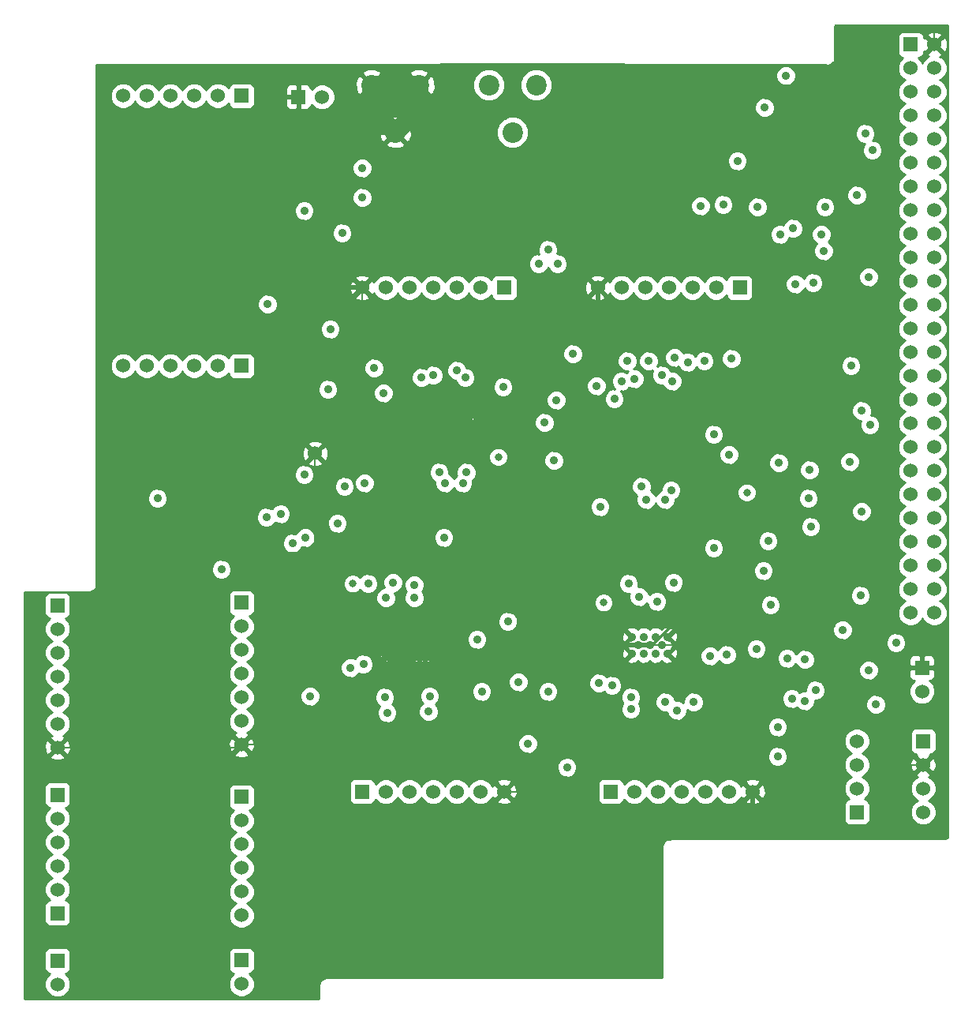
<source format=gbl>
G04 (created by PCBNEW (2013-05-18 BZR 4017)-stable) date Wed 22 Apr 2015 11:41:10 BST*
%MOIN*%
G04 Gerber Fmt 3.4, Leading zero omitted, Abs format*
%FSLAX34Y34*%
G01*
G70*
G90*
G04 APERTURE LIST*
%ADD10C,0.00590551*%
%ADD11C,0.0315*%
%ADD12C,0.06*%
%ADD13R,0.06X0.06*%
%ADD14C,0.0866*%
%ADD15C,0.0354*%
%ADD16C,0.035*%
%ADD17C,0.008*%
%ADD18C,0.0137795*%
%ADD19C,0.0198*%
%ADD20C,0.0787402*%
%ADD21C,0.0197*%
%ADD22C,0.0488*%
%ADD23C,0.01*%
G04 APERTURE END LIST*
G54D10*
G54D11*
X51450Y-37050D03*
X45300Y-42400D03*
G54D12*
X43708Y-36904D03*
G54D13*
X40600Y-43200D03*
G54D12*
X40600Y-44200D03*
X40600Y-45200D03*
X40600Y-46200D03*
X40600Y-47200D03*
X40600Y-48200D03*
X40600Y-49200D03*
G54D13*
X32829Y-43313D03*
G54D12*
X32829Y-44313D03*
X32829Y-45313D03*
X32829Y-46313D03*
X32829Y-47313D03*
X32829Y-48313D03*
X32829Y-49313D03*
G54D13*
X45700Y-51181D03*
G54D12*
X46700Y-51181D03*
X47700Y-51181D03*
X48700Y-51181D03*
X49700Y-51181D03*
X50700Y-51181D03*
X51700Y-51181D03*
G54D13*
X51700Y-29900D03*
G54D12*
X50700Y-29900D03*
X49700Y-29900D03*
X48700Y-29900D03*
X47700Y-29900D03*
X46700Y-29900D03*
X45700Y-29900D03*
G54D13*
X40600Y-21800D03*
G54D12*
X39600Y-21800D03*
X38600Y-21800D03*
X37600Y-21800D03*
X36600Y-21800D03*
X35600Y-21800D03*
G54D13*
X66600Y-52050D03*
G54D12*
X66600Y-51050D03*
X66600Y-50050D03*
X66600Y-49050D03*
G54D13*
X69400Y-49050D03*
G54D12*
X69400Y-50050D03*
X69400Y-51050D03*
X69400Y-52050D03*
G54D13*
X32829Y-58313D03*
G54D12*
X32829Y-59313D03*
G54D13*
X69350Y-45950D03*
G54D12*
X69350Y-46950D03*
G54D13*
X68874Y-19639D03*
G54D12*
X69874Y-19639D03*
X68874Y-24639D03*
X69874Y-20639D03*
X68874Y-25639D03*
X69874Y-21639D03*
X68874Y-26639D03*
X69874Y-22639D03*
X68874Y-27639D03*
X69874Y-23639D03*
X68874Y-28639D03*
X69874Y-24639D03*
X68874Y-29639D03*
X69874Y-25639D03*
X68874Y-30639D03*
X69874Y-26639D03*
X68874Y-31639D03*
X69874Y-27639D03*
X68874Y-32639D03*
X69874Y-28639D03*
X68874Y-33639D03*
X69874Y-29639D03*
X68874Y-34639D03*
X69874Y-30639D03*
X69874Y-31639D03*
X68874Y-35639D03*
X69874Y-32639D03*
X69874Y-34639D03*
X69874Y-35639D03*
X69874Y-36639D03*
X69874Y-37639D03*
X68874Y-36639D03*
X68874Y-37639D03*
X68874Y-20639D03*
X68874Y-21639D03*
X68874Y-22639D03*
X68874Y-23639D03*
X68874Y-38639D03*
X69874Y-38639D03*
X69874Y-33639D03*
X68874Y-39639D03*
X69874Y-39639D03*
X68874Y-40639D03*
X69874Y-40639D03*
X68874Y-41639D03*
X69874Y-41639D03*
X68874Y-42639D03*
X69874Y-42639D03*
X68874Y-43639D03*
X69874Y-43639D03*
G54D13*
X32829Y-51313D03*
G54D12*
X32829Y-52313D03*
X32829Y-53313D03*
X32829Y-54313D03*
G54D13*
X32829Y-56313D03*
G54D12*
X32829Y-55313D03*
G54D13*
X40600Y-33200D03*
G54D12*
X39600Y-33200D03*
X38600Y-33200D03*
X37600Y-33200D03*
X36600Y-33200D03*
X35600Y-33200D03*
G54D13*
X40600Y-51400D03*
G54D12*
X40600Y-52400D03*
X40600Y-53400D03*
X40600Y-54400D03*
X40600Y-55400D03*
X40600Y-56400D03*
G54D13*
X40600Y-58300D03*
G54D12*
X40600Y-59300D03*
G54D14*
X52050Y-23350D03*
X53050Y-21350D03*
X51050Y-21350D03*
X47100Y-23350D03*
X48100Y-21350D03*
X46100Y-21350D03*
G54D15*
X48500Y-35550D03*
X49000Y-35550D03*
X49500Y-35550D03*
X50000Y-35550D03*
X48750Y-35900D03*
X49250Y-35900D03*
X49750Y-35900D03*
X48500Y-36250D03*
X49000Y-36250D03*
X49500Y-36250D03*
X50000Y-36250D03*
X48350Y-45300D03*
X47850Y-45300D03*
X47350Y-45300D03*
X46850Y-45300D03*
X48100Y-44950D03*
X47600Y-44950D03*
X47100Y-44950D03*
X48350Y-44600D03*
X47850Y-44600D03*
X47350Y-44600D03*
X46850Y-44600D03*
G54D11*
X55900Y-43200D03*
X61950Y-38550D03*
G54D15*
X58600Y-45350D03*
X58100Y-45350D03*
X57600Y-45350D03*
X57100Y-45350D03*
X58350Y-45000D03*
X57850Y-45000D03*
X57350Y-45000D03*
X58600Y-44650D03*
X58100Y-44650D03*
X57600Y-44650D03*
X57100Y-44650D03*
X57050Y-36050D03*
X57550Y-36050D03*
X58050Y-36050D03*
X58550Y-36050D03*
X57300Y-36400D03*
X57800Y-36400D03*
X58300Y-36400D03*
X57050Y-36750D03*
X57550Y-36750D03*
X58050Y-36750D03*
X58550Y-36750D03*
G54D13*
X61650Y-29900D03*
G54D12*
X60650Y-29900D03*
X59650Y-29900D03*
X58650Y-29900D03*
X57650Y-29900D03*
X56650Y-29900D03*
X55650Y-29900D03*
G54D13*
X56200Y-51181D03*
G54D12*
X57200Y-51181D03*
X58200Y-51181D03*
X59200Y-51181D03*
X60200Y-51181D03*
X61200Y-51181D03*
X62200Y-51181D03*
G54D13*
X43000Y-21850D03*
G54D12*
X44000Y-21850D03*
G54D16*
X61100Y-45400D03*
X60550Y-40900D03*
X62350Y-45150D03*
X58850Y-42350D03*
X56950Y-42400D03*
X58150Y-43150D03*
X65250Y-26500D03*
X60000Y-26450D03*
X60950Y-26400D03*
X58750Y-38450D03*
X57500Y-38300D03*
X54600Y-32700D03*
X50550Y-44750D03*
X46700Y-43000D03*
X47900Y-43000D03*
X53400Y-35600D03*
X50100Y-37700D03*
X48950Y-37700D03*
X44950Y-38300D03*
X44850Y-27600D03*
X42750Y-40700D03*
X62400Y-26500D03*
X63600Y-20950D03*
X43300Y-40450D03*
X61300Y-32900D03*
X42250Y-39450D03*
X39750Y-41800D03*
X43250Y-26650D03*
X63350Y-27650D03*
X64000Y-29750D03*
X67100Y-46050D03*
X63900Y-27400D03*
X64750Y-29700D03*
X64600Y-37600D03*
X64550Y-38800D03*
X63850Y-47250D03*
X64400Y-45600D03*
X54350Y-50150D03*
X45750Y-45800D03*
X66350Y-33200D03*
X52300Y-46550D03*
X67150Y-35700D03*
X45700Y-24850D03*
X45700Y-26100D03*
X62700Y-22300D03*
X66600Y-26000D03*
X43250Y-37800D03*
X44650Y-39850D03*
X52700Y-49150D03*
X51850Y-44000D03*
X45950Y-42400D03*
X65200Y-28350D03*
X65100Y-27650D03*
X53950Y-28900D03*
X53150Y-28900D03*
X53900Y-34650D03*
X46600Y-34350D03*
X41650Y-39600D03*
X41700Y-30600D03*
X61550Y-24550D03*
X53550Y-28300D03*
X66300Y-37250D03*
X64650Y-40000D03*
X63250Y-49700D03*
X63250Y-48450D03*
X63650Y-45550D03*
X67100Y-29450D03*
X44350Y-31650D03*
X53800Y-37200D03*
X56350Y-34600D03*
X60550Y-36100D03*
X58900Y-32850D03*
X59450Y-33050D03*
X57800Y-33000D03*
X56900Y-33000D03*
X67250Y-24100D03*
X64400Y-47350D03*
X66000Y-44350D03*
X66800Y-39350D03*
X56250Y-46700D03*
X68250Y-44900D03*
X63300Y-37300D03*
X62850Y-40600D03*
X62650Y-41850D03*
X66950Y-23400D03*
X64850Y-46900D03*
X66750Y-42900D03*
X67400Y-47500D03*
X65250Y-25550D03*
X62250Y-45750D03*
X60600Y-42350D03*
X52850Y-43850D03*
X55050Y-48300D03*
X58850Y-48700D03*
X56550Y-48600D03*
X55200Y-52550D03*
X61950Y-35450D03*
X55500Y-40950D03*
X55150Y-36400D03*
X63800Y-30300D03*
X56850Y-32250D03*
X44550Y-48650D03*
X43500Y-42400D03*
X48450Y-48800D03*
X44700Y-52400D03*
X46150Y-48650D03*
X52750Y-30950D03*
X51400Y-32200D03*
X49550Y-32650D03*
X47100Y-32150D03*
X42750Y-30800D03*
X53950Y-25200D03*
X36950Y-41000D03*
X43350Y-38500D03*
X63100Y-21300D03*
X42900Y-24600D03*
X45100Y-25600D03*
X57200Y-33750D03*
X55600Y-34050D03*
X57050Y-47700D03*
X55700Y-46600D03*
X58500Y-38850D03*
X57700Y-38850D03*
X62950Y-43300D03*
X57400Y-42950D03*
X58500Y-47400D03*
X59700Y-47400D03*
X46200Y-33300D03*
X48700Y-33600D03*
X51650Y-34100D03*
X49700Y-33400D03*
X61200Y-36950D03*
X58350Y-33600D03*
X45200Y-45950D03*
X46750Y-47850D03*
X50750Y-46950D03*
X48500Y-47800D03*
X47000Y-42350D03*
X47900Y-42450D03*
X45800Y-38150D03*
X49200Y-38150D03*
X49950Y-38150D03*
X66800Y-35100D03*
X60400Y-45450D03*
X53550Y-46950D03*
X59000Y-47750D03*
X57050Y-47200D03*
X55750Y-39150D03*
X60150Y-33000D03*
X58800Y-33850D03*
X56650Y-33850D03*
X49150Y-40450D03*
X48550Y-47150D03*
X46650Y-47200D03*
X43500Y-47150D03*
X50050Y-33700D03*
X44250Y-34200D03*
X48200Y-33700D03*
X37050Y-38800D03*
G54D17*
X43000Y-21850D02*
X43000Y-24500D01*
X43000Y-24500D02*
X42900Y-24600D01*
X64100Y-23800D02*
X64100Y-24400D01*
X57083Y-21900D02*
X58983Y-23800D01*
X64100Y-23800D02*
X58983Y-23800D01*
X64100Y-24400D02*
X65250Y-25550D01*
X63100Y-21300D02*
X57683Y-21300D01*
X57633Y-21350D02*
X57083Y-21900D01*
X57683Y-21300D02*
X57633Y-21350D01*
X65300Y-21350D02*
X63150Y-21350D01*
X65650Y-21000D02*
X65300Y-21350D01*
X65650Y-18950D02*
X65650Y-21000D01*
X65750Y-18850D02*
X65650Y-18950D01*
X69850Y-18850D02*
X65750Y-18850D01*
X69874Y-18826D02*
X69850Y-18850D01*
X69874Y-19639D02*
X69874Y-18826D01*
X63150Y-21350D02*
X63100Y-21300D01*
X55500Y-40950D02*
X55500Y-41200D01*
X55500Y-41200D02*
X52850Y-43850D01*
X49250Y-35900D02*
X44712Y-35900D01*
X44712Y-35900D02*
X43708Y-36904D01*
X69400Y-50050D02*
X68500Y-50050D01*
X67900Y-49450D02*
X67900Y-46450D01*
X68500Y-50050D02*
X67900Y-49450D01*
X62250Y-45750D02*
X63200Y-45750D01*
X68400Y-45950D02*
X69350Y-45950D01*
X67850Y-46500D02*
X67900Y-46450D01*
X67900Y-46450D02*
X68400Y-45950D01*
X63950Y-46500D02*
X67850Y-46500D01*
X63200Y-45750D02*
X63950Y-46500D01*
X57850Y-45000D02*
X61500Y-45000D01*
X61500Y-45000D02*
X62250Y-45750D01*
G54D18*
X57950Y-45000D02*
X57850Y-45000D01*
X60600Y-42350D02*
X57950Y-45000D01*
G54D19*
X52850Y-43850D02*
X52850Y-45300D01*
G54D18*
X55350Y-48600D02*
X56550Y-48600D01*
X55050Y-48300D02*
X55350Y-48600D01*
G54D19*
X55200Y-52550D02*
X61750Y-52550D01*
X62200Y-52100D02*
X62200Y-51181D01*
X61750Y-52550D02*
X62200Y-52100D01*
X47600Y-44950D02*
X49450Y-44950D01*
X49450Y-44950D02*
X49800Y-45300D01*
X49800Y-45300D02*
X52850Y-45300D01*
X54650Y-45000D02*
X55050Y-45000D01*
X52850Y-45300D02*
X54350Y-45300D01*
X54350Y-45300D02*
X54650Y-45000D01*
X55050Y-45000D02*
X57850Y-45000D01*
G54D17*
X58750Y-48600D02*
X56550Y-48600D01*
X58850Y-48700D02*
X58750Y-48600D01*
X53968Y-51181D02*
X53831Y-51181D01*
X56550Y-48600D02*
X53968Y-51181D01*
G54D20*
X57050Y-36050D02*
X57050Y-36750D01*
X58550Y-36750D02*
X58550Y-36050D01*
X58050Y-36750D02*
X58550Y-36750D01*
X57550Y-36750D02*
X58050Y-36750D01*
X57050Y-36750D02*
X57550Y-36750D01*
X57300Y-36400D02*
X57300Y-36500D01*
X57300Y-36500D02*
X57050Y-36750D01*
X57800Y-36400D02*
X57300Y-36400D01*
X58300Y-36400D02*
X57800Y-36400D01*
X58550Y-36050D02*
X58550Y-36150D01*
X58550Y-36150D02*
X58300Y-36400D01*
X58050Y-36050D02*
X58550Y-36050D01*
X57550Y-36050D02*
X58050Y-36050D01*
X57050Y-36050D02*
X57550Y-36050D01*
G54D17*
X53831Y-51181D02*
X53800Y-51181D01*
X53800Y-51181D02*
X51700Y-51181D01*
X55200Y-52550D02*
X53831Y-51181D01*
X61850Y-35350D02*
X61850Y-32250D01*
X61950Y-35450D02*
X61850Y-35350D01*
X54250Y-39700D02*
X54250Y-36400D01*
X55500Y-40950D02*
X54250Y-39700D01*
G54D19*
X57300Y-36400D02*
X55150Y-36400D01*
X55150Y-36400D02*
X54250Y-36400D01*
X54250Y-36400D02*
X50150Y-36400D01*
X50150Y-36400D02*
X50000Y-36250D01*
G54D18*
X61850Y-32250D02*
X56850Y-32250D01*
X63800Y-30300D02*
X61850Y-32250D01*
G54D19*
X55650Y-29900D02*
X55650Y-32200D01*
X56800Y-32200D02*
X55650Y-32200D01*
X56850Y-32250D02*
X56800Y-32200D01*
X55650Y-32200D02*
X51400Y-32200D01*
G54D17*
X47600Y-44950D02*
X47600Y-48650D01*
G54D20*
X46850Y-45300D02*
X46850Y-44600D01*
X47350Y-45300D02*
X47850Y-45300D01*
X46850Y-45300D02*
X47350Y-45300D01*
X47600Y-44950D02*
X47100Y-44950D01*
X48100Y-44950D02*
X47600Y-44950D01*
X48350Y-44600D02*
X48350Y-45300D01*
X47850Y-44600D02*
X48350Y-44600D01*
X47350Y-44600D02*
X47850Y-44600D01*
X46850Y-44600D02*
X47350Y-44600D01*
G54D21*
X43500Y-42400D02*
X43500Y-44950D01*
X43500Y-44950D02*
X47600Y-44950D01*
G54D17*
X43500Y-41150D02*
X43500Y-42400D01*
X46150Y-48650D02*
X44550Y-48650D01*
X44550Y-48650D02*
X42050Y-48650D01*
X41500Y-49200D02*
X40600Y-49200D01*
X42050Y-48650D02*
X41500Y-49200D01*
X48450Y-48800D02*
X49318Y-48800D01*
X49318Y-48800D02*
X51700Y-51181D01*
X46150Y-48650D02*
X47600Y-48650D01*
X47600Y-48650D02*
X48300Y-48650D01*
X48300Y-48650D02*
X48450Y-48800D01*
X44700Y-52400D02*
X44700Y-50100D01*
X44700Y-50100D02*
X46150Y-48650D01*
G54D20*
X48500Y-35550D02*
X48500Y-36250D01*
X50000Y-35550D02*
X50000Y-36250D01*
G54D17*
X49550Y-32650D02*
X49550Y-32850D01*
X49250Y-33150D02*
X49250Y-35900D01*
X49550Y-32850D02*
X49250Y-33150D01*
G54D20*
X49500Y-36250D02*
X50000Y-36250D01*
X49000Y-36250D02*
X49500Y-36250D01*
X48500Y-36250D02*
X49000Y-36250D01*
X48750Y-35900D02*
X48750Y-36000D01*
X48750Y-36000D02*
X48500Y-36250D01*
X49250Y-35900D02*
X48750Y-35900D01*
X49750Y-35900D02*
X49250Y-35900D01*
X50000Y-35550D02*
X50000Y-35650D01*
X50000Y-35650D02*
X49750Y-35900D01*
X49500Y-35550D02*
X50000Y-35550D01*
X49000Y-35550D02*
X49500Y-35550D01*
X48500Y-35550D02*
X49000Y-35550D01*
G54D17*
X51400Y-32200D02*
X51500Y-32200D01*
X51500Y-32200D02*
X52750Y-30950D01*
X49550Y-32650D02*
X50950Y-32650D01*
X50950Y-32650D02*
X51400Y-32200D01*
X47100Y-32150D02*
X49050Y-32150D01*
X49050Y-32150D02*
X49550Y-32650D01*
X45700Y-29900D02*
X45700Y-30750D01*
X45700Y-30750D02*
X47100Y-32150D01*
X42750Y-30800D02*
X42750Y-35946D01*
X42750Y-35946D02*
X43708Y-36904D01*
X45300Y-25800D02*
X45300Y-29500D01*
X45100Y-25600D02*
X45300Y-25800D01*
X45300Y-29500D02*
X45700Y-29900D01*
G54D19*
X45700Y-29900D02*
X43650Y-29900D01*
X42750Y-30800D02*
X43650Y-29900D01*
G54D17*
X53950Y-25200D02*
X53950Y-24750D01*
X53950Y-24750D02*
X53550Y-24350D01*
X53550Y-24350D02*
X48100Y-24350D01*
X48100Y-24350D02*
X47100Y-23350D01*
X57083Y-21900D02*
X57083Y-20783D01*
X49000Y-20450D02*
X48100Y-21350D01*
X56750Y-20450D02*
X49000Y-20450D01*
X57083Y-20783D02*
X56750Y-20450D01*
G54D20*
X57100Y-21900D02*
X57083Y-21900D01*
X46100Y-21350D02*
X46100Y-22350D01*
X46100Y-22350D02*
X47100Y-23350D01*
X48100Y-21350D02*
X48100Y-22350D01*
X48100Y-22350D02*
X47100Y-23350D01*
X46100Y-21350D02*
X48100Y-21350D01*
G54D21*
X47100Y-23350D02*
X44150Y-23350D01*
X44150Y-23350D02*
X42900Y-24600D01*
G54D17*
X43700Y-41100D02*
X37050Y-41100D01*
X37050Y-41100D02*
X36950Y-41000D01*
X43708Y-36904D02*
X43708Y-38442D01*
X43708Y-38442D02*
X43700Y-38450D01*
X43700Y-38450D02*
X43700Y-41100D01*
X43400Y-38450D02*
X43700Y-38450D01*
G54D22*
X43350Y-38500D02*
X43400Y-38450D01*
G54D17*
X63050Y-21350D02*
X63100Y-21300D01*
X45100Y-25600D02*
X52750Y-25600D01*
X43200Y-24600D02*
X42900Y-24600D01*
X43200Y-24600D02*
X45100Y-24600D01*
X45100Y-24600D02*
X45100Y-25600D01*
X32829Y-49313D02*
X40487Y-49313D01*
X40487Y-49313D02*
X40600Y-49200D01*
G54D10*
G36*
X47131Y-44950D02*
X47129Y-44965D01*
X47121Y-44957D01*
X47100Y-44979D01*
X47078Y-44957D01*
X47070Y-44965D01*
X47068Y-44950D01*
X47070Y-44934D01*
X47078Y-44942D01*
X47100Y-44920D01*
X47121Y-44942D01*
X47129Y-44934D01*
X47131Y-44950D01*
X47131Y-44950D01*
G37*
G54D23*
X47131Y-44950D02*
X47129Y-44965D01*
X47121Y-44957D01*
X47100Y-44979D01*
X47078Y-44957D01*
X47070Y-44965D01*
X47068Y-44950D01*
X47070Y-44934D01*
X47078Y-44942D01*
X47100Y-44920D01*
X47121Y-44942D01*
X47129Y-44934D01*
X47131Y-44950D01*
G54D10*
G36*
X47397Y-44565D02*
X47386Y-44570D01*
X47379Y-44615D01*
X47371Y-44607D01*
X47350Y-44629D01*
X47328Y-44607D01*
X47320Y-44615D01*
X47313Y-44570D01*
X47301Y-44566D01*
X47344Y-44523D01*
X47350Y-44529D01*
X47355Y-44523D01*
X47397Y-44565D01*
X47397Y-44565D01*
G37*
G54D23*
X47397Y-44565D02*
X47386Y-44570D01*
X47379Y-44615D01*
X47371Y-44607D01*
X47350Y-44629D01*
X47328Y-44607D01*
X47320Y-44615D01*
X47313Y-44570D01*
X47301Y-44566D01*
X47344Y-44523D01*
X47350Y-44529D01*
X47355Y-44523D01*
X47397Y-44565D01*
G54D10*
G36*
X47398Y-45333D02*
X47355Y-45376D01*
X47350Y-45370D01*
X47344Y-45376D01*
X47302Y-45334D01*
X47313Y-45329D01*
X47320Y-45284D01*
X47328Y-45292D01*
X47350Y-45270D01*
X47371Y-45292D01*
X47379Y-45284D01*
X47386Y-45329D01*
X47398Y-45333D01*
X47398Y-45333D01*
G37*
G54D23*
X47398Y-45333D02*
X47355Y-45376D01*
X47350Y-45370D01*
X47344Y-45376D01*
X47302Y-45334D01*
X47313Y-45329D01*
X47320Y-45284D01*
X47328Y-45292D01*
X47350Y-45270D01*
X47371Y-45292D01*
X47379Y-45284D01*
X47386Y-45329D01*
X47398Y-45333D01*
G54D10*
G36*
X47631Y-44950D02*
X47629Y-44965D01*
X47621Y-44957D01*
X47600Y-44979D01*
X47578Y-44957D01*
X47570Y-44965D01*
X47568Y-44950D01*
X47570Y-44934D01*
X47578Y-44942D01*
X47600Y-44920D01*
X47621Y-44942D01*
X47629Y-44934D01*
X47631Y-44950D01*
X47631Y-44950D01*
G37*
G54D23*
X47631Y-44950D02*
X47629Y-44965D01*
X47621Y-44957D01*
X47600Y-44979D01*
X47578Y-44957D01*
X47570Y-44965D01*
X47568Y-44950D01*
X47570Y-44934D01*
X47578Y-44942D01*
X47600Y-44920D01*
X47621Y-44942D01*
X47629Y-44934D01*
X47631Y-44950D01*
G54D10*
G36*
X47897Y-44565D02*
X47886Y-44570D01*
X47879Y-44615D01*
X47871Y-44607D01*
X47850Y-44629D01*
X47828Y-44607D01*
X47820Y-44615D01*
X47813Y-44570D01*
X47801Y-44566D01*
X47844Y-44523D01*
X47850Y-44529D01*
X47855Y-44523D01*
X47897Y-44565D01*
X47897Y-44565D01*
G37*
G54D23*
X47897Y-44565D02*
X47886Y-44570D01*
X47879Y-44615D01*
X47871Y-44607D01*
X47850Y-44629D01*
X47828Y-44607D01*
X47820Y-44615D01*
X47813Y-44570D01*
X47801Y-44566D01*
X47844Y-44523D01*
X47850Y-44529D01*
X47855Y-44523D01*
X47897Y-44565D01*
G54D10*
G36*
X47898Y-45333D02*
X47855Y-45376D01*
X47850Y-45370D01*
X47844Y-45376D01*
X47802Y-45334D01*
X47813Y-45329D01*
X47820Y-45284D01*
X47828Y-45292D01*
X47850Y-45270D01*
X47871Y-45292D01*
X47879Y-45284D01*
X47886Y-45329D01*
X47898Y-45333D01*
X47898Y-45333D01*
G37*
G54D23*
X47898Y-45333D02*
X47855Y-45376D01*
X47850Y-45370D01*
X47844Y-45376D01*
X47802Y-45334D01*
X47813Y-45329D01*
X47820Y-45284D01*
X47828Y-45292D01*
X47850Y-45270D01*
X47871Y-45292D01*
X47879Y-45284D01*
X47886Y-45329D01*
X47898Y-45333D01*
G54D10*
G36*
X48131Y-44950D02*
X48129Y-44965D01*
X48121Y-44957D01*
X48100Y-44979D01*
X48078Y-44957D01*
X48070Y-44965D01*
X48068Y-44950D01*
X48070Y-44934D01*
X48078Y-44942D01*
X48100Y-44920D01*
X48121Y-44942D01*
X48129Y-44934D01*
X48131Y-44950D01*
X48131Y-44950D01*
G37*
G54D23*
X48131Y-44950D02*
X48129Y-44965D01*
X48121Y-44957D01*
X48100Y-44979D01*
X48078Y-44957D01*
X48070Y-44965D01*
X48068Y-44950D01*
X48070Y-44934D01*
X48078Y-44942D01*
X48100Y-44920D01*
X48121Y-44942D01*
X48129Y-44934D01*
X48131Y-44950D01*
G54D10*
G36*
X48781Y-35900D02*
X48779Y-35915D01*
X48771Y-35907D01*
X48750Y-35929D01*
X48728Y-35907D01*
X48720Y-35915D01*
X48718Y-35900D01*
X48720Y-35884D01*
X48728Y-35892D01*
X48750Y-35870D01*
X48771Y-35892D01*
X48779Y-35884D01*
X48781Y-35900D01*
X48781Y-35900D01*
G37*
G54D23*
X48781Y-35900D02*
X48779Y-35915D01*
X48771Y-35907D01*
X48750Y-35929D01*
X48728Y-35907D01*
X48720Y-35915D01*
X48718Y-35900D01*
X48720Y-35884D01*
X48728Y-35892D01*
X48750Y-35870D01*
X48771Y-35892D01*
X48779Y-35884D01*
X48781Y-35900D01*
G54D10*
G36*
X49047Y-35515D02*
X49036Y-35520D01*
X49029Y-35565D01*
X49021Y-35557D01*
X49000Y-35579D01*
X48978Y-35557D01*
X48970Y-35565D01*
X48963Y-35520D01*
X48951Y-35516D01*
X48994Y-35473D01*
X49000Y-35479D01*
X49005Y-35473D01*
X49047Y-35515D01*
X49047Y-35515D01*
G37*
G54D23*
X49047Y-35515D02*
X49036Y-35520D01*
X49029Y-35565D01*
X49021Y-35557D01*
X49000Y-35579D01*
X48978Y-35557D01*
X48970Y-35565D01*
X48963Y-35520D01*
X48951Y-35516D01*
X48994Y-35473D01*
X49000Y-35479D01*
X49005Y-35473D01*
X49047Y-35515D01*
G54D10*
G36*
X49048Y-36283D02*
X49005Y-36326D01*
X49000Y-36320D01*
X48994Y-36326D01*
X48952Y-36284D01*
X48963Y-36279D01*
X48970Y-36234D01*
X48978Y-36242D01*
X49000Y-36220D01*
X49021Y-36242D01*
X49029Y-36234D01*
X49036Y-36279D01*
X49048Y-36283D01*
X49048Y-36283D01*
G37*
G54D23*
X49048Y-36283D02*
X49005Y-36326D01*
X49000Y-36320D01*
X48994Y-36326D01*
X48952Y-36284D01*
X48963Y-36279D01*
X48970Y-36234D01*
X48978Y-36242D01*
X49000Y-36220D01*
X49021Y-36242D01*
X49029Y-36234D01*
X49036Y-36279D01*
X49048Y-36283D01*
G54D10*
G36*
X49281Y-35900D02*
X49279Y-35915D01*
X49271Y-35907D01*
X49250Y-35929D01*
X49228Y-35907D01*
X49220Y-35915D01*
X49218Y-35900D01*
X49220Y-35884D01*
X49228Y-35892D01*
X49250Y-35870D01*
X49271Y-35892D01*
X49279Y-35884D01*
X49281Y-35900D01*
X49281Y-35900D01*
G37*
G54D23*
X49281Y-35900D02*
X49279Y-35915D01*
X49271Y-35907D01*
X49250Y-35929D01*
X49228Y-35907D01*
X49220Y-35915D01*
X49218Y-35900D01*
X49220Y-35884D01*
X49228Y-35892D01*
X49250Y-35870D01*
X49271Y-35892D01*
X49279Y-35884D01*
X49281Y-35900D01*
G54D10*
G36*
X49547Y-35515D02*
X49536Y-35520D01*
X49529Y-35565D01*
X49521Y-35557D01*
X49500Y-35579D01*
X49478Y-35557D01*
X49470Y-35565D01*
X49463Y-35520D01*
X49451Y-35516D01*
X49494Y-35473D01*
X49500Y-35479D01*
X49505Y-35473D01*
X49547Y-35515D01*
X49547Y-35515D01*
G37*
G54D23*
X49547Y-35515D02*
X49536Y-35520D01*
X49529Y-35565D01*
X49521Y-35557D01*
X49500Y-35579D01*
X49478Y-35557D01*
X49470Y-35565D01*
X49463Y-35520D01*
X49451Y-35516D01*
X49494Y-35473D01*
X49500Y-35479D01*
X49505Y-35473D01*
X49547Y-35515D01*
G54D10*
G36*
X49548Y-36283D02*
X49505Y-36326D01*
X49500Y-36320D01*
X49494Y-36326D01*
X49452Y-36284D01*
X49463Y-36279D01*
X49470Y-36234D01*
X49478Y-36242D01*
X49500Y-36220D01*
X49521Y-36242D01*
X49529Y-36234D01*
X49536Y-36279D01*
X49548Y-36283D01*
X49548Y-36283D01*
G37*
G54D23*
X49548Y-36283D02*
X49505Y-36326D01*
X49500Y-36320D01*
X49494Y-36326D01*
X49452Y-36284D01*
X49463Y-36279D01*
X49470Y-36234D01*
X49478Y-36242D01*
X49500Y-36220D01*
X49521Y-36242D01*
X49529Y-36234D01*
X49536Y-36279D01*
X49548Y-36283D01*
G54D10*
G36*
X49781Y-35900D02*
X49779Y-35915D01*
X49771Y-35907D01*
X49750Y-35929D01*
X49728Y-35907D01*
X49720Y-35915D01*
X49718Y-35900D01*
X49720Y-35884D01*
X49728Y-35892D01*
X49750Y-35870D01*
X49771Y-35892D01*
X49779Y-35884D01*
X49781Y-35900D01*
X49781Y-35900D01*
G37*
G54D23*
X49781Y-35900D02*
X49779Y-35915D01*
X49771Y-35907D01*
X49750Y-35929D01*
X49728Y-35907D01*
X49720Y-35915D01*
X49718Y-35900D01*
X49720Y-35884D01*
X49728Y-35892D01*
X49750Y-35870D01*
X49771Y-35892D01*
X49779Y-35884D01*
X49781Y-35900D01*
G54D10*
G36*
X57331Y-36400D02*
X57329Y-36415D01*
X57321Y-36407D01*
X57300Y-36429D01*
X57278Y-36407D01*
X57270Y-36415D01*
X57268Y-36400D01*
X57270Y-36384D01*
X57278Y-36392D01*
X57300Y-36370D01*
X57321Y-36392D01*
X57329Y-36384D01*
X57331Y-36400D01*
X57331Y-36400D01*
G37*
G54D23*
X57331Y-36400D02*
X57329Y-36415D01*
X57321Y-36407D01*
X57300Y-36429D01*
X57278Y-36407D01*
X57270Y-36415D01*
X57268Y-36400D01*
X57270Y-36384D01*
X57278Y-36392D01*
X57300Y-36370D01*
X57321Y-36392D01*
X57329Y-36384D01*
X57331Y-36400D01*
G54D10*
G36*
X57381Y-45000D02*
X57379Y-45015D01*
X57371Y-45007D01*
X57350Y-45029D01*
X57328Y-45007D01*
X57320Y-45015D01*
X57318Y-45000D01*
X57320Y-44984D01*
X57328Y-44992D01*
X57350Y-44970D01*
X57371Y-44992D01*
X57379Y-44984D01*
X57381Y-45000D01*
X57381Y-45000D01*
G37*
G54D23*
X57381Y-45000D02*
X57379Y-45015D01*
X57371Y-45007D01*
X57350Y-45029D01*
X57328Y-45007D01*
X57320Y-45015D01*
X57318Y-45000D01*
X57320Y-44984D01*
X57328Y-44992D01*
X57350Y-44970D01*
X57371Y-44992D01*
X57379Y-44984D01*
X57381Y-45000D01*
G54D10*
G36*
X57597Y-36015D02*
X57586Y-36020D01*
X57579Y-36065D01*
X57571Y-36057D01*
X57550Y-36079D01*
X57528Y-36057D01*
X57520Y-36065D01*
X57513Y-36020D01*
X57501Y-36016D01*
X57544Y-35973D01*
X57550Y-35979D01*
X57555Y-35973D01*
X57597Y-36015D01*
X57597Y-36015D01*
G37*
G54D23*
X57597Y-36015D02*
X57586Y-36020D01*
X57579Y-36065D01*
X57571Y-36057D01*
X57550Y-36079D01*
X57528Y-36057D01*
X57520Y-36065D01*
X57513Y-36020D01*
X57501Y-36016D01*
X57544Y-35973D01*
X57550Y-35979D01*
X57555Y-35973D01*
X57597Y-36015D01*
G54D10*
G36*
X57598Y-36783D02*
X57555Y-36826D01*
X57550Y-36820D01*
X57544Y-36826D01*
X57502Y-36784D01*
X57513Y-36779D01*
X57520Y-36734D01*
X57528Y-36742D01*
X57550Y-36720D01*
X57571Y-36742D01*
X57579Y-36734D01*
X57586Y-36779D01*
X57598Y-36783D01*
X57598Y-36783D01*
G37*
G54D23*
X57598Y-36783D02*
X57555Y-36826D01*
X57550Y-36820D01*
X57544Y-36826D01*
X57502Y-36784D01*
X57513Y-36779D01*
X57520Y-36734D01*
X57528Y-36742D01*
X57550Y-36720D01*
X57571Y-36742D01*
X57579Y-36734D01*
X57586Y-36779D01*
X57598Y-36783D01*
G54D10*
G36*
X57647Y-44615D02*
X57636Y-44620D01*
X57629Y-44665D01*
X57621Y-44657D01*
X57600Y-44679D01*
X57578Y-44657D01*
X57570Y-44665D01*
X57563Y-44620D01*
X57551Y-44616D01*
X57594Y-44573D01*
X57600Y-44579D01*
X57605Y-44573D01*
X57647Y-44615D01*
X57647Y-44615D01*
G37*
G54D23*
X57647Y-44615D02*
X57636Y-44620D01*
X57629Y-44665D01*
X57621Y-44657D01*
X57600Y-44679D01*
X57578Y-44657D01*
X57570Y-44665D01*
X57563Y-44620D01*
X57551Y-44616D01*
X57594Y-44573D01*
X57600Y-44579D01*
X57605Y-44573D01*
X57647Y-44615D01*
G54D10*
G36*
X57648Y-45383D02*
X57605Y-45426D01*
X57600Y-45420D01*
X57594Y-45426D01*
X57552Y-45384D01*
X57563Y-45379D01*
X57570Y-45334D01*
X57578Y-45342D01*
X57600Y-45320D01*
X57621Y-45342D01*
X57629Y-45334D01*
X57636Y-45379D01*
X57648Y-45383D01*
X57648Y-45383D01*
G37*
G54D23*
X57648Y-45383D02*
X57605Y-45426D01*
X57600Y-45420D01*
X57594Y-45426D01*
X57552Y-45384D01*
X57563Y-45379D01*
X57570Y-45334D01*
X57578Y-45342D01*
X57600Y-45320D01*
X57621Y-45342D01*
X57629Y-45334D01*
X57636Y-45379D01*
X57648Y-45383D01*
G54D10*
G36*
X57831Y-36400D02*
X57829Y-36415D01*
X57821Y-36407D01*
X57800Y-36429D01*
X57778Y-36407D01*
X57770Y-36415D01*
X57768Y-36400D01*
X57770Y-36384D01*
X57778Y-36392D01*
X57800Y-36370D01*
X57821Y-36392D01*
X57829Y-36384D01*
X57831Y-36400D01*
X57831Y-36400D01*
G37*
G54D23*
X57831Y-36400D02*
X57829Y-36415D01*
X57821Y-36407D01*
X57800Y-36429D01*
X57778Y-36407D01*
X57770Y-36415D01*
X57768Y-36400D01*
X57770Y-36384D01*
X57778Y-36392D01*
X57800Y-36370D01*
X57821Y-36392D01*
X57829Y-36384D01*
X57831Y-36400D01*
G54D10*
G36*
X57881Y-45000D02*
X57879Y-45015D01*
X57871Y-45007D01*
X57850Y-45029D01*
X57828Y-45007D01*
X57820Y-45015D01*
X57818Y-45000D01*
X57820Y-44984D01*
X57828Y-44992D01*
X57850Y-44970D01*
X57871Y-44992D01*
X57879Y-44984D01*
X57881Y-45000D01*
X57881Y-45000D01*
G37*
G54D23*
X57881Y-45000D02*
X57879Y-45015D01*
X57871Y-45007D01*
X57850Y-45029D01*
X57828Y-45007D01*
X57820Y-45015D01*
X57818Y-45000D01*
X57820Y-44984D01*
X57828Y-44992D01*
X57850Y-44970D01*
X57871Y-44992D01*
X57879Y-44984D01*
X57881Y-45000D01*
G54D10*
G36*
X58097Y-36015D02*
X58086Y-36020D01*
X58079Y-36065D01*
X58071Y-36057D01*
X58050Y-36079D01*
X58028Y-36057D01*
X58020Y-36065D01*
X58013Y-36020D01*
X58001Y-36016D01*
X58044Y-35973D01*
X58050Y-35979D01*
X58055Y-35973D01*
X58097Y-36015D01*
X58097Y-36015D01*
G37*
G54D23*
X58097Y-36015D02*
X58086Y-36020D01*
X58079Y-36065D01*
X58071Y-36057D01*
X58050Y-36079D01*
X58028Y-36057D01*
X58020Y-36065D01*
X58013Y-36020D01*
X58001Y-36016D01*
X58044Y-35973D01*
X58050Y-35979D01*
X58055Y-35973D01*
X58097Y-36015D01*
G54D10*
G36*
X58098Y-36783D02*
X58055Y-36826D01*
X58050Y-36820D01*
X58044Y-36826D01*
X58002Y-36784D01*
X58013Y-36779D01*
X58020Y-36734D01*
X58028Y-36742D01*
X58050Y-36720D01*
X58071Y-36742D01*
X58079Y-36734D01*
X58086Y-36779D01*
X58098Y-36783D01*
X58098Y-36783D01*
G37*
G54D23*
X58098Y-36783D02*
X58055Y-36826D01*
X58050Y-36820D01*
X58044Y-36826D01*
X58002Y-36784D01*
X58013Y-36779D01*
X58020Y-36734D01*
X58028Y-36742D01*
X58050Y-36720D01*
X58071Y-36742D01*
X58079Y-36734D01*
X58086Y-36779D01*
X58098Y-36783D01*
G54D10*
G36*
X58147Y-44615D02*
X58136Y-44620D01*
X58129Y-44665D01*
X58121Y-44657D01*
X58100Y-44679D01*
X58078Y-44657D01*
X58070Y-44665D01*
X58063Y-44620D01*
X58051Y-44616D01*
X58094Y-44573D01*
X58100Y-44579D01*
X58105Y-44573D01*
X58147Y-44615D01*
X58147Y-44615D01*
G37*
G54D23*
X58147Y-44615D02*
X58136Y-44620D01*
X58129Y-44665D01*
X58121Y-44657D01*
X58100Y-44679D01*
X58078Y-44657D01*
X58070Y-44665D01*
X58063Y-44620D01*
X58051Y-44616D01*
X58094Y-44573D01*
X58100Y-44579D01*
X58105Y-44573D01*
X58147Y-44615D01*
G54D10*
G36*
X58148Y-45383D02*
X58105Y-45426D01*
X58100Y-45420D01*
X58094Y-45426D01*
X58052Y-45384D01*
X58063Y-45379D01*
X58070Y-45334D01*
X58078Y-45342D01*
X58100Y-45320D01*
X58121Y-45342D01*
X58129Y-45334D01*
X58136Y-45379D01*
X58148Y-45383D01*
X58148Y-45383D01*
G37*
G54D23*
X58148Y-45383D02*
X58105Y-45426D01*
X58100Y-45420D01*
X58094Y-45426D01*
X58052Y-45384D01*
X58063Y-45379D01*
X58070Y-45334D01*
X58078Y-45342D01*
X58100Y-45320D01*
X58121Y-45342D01*
X58129Y-45334D01*
X58136Y-45379D01*
X58148Y-45383D01*
G54D10*
G36*
X58331Y-36400D02*
X58329Y-36415D01*
X58321Y-36407D01*
X58300Y-36429D01*
X58278Y-36407D01*
X58270Y-36415D01*
X58268Y-36400D01*
X58270Y-36384D01*
X58278Y-36392D01*
X58300Y-36370D01*
X58321Y-36392D01*
X58329Y-36384D01*
X58331Y-36400D01*
X58331Y-36400D01*
G37*
G54D23*
X58331Y-36400D02*
X58329Y-36415D01*
X58321Y-36407D01*
X58300Y-36429D01*
X58278Y-36407D01*
X58270Y-36415D01*
X58268Y-36400D01*
X58270Y-36384D01*
X58278Y-36392D01*
X58300Y-36370D01*
X58321Y-36392D01*
X58329Y-36384D01*
X58331Y-36400D01*
G54D10*
G36*
X58381Y-45000D02*
X58379Y-45015D01*
X58371Y-45007D01*
X58350Y-45029D01*
X58328Y-45007D01*
X58320Y-45015D01*
X58318Y-45000D01*
X58320Y-44984D01*
X58328Y-44992D01*
X58350Y-44970D01*
X58371Y-44992D01*
X58379Y-44984D01*
X58381Y-45000D01*
X58381Y-45000D01*
G37*
G54D23*
X58381Y-45000D02*
X58379Y-45015D01*
X58371Y-45007D01*
X58350Y-45029D01*
X58328Y-45007D01*
X58320Y-45015D01*
X58318Y-45000D01*
X58320Y-44984D01*
X58328Y-44992D01*
X58350Y-44970D01*
X58371Y-44992D01*
X58379Y-44984D01*
X58381Y-45000D01*
G54D10*
G36*
X70443Y-53125D02*
X70428Y-53128D01*
X70428Y-19720D01*
X70417Y-19502D01*
X70355Y-19351D01*
X70259Y-19323D01*
X70189Y-19394D01*
X70189Y-19253D01*
X70161Y-19157D01*
X69955Y-19084D01*
X69737Y-19095D01*
X69586Y-19157D01*
X69558Y-19253D01*
X69874Y-19568D01*
X70189Y-19253D01*
X70189Y-19394D01*
X69944Y-19639D01*
X70259Y-19954D01*
X70355Y-19926D01*
X70428Y-19720D01*
X70428Y-53128D01*
X70424Y-53129D01*
X70424Y-43530D01*
X70340Y-43327D01*
X70185Y-43173D01*
X70104Y-43139D01*
X70185Y-43105D01*
X70339Y-42950D01*
X70423Y-42748D01*
X70424Y-42530D01*
X70340Y-42327D01*
X70185Y-42173D01*
X70104Y-42139D01*
X70185Y-42105D01*
X70339Y-41950D01*
X70423Y-41748D01*
X70424Y-41530D01*
X70340Y-41327D01*
X70185Y-41173D01*
X70104Y-41139D01*
X70185Y-41105D01*
X70339Y-40950D01*
X70423Y-40748D01*
X70424Y-40530D01*
X70340Y-40327D01*
X70185Y-40173D01*
X70104Y-40139D01*
X70185Y-40105D01*
X70339Y-39950D01*
X70423Y-39748D01*
X70424Y-39530D01*
X70340Y-39327D01*
X70185Y-39173D01*
X70104Y-39139D01*
X70185Y-39105D01*
X70339Y-38950D01*
X70423Y-38748D01*
X70424Y-38530D01*
X70340Y-38327D01*
X70185Y-38173D01*
X70104Y-38139D01*
X70185Y-38105D01*
X70339Y-37950D01*
X70423Y-37748D01*
X70424Y-37530D01*
X70340Y-37327D01*
X70185Y-37173D01*
X70104Y-37139D01*
X70185Y-37105D01*
X70339Y-36950D01*
X70423Y-36748D01*
X70424Y-36530D01*
X70340Y-36327D01*
X70185Y-36173D01*
X70104Y-36139D01*
X70185Y-36105D01*
X70339Y-35950D01*
X70423Y-35748D01*
X70424Y-35530D01*
X70340Y-35327D01*
X70185Y-35173D01*
X70104Y-35139D01*
X70185Y-35105D01*
X70339Y-34950D01*
X70423Y-34748D01*
X70424Y-34530D01*
X70340Y-34327D01*
X70185Y-34173D01*
X70104Y-34139D01*
X70185Y-34105D01*
X70339Y-33950D01*
X70423Y-33748D01*
X70424Y-33530D01*
X70340Y-33327D01*
X70185Y-33173D01*
X70104Y-33139D01*
X70185Y-33105D01*
X70339Y-32950D01*
X70423Y-32748D01*
X70424Y-32530D01*
X70340Y-32327D01*
X70185Y-32173D01*
X70104Y-32139D01*
X70185Y-32105D01*
X70339Y-31950D01*
X70423Y-31748D01*
X70424Y-31530D01*
X70340Y-31327D01*
X70185Y-31173D01*
X70104Y-31139D01*
X70185Y-31105D01*
X70339Y-30950D01*
X70423Y-30748D01*
X70424Y-30530D01*
X70340Y-30327D01*
X70185Y-30173D01*
X70104Y-30139D01*
X70185Y-30105D01*
X70339Y-29950D01*
X70423Y-29748D01*
X70424Y-29530D01*
X70340Y-29327D01*
X70185Y-29173D01*
X70104Y-29139D01*
X70185Y-29105D01*
X70339Y-28950D01*
X70423Y-28748D01*
X70424Y-28530D01*
X70340Y-28327D01*
X70185Y-28173D01*
X70104Y-28139D01*
X70185Y-28105D01*
X70339Y-27950D01*
X70423Y-27748D01*
X70424Y-27530D01*
X70340Y-27327D01*
X70185Y-27173D01*
X70104Y-27139D01*
X70185Y-27105D01*
X70339Y-26950D01*
X70423Y-26748D01*
X70424Y-26530D01*
X70340Y-26327D01*
X70185Y-26173D01*
X70104Y-26139D01*
X70185Y-26105D01*
X70339Y-25950D01*
X70423Y-25748D01*
X70424Y-25530D01*
X70340Y-25327D01*
X70185Y-25173D01*
X70104Y-25139D01*
X70185Y-25105D01*
X70339Y-24950D01*
X70423Y-24748D01*
X70424Y-24530D01*
X70340Y-24327D01*
X70185Y-24173D01*
X70104Y-24139D01*
X70185Y-24105D01*
X70339Y-23950D01*
X70423Y-23748D01*
X70424Y-23530D01*
X70340Y-23327D01*
X70185Y-23173D01*
X70104Y-23139D01*
X70185Y-23105D01*
X70339Y-22950D01*
X70423Y-22748D01*
X70424Y-22530D01*
X70340Y-22327D01*
X70185Y-22173D01*
X70104Y-22139D01*
X70185Y-22105D01*
X70339Y-21950D01*
X70423Y-21748D01*
X70424Y-21530D01*
X70340Y-21327D01*
X70185Y-21173D01*
X70104Y-21139D01*
X70185Y-21105D01*
X70339Y-20950D01*
X70423Y-20748D01*
X70424Y-20530D01*
X70340Y-20327D01*
X70185Y-20173D01*
X70110Y-20141D01*
X70161Y-20120D01*
X70189Y-20024D01*
X69874Y-19709D01*
X69558Y-20024D01*
X69586Y-20120D01*
X69641Y-20139D01*
X69562Y-20172D01*
X69408Y-20327D01*
X69374Y-20408D01*
X69340Y-20327D01*
X69201Y-20189D01*
X69223Y-20189D01*
X69315Y-20151D01*
X69385Y-20080D01*
X69423Y-19988D01*
X69424Y-19935D01*
X69488Y-19954D01*
X69803Y-19639D01*
X69488Y-19323D01*
X69424Y-19342D01*
X69424Y-19289D01*
X69386Y-19197D01*
X69315Y-19127D01*
X69223Y-19089D01*
X69124Y-19088D01*
X68524Y-19088D01*
X68432Y-19126D01*
X68362Y-19197D01*
X68324Y-19289D01*
X68323Y-19388D01*
X68323Y-19988D01*
X68361Y-20080D01*
X68432Y-20150D01*
X68524Y-20188D01*
X68546Y-20188D01*
X68408Y-20327D01*
X68324Y-20529D01*
X68323Y-20747D01*
X68407Y-20950D01*
X68562Y-21104D01*
X68643Y-21138D01*
X68562Y-21172D01*
X68408Y-21327D01*
X68324Y-21529D01*
X68323Y-21747D01*
X68407Y-21950D01*
X68562Y-22104D01*
X68643Y-22138D01*
X68562Y-22172D01*
X68408Y-22327D01*
X68324Y-22529D01*
X68323Y-22747D01*
X68407Y-22950D01*
X68562Y-23104D01*
X68643Y-23138D01*
X68562Y-23172D01*
X68408Y-23327D01*
X68324Y-23529D01*
X68323Y-23747D01*
X68407Y-23950D01*
X68562Y-24104D01*
X68643Y-24138D01*
X68562Y-24172D01*
X68408Y-24327D01*
X68324Y-24529D01*
X68323Y-24747D01*
X68407Y-24950D01*
X68562Y-25104D01*
X68643Y-25138D01*
X68562Y-25172D01*
X68408Y-25327D01*
X68324Y-25529D01*
X68323Y-25747D01*
X68407Y-25950D01*
X68562Y-26104D01*
X68643Y-26138D01*
X68562Y-26172D01*
X68408Y-26327D01*
X68324Y-26529D01*
X68323Y-26747D01*
X68407Y-26950D01*
X68562Y-27104D01*
X68643Y-27138D01*
X68562Y-27172D01*
X68408Y-27327D01*
X68324Y-27529D01*
X68323Y-27747D01*
X68407Y-27950D01*
X68562Y-28104D01*
X68643Y-28138D01*
X68562Y-28172D01*
X68408Y-28327D01*
X68324Y-28529D01*
X68323Y-28747D01*
X68407Y-28950D01*
X68562Y-29104D01*
X68643Y-29138D01*
X68562Y-29172D01*
X68408Y-29327D01*
X68324Y-29529D01*
X68323Y-29747D01*
X68407Y-29950D01*
X68562Y-30104D01*
X68643Y-30138D01*
X68562Y-30172D01*
X68408Y-30327D01*
X68324Y-30529D01*
X68323Y-30747D01*
X68407Y-30950D01*
X68562Y-31104D01*
X68643Y-31138D01*
X68562Y-31172D01*
X68408Y-31327D01*
X68324Y-31529D01*
X68323Y-31747D01*
X68407Y-31950D01*
X68562Y-32104D01*
X68643Y-32138D01*
X68562Y-32172D01*
X68408Y-32327D01*
X68324Y-32529D01*
X68323Y-32747D01*
X68407Y-32950D01*
X68562Y-33104D01*
X68643Y-33138D01*
X68562Y-33172D01*
X68408Y-33327D01*
X68324Y-33529D01*
X68323Y-33747D01*
X68407Y-33950D01*
X68562Y-34104D01*
X68643Y-34138D01*
X68562Y-34172D01*
X68408Y-34327D01*
X68324Y-34529D01*
X68323Y-34747D01*
X68407Y-34950D01*
X68562Y-35104D01*
X68643Y-35138D01*
X68562Y-35172D01*
X68408Y-35327D01*
X68324Y-35529D01*
X68323Y-35747D01*
X68407Y-35950D01*
X68562Y-36104D01*
X68643Y-36138D01*
X68562Y-36172D01*
X68408Y-36327D01*
X68324Y-36529D01*
X68323Y-36747D01*
X68407Y-36950D01*
X68562Y-37104D01*
X68643Y-37138D01*
X68562Y-37172D01*
X68408Y-37327D01*
X68324Y-37529D01*
X68323Y-37747D01*
X68407Y-37950D01*
X68562Y-38104D01*
X68643Y-38138D01*
X68562Y-38172D01*
X68408Y-38327D01*
X68324Y-38529D01*
X68323Y-38747D01*
X68407Y-38950D01*
X68562Y-39104D01*
X68643Y-39138D01*
X68562Y-39172D01*
X68408Y-39327D01*
X68324Y-39529D01*
X68323Y-39747D01*
X68407Y-39950D01*
X68562Y-40104D01*
X68643Y-40138D01*
X68562Y-40172D01*
X68408Y-40327D01*
X68324Y-40529D01*
X68323Y-40747D01*
X68407Y-40950D01*
X68562Y-41104D01*
X68643Y-41138D01*
X68562Y-41172D01*
X68408Y-41327D01*
X68324Y-41529D01*
X68323Y-41747D01*
X68407Y-41950D01*
X68562Y-42104D01*
X68643Y-42138D01*
X68562Y-42172D01*
X68408Y-42327D01*
X68324Y-42529D01*
X68323Y-42747D01*
X68407Y-42950D01*
X68562Y-43104D01*
X68643Y-43138D01*
X68562Y-43172D01*
X68408Y-43327D01*
X68324Y-43529D01*
X68323Y-43747D01*
X68407Y-43950D01*
X68562Y-44104D01*
X68764Y-44188D01*
X68982Y-44189D01*
X69185Y-44105D01*
X69339Y-43950D01*
X69373Y-43869D01*
X69407Y-43950D01*
X69562Y-44104D01*
X69764Y-44188D01*
X69982Y-44189D01*
X70185Y-44105D01*
X70339Y-43950D01*
X70423Y-43748D01*
X70424Y-43530D01*
X70424Y-53129D01*
X70347Y-53144D01*
X70318Y-53164D01*
X69954Y-53164D01*
X69954Y-50131D01*
X69950Y-50037D01*
X69950Y-49300D01*
X69950Y-48700D01*
X69912Y-48608D01*
X69900Y-48596D01*
X69900Y-46841D01*
X69816Y-46638D01*
X69677Y-46499D01*
X69699Y-46499D01*
X69791Y-46461D01*
X69862Y-46391D01*
X69900Y-46299D01*
X69900Y-45600D01*
X69862Y-45508D01*
X69791Y-45438D01*
X69699Y-45400D01*
X69600Y-45399D01*
X69462Y-45400D01*
X69400Y-45462D01*
X69400Y-45900D01*
X69837Y-45900D01*
X69900Y-45837D01*
X69900Y-45600D01*
X69900Y-46299D01*
X69900Y-46062D01*
X69837Y-46000D01*
X69400Y-46000D01*
X69400Y-46007D01*
X69300Y-46007D01*
X69300Y-46000D01*
X69300Y-45900D01*
X69300Y-45462D01*
X69237Y-45400D01*
X69099Y-45399D01*
X69000Y-45400D01*
X68908Y-45438D01*
X68837Y-45508D01*
X68799Y-45600D01*
X68800Y-45837D01*
X68862Y-45900D01*
X69300Y-45900D01*
X69300Y-46000D01*
X68862Y-46000D01*
X68800Y-46062D01*
X68799Y-46299D01*
X68837Y-46391D01*
X68908Y-46461D01*
X69000Y-46499D01*
X69022Y-46499D01*
X68884Y-46638D01*
X68800Y-46840D01*
X68799Y-47058D01*
X68883Y-47261D01*
X69038Y-47415D01*
X69240Y-47499D01*
X69458Y-47500D01*
X69661Y-47416D01*
X69815Y-47261D01*
X69899Y-47059D01*
X69900Y-46841D01*
X69900Y-48596D01*
X69841Y-48538D01*
X69749Y-48500D01*
X69650Y-48499D01*
X69050Y-48499D01*
X68958Y-48537D01*
X68888Y-48608D01*
X68850Y-48700D01*
X68849Y-48799D01*
X68849Y-49399D01*
X68887Y-49491D01*
X68958Y-49561D01*
X69050Y-49599D01*
X69103Y-49600D01*
X69084Y-49664D01*
X69400Y-49979D01*
X69715Y-49664D01*
X69696Y-49600D01*
X69749Y-49600D01*
X69841Y-49562D01*
X69911Y-49491D01*
X69949Y-49399D01*
X69950Y-49300D01*
X69950Y-50037D01*
X69943Y-49913D01*
X69881Y-49762D01*
X69785Y-49734D01*
X69470Y-50050D01*
X69785Y-50365D01*
X69881Y-50337D01*
X69954Y-50131D01*
X69954Y-53164D01*
X69950Y-53164D01*
X69950Y-51941D01*
X69866Y-51738D01*
X69711Y-51584D01*
X69630Y-51550D01*
X69711Y-51516D01*
X69865Y-51361D01*
X69949Y-51159D01*
X69950Y-50941D01*
X69866Y-50738D01*
X69711Y-50584D01*
X69636Y-50552D01*
X69687Y-50531D01*
X69715Y-50435D01*
X69400Y-50120D01*
X69329Y-50191D01*
X69329Y-50050D01*
X69014Y-49734D01*
X68918Y-49762D01*
X68845Y-49968D01*
X68856Y-50186D01*
X68918Y-50337D01*
X69014Y-50365D01*
X69329Y-50050D01*
X69329Y-50191D01*
X69084Y-50435D01*
X69112Y-50531D01*
X69167Y-50550D01*
X69088Y-50583D01*
X68934Y-50738D01*
X68850Y-50940D01*
X68849Y-51158D01*
X68933Y-51361D01*
X69088Y-51515D01*
X69169Y-51549D01*
X69088Y-51583D01*
X68934Y-51738D01*
X68850Y-51940D01*
X68849Y-52158D01*
X68933Y-52361D01*
X69088Y-52515D01*
X69290Y-52599D01*
X69508Y-52600D01*
X69711Y-52516D01*
X69865Y-52361D01*
X69949Y-52159D01*
X69950Y-51941D01*
X69950Y-53164D01*
X68675Y-53164D01*
X68675Y-44815D01*
X68610Y-44659D01*
X68491Y-44539D01*
X68334Y-44475D01*
X68165Y-44474D01*
X68009Y-44539D01*
X67889Y-44658D01*
X67825Y-44815D01*
X67824Y-44984D01*
X67889Y-45140D01*
X68008Y-45260D01*
X68165Y-45324D01*
X68334Y-45325D01*
X68490Y-45260D01*
X68610Y-45141D01*
X68674Y-44984D01*
X68675Y-44815D01*
X68675Y-53164D01*
X67825Y-53164D01*
X67825Y-47415D01*
X67760Y-47259D01*
X67675Y-47173D01*
X67675Y-24015D01*
X67610Y-23859D01*
X67491Y-23739D01*
X67334Y-23675D01*
X67276Y-23675D01*
X67310Y-23641D01*
X67374Y-23484D01*
X67375Y-23315D01*
X67310Y-23159D01*
X67191Y-23039D01*
X67034Y-22975D01*
X66865Y-22974D01*
X66709Y-23039D01*
X66589Y-23158D01*
X66525Y-23315D01*
X66524Y-23484D01*
X66589Y-23640D01*
X66708Y-23760D01*
X66865Y-23824D01*
X66923Y-23824D01*
X66889Y-23858D01*
X66825Y-24015D01*
X66824Y-24184D01*
X66889Y-24340D01*
X67008Y-24460D01*
X67165Y-24524D01*
X67334Y-24525D01*
X67490Y-24460D01*
X67610Y-24341D01*
X67674Y-24184D01*
X67675Y-24015D01*
X67675Y-47173D01*
X67641Y-47139D01*
X67575Y-47112D01*
X67575Y-35615D01*
X67525Y-35494D01*
X67525Y-29365D01*
X67460Y-29209D01*
X67341Y-29089D01*
X67184Y-29025D01*
X67025Y-29024D01*
X67025Y-25915D01*
X66960Y-25759D01*
X66841Y-25639D01*
X66684Y-25575D01*
X66515Y-25574D01*
X66359Y-25639D01*
X66239Y-25758D01*
X66175Y-25915D01*
X66174Y-26084D01*
X66239Y-26240D01*
X66358Y-26360D01*
X66515Y-26424D01*
X66684Y-26425D01*
X66840Y-26360D01*
X66960Y-26241D01*
X67024Y-26084D01*
X67025Y-25915D01*
X67025Y-29024D01*
X67015Y-29024D01*
X66859Y-29089D01*
X66739Y-29208D01*
X66675Y-29365D01*
X66674Y-29534D01*
X66739Y-29690D01*
X66858Y-29810D01*
X67015Y-29874D01*
X67184Y-29875D01*
X67340Y-29810D01*
X67460Y-29691D01*
X67524Y-29534D01*
X67525Y-29365D01*
X67525Y-35494D01*
X67510Y-35459D01*
X67391Y-35339D01*
X67234Y-35275D01*
X67187Y-35275D01*
X67224Y-35184D01*
X67225Y-35015D01*
X67160Y-34859D01*
X67041Y-34739D01*
X66884Y-34675D01*
X66775Y-34674D01*
X66775Y-33115D01*
X66710Y-32959D01*
X66591Y-32839D01*
X66434Y-32775D01*
X66265Y-32774D01*
X66109Y-32839D01*
X65989Y-32958D01*
X65925Y-33115D01*
X65924Y-33284D01*
X65989Y-33440D01*
X66108Y-33560D01*
X66265Y-33624D01*
X66434Y-33625D01*
X66590Y-33560D01*
X66710Y-33441D01*
X66774Y-33284D01*
X66775Y-33115D01*
X66775Y-34674D01*
X66715Y-34674D01*
X66559Y-34739D01*
X66439Y-34858D01*
X66375Y-35015D01*
X66374Y-35184D01*
X66439Y-35340D01*
X66558Y-35460D01*
X66715Y-35524D01*
X66762Y-35524D01*
X66725Y-35615D01*
X66724Y-35784D01*
X66789Y-35940D01*
X66908Y-36060D01*
X67065Y-36124D01*
X67234Y-36125D01*
X67390Y-36060D01*
X67510Y-35941D01*
X67574Y-35784D01*
X67575Y-35615D01*
X67575Y-47112D01*
X67525Y-47091D01*
X67525Y-45965D01*
X67460Y-45809D01*
X67341Y-45689D01*
X67225Y-45641D01*
X67225Y-39265D01*
X67160Y-39109D01*
X67041Y-38989D01*
X66884Y-38925D01*
X66725Y-38924D01*
X66725Y-37165D01*
X66660Y-37009D01*
X66541Y-36889D01*
X66384Y-36825D01*
X66215Y-36824D01*
X66059Y-36889D01*
X65939Y-37008D01*
X65875Y-37165D01*
X65874Y-37334D01*
X65939Y-37490D01*
X66058Y-37610D01*
X66215Y-37674D01*
X66384Y-37675D01*
X66540Y-37610D01*
X66660Y-37491D01*
X66724Y-37334D01*
X66725Y-37165D01*
X66725Y-38924D01*
X66715Y-38924D01*
X66559Y-38989D01*
X66439Y-39108D01*
X66375Y-39265D01*
X66374Y-39434D01*
X66439Y-39590D01*
X66558Y-39710D01*
X66715Y-39774D01*
X66884Y-39775D01*
X67040Y-39710D01*
X67160Y-39591D01*
X67224Y-39434D01*
X67225Y-39265D01*
X67225Y-45641D01*
X67184Y-45625D01*
X67175Y-45625D01*
X67175Y-42815D01*
X67110Y-42659D01*
X66991Y-42539D01*
X66834Y-42475D01*
X66665Y-42474D01*
X66509Y-42539D01*
X66389Y-42658D01*
X66325Y-42815D01*
X66324Y-42984D01*
X66389Y-43140D01*
X66508Y-43260D01*
X66665Y-43324D01*
X66834Y-43325D01*
X66990Y-43260D01*
X67110Y-43141D01*
X67174Y-42984D01*
X67175Y-42815D01*
X67175Y-45625D01*
X67015Y-45624D01*
X66859Y-45689D01*
X66739Y-45808D01*
X66675Y-45965D01*
X66674Y-46134D01*
X66739Y-46290D01*
X66858Y-46410D01*
X67015Y-46474D01*
X67184Y-46475D01*
X67340Y-46410D01*
X67460Y-46291D01*
X67524Y-46134D01*
X67525Y-45965D01*
X67525Y-47091D01*
X67484Y-47075D01*
X67315Y-47074D01*
X67159Y-47139D01*
X67039Y-47258D01*
X66975Y-47415D01*
X66974Y-47584D01*
X67039Y-47740D01*
X67158Y-47860D01*
X67315Y-47924D01*
X67484Y-47925D01*
X67640Y-47860D01*
X67760Y-47741D01*
X67824Y-47584D01*
X67825Y-47415D01*
X67825Y-53164D01*
X67150Y-53164D01*
X67150Y-50941D01*
X67066Y-50738D01*
X66911Y-50584D01*
X66830Y-50550D01*
X66911Y-50516D01*
X67065Y-50361D01*
X67149Y-50159D01*
X67150Y-49941D01*
X67066Y-49738D01*
X66911Y-49584D01*
X66830Y-49550D01*
X66911Y-49516D01*
X67065Y-49361D01*
X67149Y-49159D01*
X67150Y-48941D01*
X67066Y-48738D01*
X66911Y-48584D01*
X66709Y-48500D01*
X66491Y-48499D01*
X66425Y-48527D01*
X66425Y-44265D01*
X66360Y-44109D01*
X66241Y-43989D01*
X66084Y-43925D01*
X65915Y-43924D01*
X65759Y-43989D01*
X65675Y-44073D01*
X65675Y-26415D01*
X65610Y-26259D01*
X65491Y-26139D01*
X65334Y-26075D01*
X65165Y-26074D01*
X65009Y-26139D01*
X64889Y-26258D01*
X64825Y-26415D01*
X64824Y-26584D01*
X64889Y-26740D01*
X65008Y-26860D01*
X65165Y-26924D01*
X65334Y-26925D01*
X65490Y-26860D01*
X65610Y-26741D01*
X65674Y-26584D01*
X65675Y-26415D01*
X65675Y-44073D01*
X65639Y-44108D01*
X65625Y-44144D01*
X65625Y-28265D01*
X65560Y-28109D01*
X65441Y-27989D01*
X65384Y-27966D01*
X65460Y-27891D01*
X65524Y-27734D01*
X65525Y-27565D01*
X65460Y-27409D01*
X65341Y-27289D01*
X65184Y-27225D01*
X65015Y-27224D01*
X64859Y-27289D01*
X64739Y-27408D01*
X64675Y-27565D01*
X64674Y-27734D01*
X64739Y-27890D01*
X64858Y-28010D01*
X64915Y-28033D01*
X64839Y-28108D01*
X64775Y-28265D01*
X64774Y-28434D01*
X64839Y-28590D01*
X64958Y-28710D01*
X65115Y-28774D01*
X65284Y-28775D01*
X65440Y-28710D01*
X65560Y-28591D01*
X65624Y-28434D01*
X65625Y-28265D01*
X65625Y-44144D01*
X65575Y-44265D01*
X65574Y-44434D01*
X65639Y-44590D01*
X65758Y-44710D01*
X65915Y-44774D01*
X66084Y-44775D01*
X66240Y-44710D01*
X66360Y-44591D01*
X66424Y-44434D01*
X66425Y-44265D01*
X66425Y-48527D01*
X66288Y-48583D01*
X66134Y-48738D01*
X66050Y-48940D01*
X66049Y-49158D01*
X66133Y-49361D01*
X66288Y-49515D01*
X66369Y-49549D01*
X66288Y-49583D01*
X66134Y-49738D01*
X66050Y-49940D01*
X66049Y-50158D01*
X66133Y-50361D01*
X66288Y-50515D01*
X66369Y-50549D01*
X66288Y-50583D01*
X66134Y-50738D01*
X66050Y-50940D01*
X66049Y-51158D01*
X66133Y-51361D01*
X66272Y-51499D01*
X66250Y-51499D01*
X66158Y-51537D01*
X66088Y-51608D01*
X66050Y-51700D01*
X66049Y-51799D01*
X66049Y-52399D01*
X66087Y-52491D01*
X66158Y-52561D01*
X66250Y-52599D01*
X66349Y-52600D01*
X66949Y-52600D01*
X67041Y-52562D01*
X67111Y-52491D01*
X67149Y-52399D01*
X67150Y-52300D01*
X67150Y-51700D01*
X67112Y-51608D01*
X67041Y-51538D01*
X66949Y-51500D01*
X66927Y-51500D01*
X67065Y-51361D01*
X67149Y-51159D01*
X67150Y-50941D01*
X67150Y-53164D01*
X65275Y-53164D01*
X65275Y-46815D01*
X65210Y-46659D01*
X65175Y-46624D01*
X65175Y-29615D01*
X65110Y-29459D01*
X64991Y-29339D01*
X64834Y-29275D01*
X64665Y-29274D01*
X64509Y-29339D01*
X64389Y-29458D01*
X64364Y-29519D01*
X64360Y-29509D01*
X64325Y-29474D01*
X64325Y-27315D01*
X64260Y-27159D01*
X64141Y-27039D01*
X64025Y-26991D01*
X64025Y-20865D01*
X63960Y-20709D01*
X63841Y-20589D01*
X63684Y-20525D01*
X63515Y-20524D01*
X63359Y-20589D01*
X63239Y-20708D01*
X63175Y-20865D01*
X63174Y-21034D01*
X63239Y-21190D01*
X63358Y-21310D01*
X63515Y-21374D01*
X63684Y-21375D01*
X63840Y-21310D01*
X63960Y-21191D01*
X64024Y-21034D01*
X64025Y-20865D01*
X64025Y-26991D01*
X63984Y-26975D01*
X63815Y-26974D01*
X63659Y-27039D01*
X63539Y-27158D01*
X63501Y-27252D01*
X63434Y-27225D01*
X63265Y-27224D01*
X63125Y-27283D01*
X63125Y-22215D01*
X63060Y-22059D01*
X62941Y-21939D01*
X62784Y-21875D01*
X62615Y-21874D01*
X62459Y-21939D01*
X62339Y-22058D01*
X62275Y-22215D01*
X62274Y-22384D01*
X62339Y-22540D01*
X62458Y-22660D01*
X62615Y-22724D01*
X62784Y-22725D01*
X62940Y-22660D01*
X63060Y-22541D01*
X63124Y-22384D01*
X63125Y-22215D01*
X63125Y-27283D01*
X63109Y-27289D01*
X62989Y-27408D01*
X62925Y-27565D01*
X62924Y-27734D01*
X62989Y-27890D01*
X63108Y-28010D01*
X63265Y-28074D01*
X63434Y-28075D01*
X63590Y-28010D01*
X63710Y-27891D01*
X63748Y-27797D01*
X63815Y-27824D01*
X63984Y-27825D01*
X64140Y-27760D01*
X64260Y-27641D01*
X64324Y-27484D01*
X64325Y-27315D01*
X64325Y-29474D01*
X64241Y-29389D01*
X64084Y-29325D01*
X63915Y-29324D01*
X63759Y-29389D01*
X63639Y-29508D01*
X63575Y-29665D01*
X63574Y-29834D01*
X63639Y-29990D01*
X63758Y-30110D01*
X63915Y-30174D01*
X64084Y-30175D01*
X64240Y-30110D01*
X64360Y-29991D01*
X64385Y-29930D01*
X64389Y-29940D01*
X64508Y-30060D01*
X64665Y-30124D01*
X64834Y-30125D01*
X64990Y-30060D01*
X65110Y-29941D01*
X65174Y-29784D01*
X65175Y-29615D01*
X65175Y-46624D01*
X65091Y-46539D01*
X65075Y-46533D01*
X65075Y-39915D01*
X65025Y-39794D01*
X65025Y-37515D01*
X64960Y-37359D01*
X64841Y-37239D01*
X64684Y-37175D01*
X64515Y-37174D01*
X64359Y-37239D01*
X64239Y-37358D01*
X64175Y-37515D01*
X64174Y-37684D01*
X64239Y-37840D01*
X64358Y-37960D01*
X64515Y-38024D01*
X64684Y-38025D01*
X64840Y-37960D01*
X64960Y-37841D01*
X65024Y-37684D01*
X65025Y-37515D01*
X65025Y-39794D01*
X65010Y-39759D01*
X64975Y-39724D01*
X64975Y-38715D01*
X64910Y-38559D01*
X64791Y-38439D01*
X64634Y-38375D01*
X64465Y-38374D01*
X64309Y-38439D01*
X64189Y-38558D01*
X64125Y-38715D01*
X64124Y-38884D01*
X64189Y-39040D01*
X64308Y-39160D01*
X64465Y-39224D01*
X64634Y-39225D01*
X64790Y-39160D01*
X64910Y-39041D01*
X64974Y-38884D01*
X64975Y-38715D01*
X64975Y-39724D01*
X64891Y-39639D01*
X64734Y-39575D01*
X64565Y-39574D01*
X64409Y-39639D01*
X64289Y-39758D01*
X64225Y-39915D01*
X64224Y-40084D01*
X64289Y-40240D01*
X64408Y-40360D01*
X64565Y-40424D01*
X64734Y-40425D01*
X64890Y-40360D01*
X65010Y-40241D01*
X65074Y-40084D01*
X65075Y-39915D01*
X65075Y-46533D01*
X64934Y-46475D01*
X64825Y-46474D01*
X64825Y-45515D01*
X64760Y-45359D01*
X64641Y-45239D01*
X64484Y-45175D01*
X64315Y-45174D01*
X64159Y-45239D01*
X64039Y-45358D01*
X64035Y-45369D01*
X64010Y-45309D01*
X63891Y-45189D01*
X63734Y-45125D01*
X63725Y-45125D01*
X63725Y-37215D01*
X63660Y-37059D01*
X63541Y-36939D01*
X63384Y-36875D01*
X63215Y-36874D01*
X63059Y-36939D01*
X62939Y-37058D01*
X62875Y-37215D01*
X62874Y-37384D01*
X62939Y-37540D01*
X63058Y-37660D01*
X63215Y-37724D01*
X63384Y-37725D01*
X63540Y-37660D01*
X63660Y-37541D01*
X63724Y-37384D01*
X63725Y-37215D01*
X63725Y-45125D01*
X63565Y-45124D01*
X63409Y-45189D01*
X63375Y-45223D01*
X63375Y-43215D01*
X63310Y-43059D01*
X63275Y-43024D01*
X63275Y-40515D01*
X63210Y-40359D01*
X63091Y-40239D01*
X62934Y-40175D01*
X62825Y-40174D01*
X62825Y-26415D01*
X62760Y-26259D01*
X62641Y-26139D01*
X62484Y-26075D01*
X62315Y-26074D01*
X62159Y-26139D01*
X62039Y-26258D01*
X61975Y-26415D01*
X61975Y-24465D01*
X61910Y-24309D01*
X61791Y-24189D01*
X61634Y-24125D01*
X61465Y-24124D01*
X61309Y-24189D01*
X61189Y-24308D01*
X61125Y-24465D01*
X61124Y-24634D01*
X61189Y-24790D01*
X61308Y-24910D01*
X61465Y-24974D01*
X61634Y-24975D01*
X61790Y-24910D01*
X61910Y-24791D01*
X61974Y-24634D01*
X61975Y-24465D01*
X61975Y-26415D01*
X61974Y-26584D01*
X62039Y-26740D01*
X62158Y-26860D01*
X62315Y-26924D01*
X62484Y-26925D01*
X62640Y-26860D01*
X62760Y-26741D01*
X62824Y-26584D01*
X62825Y-26415D01*
X62825Y-40174D01*
X62765Y-40174D01*
X62609Y-40239D01*
X62489Y-40358D01*
X62425Y-40515D01*
X62424Y-40684D01*
X62489Y-40840D01*
X62608Y-40960D01*
X62765Y-41024D01*
X62934Y-41025D01*
X63090Y-40960D01*
X63210Y-40841D01*
X63274Y-40684D01*
X63275Y-40515D01*
X63275Y-43024D01*
X63191Y-42939D01*
X63075Y-42891D01*
X63075Y-41765D01*
X63010Y-41609D01*
X62891Y-41489D01*
X62734Y-41425D01*
X62565Y-41424D01*
X62409Y-41489D01*
X62357Y-41541D01*
X62357Y-38469D01*
X62295Y-38319D01*
X62200Y-38223D01*
X62200Y-30150D01*
X62200Y-29550D01*
X62162Y-29458D01*
X62091Y-29388D01*
X61999Y-29350D01*
X61900Y-29349D01*
X61375Y-29349D01*
X61375Y-26315D01*
X61310Y-26159D01*
X61191Y-26039D01*
X61034Y-25975D01*
X60865Y-25974D01*
X60709Y-26039D01*
X60589Y-26158D01*
X60525Y-26315D01*
X60524Y-26484D01*
X60589Y-26640D01*
X60708Y-26760D01*
X60865Y-26824D01*
X61034Y-26825D01*
X61190Y-26760D01*
X61310Y-26641D01*
X61374Y-26484D01*
X61375Y-26315D01*
X61375Y-29349D01*
X61300Y-29349D01*
X61208Y-29387D01*
X61138Y-29458D01*
X61100Y-29550D01*
X61100Y-29572D01*
X60961Y-29434D01*
X60759Y-29350D01*
X60541Y-29349D01*
X60425Y-29397D01*
X60425Y-26365D01*
X60360Y-26209D01*
X60241Y-26089D01*
X60084Y-26025D01*
X59915Y-26024D01*
X59759Y-26089D01*
X59639Y-26208D01*
X59575Y-26365D01*
X59574Y-26534D01*
X59639Y-26690D01*
X59758Y-26810D01*
X59915Y-26874D01*
X60084Y-26875D01*
X60240Y-26810D01*
X60360Y-26691D01*
X60424Y-26534D01*
X60425Y-26365D01*
X60425Y-29397D01*
X60338Y-29433D01*
X60184Y-29588D01*
X60150Y-29669D01*
X60116Y-29588D01*
X59961Y-29434D01*
X59759Y-29350D01*
X59541Y-29349D01*
X59338Y-29433D01*
X59184Y-29588D01*
X59150Y-29669D01*
X59116Y-29588D01*
X58961Y-29434D01*
X58759Y-29350D01*
X58541Y-29349D01*
X58338Y-29433D01*
X58184Y-29588D01*
X58150Y-29669D01*
X58116Y-29588D01*
X57961Y-29434D01*
X57759Y-29350D01*
X57541Y-29349D01*
X57338Y-29433D01*
X57184Y-29588D01*
X57150Y-29669D01*
X57116Y-29588D01*
X56961Y-29434D01*
X56759Y-29350D01*
X56541Y-29349D01*
X56338Y-29433D01*
X56184Y-29588D01*
X56152Y-29663D01*
X56131Y-29612D01*
X56035Y-29584D01*
X55965Y-29655D01*
X55965Y-29514D01*
X55937Y-29418D01*
X55731Y-29345D01*
X55513Y-29356D01*
X55362Y-29418D01*
X55334Y-29514D01*
X55650Y-29829D01*
X55965Y-29514D01*
X55965Y-29655D01*
X55720Y-29900D01*
X56035Y-30215D01*
X56131Y-30187D01*
X56150Y-30132D01*
X56183Y-30211D01*
X56338Y-30365D01*
X56540Y-30449D01*
X56758Y-30450D01*
X56961Y-30366D01*
X57115Y-30211D01*
X57149Y-30130D01*
X57183Y-30211D01*
X57338Y-30365D01*
X57540Y-30449D01*
X57758Y-30450D01*
X57961Y-30366D01*
X58115Y-30211D01*
X58149Y-30130D01*
X58183Y-30211D01*
X58338Y-30365D01*
X58540Y-30449D01*
X58758Y-30450D01*
X58961Y-30366D01*
X59115Y-30211D01*
X59149Y-30130D01*
X59183Y-30211D01*
X59338Y-30365D01*
X59540Y-30449D01*
X59758Y-30450D01*
X59961Y-30366D01*
X60115Y-30211D01*
X60149Y-30130D01*
X60183Y-30211D01*
X60338Y-30365D01*
X60540Y-30449D01*
X60758Y-30450D01*
X60961Y-30366D01*
X61099Y-30227D01*
X61099Y-30249D01*
X61137Y-30341D01*
X61208Y-30411D01*
X61300Y-30449D01*
X61399Y-30450D01*
X61999Y-30450D01*
X62091Y-30412D01*
X62161Y-30341D01*
X62199Y-30249D01*
X62200Y-30150D01*
X62200Y-38223D01*
X62181Y-38204D01*
X62031Y-38142D01*
X61869Y-38142D01*
X61725Y-38202D01*
X61725Y-32815D01*
X61660Y-32659D01*
X61541Y-32539D01*
X61384Y-32475D01*
X61215Y-32474D01*
X61059Y-32539D01*
X60939Y-32658D01*
X60875Y-32815D01*
X60874Y-32984D01*
X60939Y-33140D01*
X61058Y-33260D01*
X61215Y-33324D01*
X61384Y-33325D01*
X61540Y-33260D01*
X61660Y-33141D01*
X61724Y-32984D01*
X61725Y-32815D01*
X61725Y-38202D01*
X61719Y-38204D01*
X61625Y-38298D01*
X61625Y-36865D01*
X61560Y-36709D01*
X61441Y-36589D01*
X61284Y-36525D01*
X61115Y-36524D01*
X60975Y-36583D01*
X60975Y-36015D01*
X60910Y-35859D01*
X60791Y-35739D01*
X60634Y-35675D01*
X60575Y-35675D01*
X60575Y-32915D01*
X60510Y-32759D01*
X60391Y-32639D01*
X60234Y-32575D01*
X60065Y-32574D01*
X59909Y-32639D01*
X59789Y-32758D01*
X59781Y-32780D01*
X59691Y-32689D01*
X59534Y-32625D01*
X59365Y-32624D01*
X59281Y-32659D01*
X59260Y-32609D01*
X59141Y-32489D01*
X58984Y-32425D01*
X58815Y-32424D01*
X58659Y-32489D01*
X58539Y-32608D01*
X58475Y-32765D01*
X58474Y-32934D01*
X58539Y-33090D01*
X58658Y-33210D01*
X58815Y-33274D01*
X58984Y-33275D01*
X59068Y-33240D01*
X59089Y-33290D01*
X59208Y-33410D01*
X59365Y-33474D01*
X59534Y-33475D01*
X59690Y-33410D01*
X59810Y-33291D01*
X59818Y-33269D01*
X59908Y-33360D01*
X60065Y-33424D01*
X60234Y-33425D01*
X60390Y-33360D01*
X60510Y-33241D01*
X60574Y-33084D01*
X60575Y-32915D01*
X60575Y-35675D01*
X60465Y-35674D01*
X60309Y-35739D01*
X60189Y-35858D01*
X60125Y-36015D01*
X60124Y-36184D01*
X60189Y-36340D01*
X60308Y-36460D01*
X60465Y-36524D01*
X60634Y-36525D01*
X60790Y-36460D01*
X60910Y-36341D01*
X60974Y-36184D01*
X60975Y-36015D01*
X60975Y-36583D01*
X60959Y-36589D01*
X60839Y-36708D01*
X60775Y-36865D01*
X60774Y-37034D01*
X60839Y-37190D01*
X60958Y-37310D01*
X61115Y-37374D01*
X61284Y-37375D01*
X61440Y-37310D01*
X61560Y-37191D01*
X61624Y-37034D01*
X61625Y-36865D01*
X61625Y-38298D01*
X61604Y-38318D01*
X61542Y-38468D01*
X61542Y-38630D01*
X61604Y-38780D01*
X61718Y-38895D01*
X61868Y-38957D01*
X62030Y-38957D01*
X62180Y-38895D01*
X62295Y-38781D01*
X62357Y-38631D01*
X62357Y-38469D01*
X62357Y-41541D01*
X62289Y-41608D01*
X62225Y-41765D01*
X62224Y-41934D01*
X62289Y-42090D01*
X62408Y-42210D01*
X62565Y-42274D01*
X62734Y-42275D01*
X62890Y-42210D01*
X63010Y-42091D01*
X63074Y-41934D01*
X63075Y-41765D01*
X63075Y-42891D01*
X63034Y-42875D01*
X62865Y-42874D01*
X62709Y-42939D01*
X62589Y-43058D01*
X62525Y-43215D01*
X62524Y-43384D01*
X62589Y-43540D01*
X62708Y-43660D01*
X62865Y-43724D01*
X63034Y-43725D01*
X63190Y-43660D01*
X63310Y-43541D01*
X63374Y-43384D01*
X63375Y-43215D01*
X63375Y-45223D01*
X63289Y-45308D01*
X63225Y-45465D01*
X63224Y-45634D01*
X63289Y-45790D01*
X63408Y-45910D01*
X63565Y-45974D01*
X63734Y-45975D01*
X63890Y-45910D01*
X64010Y-45791D01*
X64014Y-45780D01*
X64039Y-45840D01*
X64158Y-45960D01*
X64315Y-46024D01*
X64484Y-46025D01*
X64640Y-45960D01*
X64760Y-45841D01*
X64824Y-45684D01*
X64825Y-45515D01*
X64825Y-46474D01*
X64765Y-46474D01*
X64609Y-46539D01*
X64489Y-46658D01*
X64425Y-46815D01*
X64424Y-46925D01*
X64315Y-46924D01*
X64181Y-46980D01*
X64091Y-46889D01*
X63934Y-46825D01*
X63765Y-46824D01*
X63609Y-46889D01*
X63489Y-47008D01*
X63425Y-47165D01*
X63424Y-47334D01*
X63489Y-47490D01*
X63608Y-47610D01*
X63765Y-47674D01*
X63934Y-47675D01*
X64068Y-47619D01*
X64158Y-47710D01*
X64315Y-47774D01*
X64484Y-47775D01*
X64640Y-47710D01*
X64760Y-47591D01*
X64824Y-47434D01*
X64825Y-47324D01*
X64934Y-47325D01*
X65090Y-47260D01*
X65210Y-47141D01*
X65274Y-46984D01*
X65275Y-46815D01*
X65275Y-53164D01*
X63675Y-53164D01*
X63675Y-49615D01*
X63675Y-48365D01*
X63610Y-48209D01*
X63491Y-48089D01*
X63334Y-48025D01*
X63165Y-48024D01*
X63009Y-48089D01*
X62889Y-48208D01*
X62825Y-48365D01*
X62824Y-48534D01*
X62889Y-48690D01*
X63008Y-48810D01*
X63165Y-48874D01*
X63334Y-48875D01*
X63490Y-48810D01*
X63610Y-48691D01*
X63674Y-48534D01*
X63675Y-48365D01*
X63675Y-49615D01*
X63610Y-49459D01*
X63491Y-49339D01*
X63334Y-49275D01*
X63165Y-49274D01*
X63009Y-49339D01*
X62889Y-49458D01*
X62825Y-49615D01*
X62824Y-49784D01*
X62889Y-49940D01*
X63008Y-50060D01*
X63165Y-50124D01*
X63334Y-50125D01*
X63490Y-50060D01*
X63610Y-49941D01*
X63674Y-49784D01*
X63675Y-49615D01*
X63675Y-53164D01*
X62775Y-53164D01*
X62775Y-45065D01*
X62710Y-44909D01*
X62591Y-44789D01*
X62434Y-44725D01*
X62265Y-44724D01*
X62109Y-44789D01*
X61989Y-44908D01*
X61925Y-45065D01*
X61924Y-45234D01*
X61989Y-45390D01*
X62108Y-45510D01*
X62265Y-45574D01*
X62434Y-45575D01*
X62590Y-45510D01*
X62710Y-45391D01*
X62774Y-45234D01*
X62775Y-45065D01*
X62775Y-53164D01*
X62754Y-53164D01*
X62754Y-51262D01*
X62743Y-51044D01*
X62681Y-50893D01*
X62585Y-50865D01*
X62515Y-50936D01*
X62515Y-50795D01*
X62487Y-50699D01*
X62281Y-50626D01*
X62063Y-50637D01*
X61912Y-50699D01*
X61884Y-50795D01*
X62200Y-51110D01*
X62515Y-50795D01*
X62515Y-50936D01*
X62270Y-51181D01*
X62585Y-51496D01*
X62681Y-51468D01*
X62754Y-51262D01*
X62754Y-53164D01*
X62515Y-53164D01*
X62515Y-51567D01*
X62200Y-51251D01*
X62129Y-51322D01*
X62129Y-51181D01*
X61814Y-50865D01*
X61718Y-50893D01*
X61699Y-50948D01*
X61666Y-50869D01*
X61525Y-50728D01*
X61525Y-45315D01*
X61460Y-45159D01*
X61341Y-45039D01*
X61184Y-44975D01*
X61015Y-44974D01*
X60975Y-44991D01*
X60975Y-40815D01*
X60910Y-40659D01*
X60791Y-40539D01*
X60634Y-40475D01*
X60465Y-40474D01*
X60309Y-40539D01*
X60189Y-40658D01*
X60125Y-40815D01*
X60124Y-40984D01*
X60189Y-41140D01*
X60308Y-41260D01*
X60465Y-41324D01*
X60634Y-41325D01*
X60790Y-41260D01*
X60910Y-41141D01*
X60974Y-40984D01*
X60975Y-40815D01*
X60975Y-44991D01*
X60859Y-45039D01*
X60739Y-45158D01*
X60731Y-45180D01*
X60641Y-45089D01*
X60484Y-45025D01*
X60315Y-45024D01*
X60159Y-45089D01*
X60039Y-45208D01*
X59975Y-45365D01*
X59974Y-45534D01*
X60039Y-45690D01*
X60158Y-45810D01*
X60315Y-45874D01*
X60484Y-45875D01*
X60640Y-45810D01*
X60760Y-45691D01*
X60768Y-45669D01*
X60858Y-45760D01*
X61015Y-45824D01*
X61184Y-45825D01*
X61340Y-45760D01*
X61460Y-45641D01*
X61524Y-45484D01*
X61525Y-45315D01*
X61525Y-50728D01*
X61511Y-50715D01*
X61309Y-50631D01*
X61091Y-50631D01*
X60888Y-50714D01*
X60734Y-50869D01*
X60700Y-50950D01*
X60666Y-50869D01*
X60511Y-50715D01*
X60309Y-50631D01*
X60125Y-50631D01*
X60125Y-47315D01*
X60060Y-47159D01*
X59941Y-47039D01*
X59784Y-46975D01*
X59615Y-46974D01*
X59459Y-47039D01*
X59339Y-47158D01*
X59275Y-47315D01*
X59275Y-42265D01*
X59225Y-42144D01*
X59225Y-33765D01*
X59160Y-33609D01*
X59041Y-33489D01*
X58884Y-33425D01*
X58737Y-33424D01*
X58710Y-33359D01*
X58591Y-33239D01*
X58434Y-33175D01*
X58265Y-33174D01*
X58171Y-33213D01*
X58224Y-33084D01*
X58225Y-32915D01*
X58160Y-32759D01*
X58041Y-32639D01*
X57884Y-32575D01*
X57715Y-32574D01*
X57559Y-32639D01*
X57439Y-32758D01*
X57375Y-32915D01*
X57374Y-33084D01*
X57439Y-33240D01*
X57558Y-33360D01*
X57715Y-33424D01*
X57884Y-33425D01*
X57978Y-33386D01*
X57925Y-33515D01*
X57924Y-33684D01*
X57989Y-33840D01*
X58108Y-33960D01*
X58265Y-34024D01*
X58412Y-34025D01*
X58439Y-34090D01*
X58558Y-34210D01*
X58715Y-34274D01*
X58884Y-34275D01*
X59040Y-34210D01*
X59160Y-34091D01*
X59224Y-33934D01*
X59225Y-33765D01*
X59225Y-42144D01*
X59210Y-42109D01*
X59175Y-42074D01*
X59175Y-38365D01*
X59110Y-38209D01*
X58991Y-38089D01*
X58982Y-38086D01*
X58982Y-36802D01*
X58982Y-36102D01*
X58969Y-35932D01*
X58929Y-35836D01*
X58846Y-35824D01*
X58620Y-36050D01*
X58846Y-36275D01*
X58929Y-36263D01*
X58982Y-36102D01*
X58982Y-36802D01*
X58969Y-36632D01*
X58929Y-36536D01*
X58846Y-36524D01*
X58620Y-36750D01*
X58846Y-36975D01*
X58929Y-36963D01*
X58982Y-36802D01*
X58982Y-38086D01*
X58834Y-38025D01*
X58775Y-38025D01*
X58775Y-37046D01*
X58550Y-36820D01*
X58544Y-36826D01*
X58502Y-36784D01*
X58513Y-36779D01*
X58525Y-36696D01*
X58523Y-36694D01*
X58544Y-36673D01*
X58550Y-36679D01*
X58604Y-36624D01*
X58679Y-36613D01*
X58710Y-36518D01*
X58775Y-36453D01*
X58768Y-36400D01*
X58775Y-36346D01*
X58719Y-36290D01*
X58719Y-36282D01*
X58679Y-36186D01*
X58604Y-36175D01*
X58550Y-36120D01*
X58544Y-36126D01*
X58523Y-36105D01*
X58525Y-36103D01*
X58513Y-36020D01*
X58501Y-36016D01*
X58544Y-35973D01*
X58550Y-35979D01*
X58775Y-35753D01*
X58763Y-35670D01*
X58602Y-35617D01*
X58432Y-35630D01*
X58336Y-35670D01*
X58329Y-35715D01*
X58321Y-35707D01*
X58300Y-35729D01*
X58278Y-35707D01*
X58270Y-35715D01*
X58263Y-35670D01*
X58102Y-35617D01*
X57932Y-35630D01*
X57836Y-35670D01*
X57829Y-35715D01*
X57821Y-35707D01*
X57800Y-35729D01*
X57778Y-35707D01*
X57770Y-35715D01*
X57763Y-35670D01*
X57625Y-35625D01*
X57625Y-33665D01*
X57560Y-33509D01*
X57441Y-33389D01*
X57284Y-33325D01*
X57176Y-33324D01*
X57260Y-33241D01*
X57324Y-33084D01*
X57325Y-32915D01*
X57260Y-32759D01*
X57141Y-32639D01*
X56984Y-32575D01*
X56815Y-32574D01*
X56659Y-32639D01*
X56539Y-32758D01*
X56475Y-32915D01*
X56474Y-33084D01*
X56539Y-33240D01*
X56658Y-33360D01*
X56815Y-33424D01*
X56923Y-33425D01*
X56868Y-33480D01*
X56734Y-33425D01*
X56565Y-33424D01*
X56409Y-33489D01*
X56289Y-33608D01*
X56225Y-33765D01*
X56224Y-33934D01*
X56289Y-34090D01*
X56373Y-34175D01*
X56265Y-34174D01*
X56109Y-34239D01*
X56025Y-34323D01*
X56025Y-33965D01*
X55965Y-33820D01*
X55965Y-30285D01*
X55650Y-29970D01*
X55579Y-30041D01*
X55579Y-29900D01*
X55264Y-29584D01*
X55168Y-29612D01*
X55095Y-29818D01*
X55106Y-30036D01*
X55168Y-30187D01*
X55264Y-30215D01*
X55579Y-29900D01*
X55579Y-30041D01*
X55334Y-30285D01*
X55362Y-30381D01*
X55568Y-30454D01*
X55786Y-30443D01*
X55937Y-30381D01*
X55965Y-30285D01*
X55965Y-33820D01*
X55960Y-33809D01*
X55841Y-33689D01*
X55684Y-33625D01*
X55515Y-33624D01*
X55359Y-33689D01*
X55239Y-33808D01*
X55175Y-33965D01*
X55174Y-34134D01*
X55239Y-34290D01*
X55358Y-34410D01*
X55515Y-34474D01*
X55684Y-34475D01*
X55840Y-34410D01*
X55960Y-34291D01*
X56024Y-34134D01*
X56025Y-33965D01*
X56025Y-34323D01*
X55989Y-34358D01*
X55925Y-34515D01*
X55924Y-34684D01*
X55989Y-34840D01*
X56108Y-34960D01*
X56265Y-35024D01*
X56434Y-35025D01*
X56590Y-34960D01*
X56710Y-34841D01*
X56774Y-34684D01*
X56775Y-34515D01*
X56710Y-34359D01*
X56626Y-34274D01*
X56734Y-34275D01*
X56890Y-34210D01*
X56981Y-34119D01*
X57115Y-34174D01*
X57284Y-34175D01*
X57440Y-34110D01*
X57560Y-33991D01*
X57624Y-33834D01*
X57625Y-33665D01*
X57625Y-35625D01*
X57602Y-35617D01*
X57432Y-35630D01*
X57336Y-35670D01*
X57329Y-35715D01*
X57321Y-35707D01*
X57300Y-35729D01*
X57278Y-35707D01*
X57270Y-35715D01*
X57263Y-35670D01*
X57102Y-35617D01*
X56932Y-35630D01*
X56836Y-35670D01*
X56824Y-35753D01*
X57050Y-35979D01*
X57055Y-35973D01*
X57097Y-36015D01*
X57086Y-36020D01*
X57074Y-36103D01*
X57076Y-36105D01*
X57055Y-36126D01*
X57050Y-36120D01*
X56995Y-36175D01*
X56979Y-36177D01*
X56979Y-36050D01*
X56753Y-35824D01*
X56670Y-35836D01*
X56617Y-35997D01*
X56630Y-36167D01*
X56670Y-36263D01*
X56753Y-36275D01*
X56979Y-36050D01*
X56979Y-36177D01*
X56920Y-36186D01*
X56889Y-36281D01*
X56824Y-36346D01*
X56831Y-36400D01*
X56824Y-36453D01*
X56880Y-36509D01*
X56880Y-36517D01*
X56920Y-36613D01*
X56995Y-36624D01*
X57050Y-36679D01*
X57055Y-36673D01*
X57076Y-36694D01*
X57074Y-36696D01*
X57086Y-36779D01*
X57098Y-36783D01*
X57055Y-36826D01*
X57050Y-36820D01*
X56979Y-36891D01*
X56979Y-36750D01*
X56753Y-36524D01*
X56670Y-36536D01*
X56617Y-36697D01*
X56630Y-36867D01*
X56670Y-36963D01*
X56753Y-36975D01*
X56979Y-36750D01*
X56979Y-36891D01*
X56824Y-37046D01*
X56836Y-37129D01*
X56997Y-37182D01*
X57167Y-37169D01*
X57263Y-37129D01*
X57270Y-37084D01*
X57278Y-37092D01*
X57300Y-37070D01*
X57321Y-37092D01*
X57329Y-37084D01*
X57336Y-37129D01*
X57497Y-37182D01*
X57667Y-37169D01*
X57763Y-37129D01*
X57770Y-37084D01*
X57778Y-37092D01*
X57800Y-37070D01*
X57821Y-37092D01*
X57829Y-37084D01*
X57836Y-37129D01*
X57997Y-37182D01*
X58167Y-37169D01*
X58263Y-37129D01*
X58270Y-37084D01*
X58278Y-37092D01*
X58300Y-37070D01*
X58321Y-37092D01*
X58329Y-37084D01*
X58336Y-37129D01*
X58497Y-37182D01*
X58667Y-37169D01*
X58763Y-37129D01*
X58775Y-37046D01*
X58775Y-38025D01*
X58665Y-38024D01*
X58509Y-38089D01*
X58389Y-38208D01*
X58325Y-38365D01*
X58324Y-38462D01*
X58259Y-38489D01*
X58139Y-38608D01*
X58099Y-38705D01*
X58060Y-38609D01*
X57941Y-38489D01*
X57890Y-38468D01*
X57924Y-38384D01*
X57925Y-38215D01*
X57860Y-38059D01*
X57741Y-37939D01*
X57584Y-37875D01*
X57415Y-37874D01*
X57259Y-37939D01*
X57139Y-38058D01*
X57075Y-38215D01*
X57074Y-38384D01*
X57139Y-38540D01*
X57258Y-38660D01*
X57309Y-38681D01*
X57275Y-38765D01*
X57274Y-38934D01*
X57339Y-39090D01*
X57458Y-39210D01*
X57615Y-39274D01*
X57784Y-39275D01*
X57940Y-39210D01*
X58060Y-39091D01*
X58100Y-38994D01*
X58139Y-39090D01*
X58258Y-39210D01*
X58415Y-39274D01*
X58584Y-39275D01*
X58740Y-39210D01*
X58860Y-39091D01*
X58924Y-38934D01*
X58925Y-38837D01*
X58990Y-38810D01*
X59110Y-38691D01*
X59174Y-38534D01*
X59175Y-38365D01*
X59175Y-42074D01*
X59091Y-41989D01*
X58934Y-41925D01*
X58765Y-41924D01*
X58609Y-41989D01*
X58489Y-42108D01*
X58425Y-42265D01*
X58424Y-42434D01*
X58489Y-42590D01*
X58608Y-42710D01*
X58765Y-42774D01*
X58934Y-42775D01*
X59090Y-42710D01*
X59210Y-42591D01*
X59274Y-42434D01*
X59275Y-42265D01*
X59275Y-47315D01*
X59274Y-47423D01*
X59241Y-47389D01*
X59084Y-47325D01*
X59032Y-47325D01*
X59032Y-45402D01*
X59032Y-44702D01*
X59019Y-44532D01*
X58979Y-44436D01*
X58896Y-44424D01*
X58670Y-44650D01*
X58896Y-44875D01*
X58979Y-44863D01*
X59032Y-44702D01*
X59032Y-45402D01*
X59019Y-45232D01*
X58979Y-45136D01*
X58896Y-45124D01*
X58670Y-45350D01*
X58896Y-45575D01*
X58979Y-45563D01*
X59032Y-45402D01*
X59032Y-47325D01*
X58925Y-47324D01*
X58925Y-47315D01*
X58860Y-47159D01*
X58825Y-47124D01*
X58825Y-45646D01*
X58600Y-45420D01*
X58594Y-45426D01*
X58552Y-45384D01*
X58563Y-45379D01*
X58575Y-45296D01*
X58573Y-45294D01*
X58594Y-45273D01*
X58600Y-45279D01*
X58654Y-45224D01*
X58729Y-45213D01*
X58760Y-45118D01*
X58825Y-45053D01*
X58818Y-45000D01*
X58825Y-44946D01*
X58769Y-44890D01*
X58769Y-44882D01*
X58729Y-44786D01*
X58654Y-44775D01*
X58600Y-44720D01*
X58594Y-44726D01*
X58573Y-44705D01*
X58575Y-44703D01*
X58563Y-44620D01*
X58551Y-44616D01*
X58594Y-44573D01*
X58600Y-44579D01*
X58825Y-44353D01*
X58813Y-44270D01*
X58652Y-44217D01*
X58575Y-44223D01*
X58575Y-43065D01*
X58510Y-42909D01*
X58391Y-42789D01*
X58234Y-42725D01*
X58065Y-42724D01*
X57909Y-42789D01*
X57825Y-42873D01*
X57825Y-42865D01*
X57760Y-42709D01*
X57641Y-42589D01*
X57484Y-42525D01*
X57358Y-42524D01*
X57374Y-42484D01*
X57375Y-42315D01*
X57310Y-42159D01*
X57191Y-42039D01*
X57034Y-41975D01*
X56865Y-41974D01*
X56709Y-42039D01*
X56589Y-42158D01*
X56525Y-42315D01*
X56524Y-42484D01*
X56589Y-42640D01*
X56708Y-42760D01*
X56865Y-42824D01*
X56991Y-42825D01*
X56975Y-42865D01*
X56974Y-43034D01*
X57039Y-43190D01*
X57158Y-43310D01*
X57315Y-43374D01*
X57484Y-43375D01*
X57640Y-43310D01*
X57724Y-43226D01*
X57724Y-43234D01*
X57789Y-43390D01*
X57908Y-43510D01*
X58065Y-43574D01*
X58234Y-43575D01*
X58390Y-43510D01*
X58510Y-43391D01*
X58574Y-43234D01*
X58575Y-43065D01*
X58575Y-44223D01*
X58482Y-44230D01*
X58386Y-44270D01*
X58379Y-44315D01*
X58371Y-44307D01*
X58350Y-44329D01*
X58328Y-44307D01*
X58320Y-44315D01*
X58313Y-44270D01*
X58152Y-44217D01*
X57982Y-44230D01*
X57886Y-44270D01*
X57879Y-44315D01*
X57871Y-44307D01*
X57850Y-44329D01*
X57828Y-44307D01*
X57820Y-44315D01*
X57813Y-44270D01*
X57652Y-44217D01*
X57482Y-44230D01*
X57386Y-44270D01*
X57379Y-44315D01*
X57371Y-44307D01*
X57350Y-44329D01*
X57328Y-44307D01*
X57320Y-44315D01*
X57313Y-44270D01*
X57152Y-44217D01*
X56982Y-44230D01*
X56886Y-44270D01*
X56874Y-44353D01*
X57100Y-44579D01*
X57105Y-44573D01*
X57147Y-44615D01*
X57136Y-44620D01*
X57124Y-44703D01*
X57126Y-44705D01*
X57105Y-44726D01*
X57100Y-44720D01*
X57045Y-44775D01*
X57029Y-44777D01*
X57029Y-44650D01*
X56803Y-44424D01*
X56720Y-44436D01*
X56667Y-44597D01*
X56680Y-44767D01*
X56720Y-44863D01*
X56803Y-44875D01*
X57029Y-44650D01*
X57029Y-44777D01*
X56970Y-44786D01*
X56939Y-44881D01*
X56874Y-44946D01*
X56881Y-45000D01*
X56874Y-45053D01*
X56930Y-45109D01*
X56930Y-45117D01*
X56970Y-45213D01*
X57045Y-45224D01*
X57100Y-45279D01*
X57105Y-45273D01*
X57126Y-45294D01*
X57124Y-45296D01*
X57136Y-45379D01*
X57148Y-45383D01*
X57105Y-45426D01*
X57100Y-45420D01*
X57029Y-45491D01*
X57029Y-45350D01*
X56803Y-45124D01*
X56720Y-45136D01*
X56667Y-45297D01*
X56680Y-45467D01*
X56720Y-45563D01*
X56803Y-45575D01*
X57029Y-45350D01*
X57029Y-45491D01*
X56874Y-45646D01*
X56886Y-45729D01*
X57047Y-45782D01*
X57217Y-45769D01*
X57313Y-45729D01*
X57320Y-45684D01*
X57328Y-45692D01*
X57350Y-45670D01*
X57371Y-45692D01*
X57379Y-45684D01*
X57386Y-45729D01*
X57547Y-45782D01*
X57717Y-45769D01*
X57813Y-45729D01*
X57820Y-45684D01*
X57828Y-45692D01*
X57850Y-45670D01*
X57871Y-45692D01*
X57879Y-45684D01*
X57886Y-45729D01*
X58047Y-45782D01*
X58217Y-45769D01*
X58313Y-45729D01*
X58320Y-45684D01*
X58328Y-45692D01*
X58350Y-45670D01*
X58371Y-45692D01*
X58379Y-45684D01*
X58386Y-45729D01*
X58547Y-45782D01*
X58717Y-45769D01*
X58813Y-45729D01*
X58825Y-45646D01*
X58825Y-47124D01*
X58741Y-47039D01*
X58584Y-46975D01*
X58415Y-46974D01*
X58259Y-47039D01*
X58139Y-47158D01*
X58075Y-47315D01*
X58074Y-47484D01*
X58139Y-47640D01*
X58258Y-47760D01*
X58415Y-47824D01*
X58574Y-47825D01*
X58574Y-47834D01*
X58639Y-47990D01*
X58758Y-48110D01*
X58915Y-48174D01*
X59084Y-48175D01*
X59240Y-48110D01*
X59360Y-47991D01*
X59424Y-47834D01*
X59425Y-47726D01*
X59458Y-47760D01*
X59615Y-47824D01*
X59784Y-47825D01*
X59940Y-47760D01*
X60060Y-47641D01*
X60124Y-47484D01*
X60125Y-47315D01*
X60125Y-50631D01*
X60091Y-50631D01*
X59888Y-50714D01*
X59734Y-50869D01*
X59700Y-50950D01*
X59666Y-50869D01*
X59511Y-50715D01*
X59309Y-50631D01*
X59091Y-50631D01*
X58888Y-50714D01*
X58734Y-50869D01*
X58700Y-50950D01*
X58666Y-50869D01*
X58511Y-50715D01*
X58309Y-50631D01*
X58091Y-50631D01*
X57888Y-50714D01*
X57734Y-50869D01*
X57700Y-50950D01*
X57666Y-50869D01*
X57511Y-50715D01*
X57475Y-50699D01*
X57475Y-47615D01*
X57410Y-47459D01*
X57401Y-47450D01*
X57410Y-47441D01*
X57474Y-47284D01*
X57475Y-47115D01*
X57410Y-46959D01*
X57291Y-46839D01*
X57134Y-46775D01*
X56965Y-46774D01*
X56809Y-46839D01*
X56689Y-46958D01*
X56675Y-46994D01*
X56675Y-46615D01*
X56610Y-46459D01*
X56491Y-46339D01*
X56334Y-46275D01*
X56307Y-46275D01*
X56307Y-43119D01*
X56245Y-42969D01*
X56175Y-42898D01*
X56175Y-39065D01*
X56110Y-38909D01*
X55991Y-38789D01*
X55834Y-38725D01*
X55665Y-38724D01*
X55509Y-38789D01*
X55389Y-38908D01*
X55325Y-39065D01*
X55324Y-39234D01*
X55389Y-39390D01*
X55508Y-39510D01*
X55665Y-39574D01*
X55834Y-39575D01*
X55990Y-39510D01*
X56110Y-39391D01*
X56174Y-39234D01*
X56175Y-39065D01*
X56175Y-42898D01*
X56131Y-42854D01*
X55981Y-42792D01*
X55819Y-42792D01*
X55669Y-42854D01*
X55554Y-42968D01*
X55492Y-43118D01*
X55492Y-43280D01*
X55554Y-43430D01*
X55668Y-43545D01*
X55818Y-43607D01*
X55980Y-43607D01*
X56130Y-43545D01*
X56245Y-43431D01*
X56307Y-43281D01*
X56307Y-43119D01*
X56307Y-46275D01*
X56165Y-46274D01*
X56031Y-46330D01*
X55941Y-46239D01*
X55784Y-46175D01*
X55615Y-46174D01*
X55459Y-46239D01*
X55339Y-46358D01*
X55275Y-46515D01*
X55274Y-46684D01*
X55339Y-46840D01*
X55458Y-46960D01*
X55615Y-47024D01*
X55784Y-47025D01*
X55918Y-46969D01*
X56008Y-47060D01*
X56165Y-47124D01*
X56334Y-47125D01*
X56490Y-47060D01*
X56610Y-46941D01*
X56674Y-46784D01*
X56675Y-46615D01*
X56675Y-46994D01*
X56625Y-47115D01*
X56624Y-47284D01*
X56689Y-47440D01*
X56698Y-47449D01*
X56689Y-47458D01*
X56625Y-47615D01*
X56624Y-47784D01*
X56689Y-47940D01*
X56808Y-48060D01*
X56965Y-48124D01*
X57134Y-48125D01*
X57290Y-48060D01*
X57410Y-47941D01*
X57474Y-47784D01*
X57475Y-47615D01*
X57475Y-50699D01*
X57309Y-50631D01*
X57091Y-50631D01*
X56888Y-50714D01*
X56750Y-50853D01*
X56750Y-50831D01*
X56712Y-50739D01*
X56641Y-50669D01*
X56549Y-50631D01*
X56450Y-50631D01*
X55850Y-50631D01*
X55758Y-50669D01*
X55688Y-50739D01*
X55650Y-50831D01*
X55649Y-50930D01*
X55649Y-51530D01*
X55687Y-51622D01*
X55758Y-51692D01*
X55850Y-51731D01*
X55949Y-51731D01*
X56549Y-51731D01*
X56641Y-51693D01*
X56711Y-51622D01*
X56749Y-51531D01*
X56749Y-51508D01*
X56888Y-51647D01*
X57090Y-51731D01*
X57308Y-51731D01*
X57511Y-51647D01*
X57665Y-51493D01*
X57699Y-51411D01*
X57733Y-51492D01*
X57888Y-51647D01*
X58090Y-51731D01*
X58308Y-51731D01*
X58511Y-51647D01*
X58665Y-51493D01*
X58699Y-51411D01*
X58733Y-51492D01*
X58888Y-51647D01*
X59090Y-51731D01*
X59308Y-51731D01*
X59511Y-51647D01*
X59665Y-51493D01*
X59699Y-51411D01*
X59733Y-51492D01*
X59888Y-51647D01*
X60090Y-51731D01*
X60308Y-51731D01*
X60511Y-51647D01*
X60665Y-51493D01*
X60699Y-51411D01*
X60733Y-51492D01*
X60888Y-51647D01*
X61090Y-51731D01*
X61308Y-51731D01*
X61511Y-51647D01*
X61665Y-51493D01*
X61697Y-51417D01*
X61718Y-51468D01*
X61814Y-51496D01*
X62129Y-51181D01*
X62129Y-51322D01*
X61884Y-51567D01*
X61912Y-51662D01*
X62118Y-51735D01*
X62336Y-51724D01*
X62487Y-51662D01*
X62515Y-51567D01*
X62515Y-53164D01*
X58760Y-53164D01*
X58702Y-53175D01*
X58700Y-53175D01*
X58575Y-53199D01*
X58470Y-53270D01*
X58399Y-53375D01*
X58375Y-53500D01*
X58375Y-59025D01*
X55025Y-59025D01*
X55025Y-32615D01*
X54960Y-32459D01*
X54841Y-32339D01*
X54684Y-32275D01*
X54515Y-32274D01*
X54375Y-32333D01*
X54375Y-28815D01*
X54310Y-28659D01*
X54191Y-28539D01*
X54034Y-28475D01*
X53937Y-28474D01*
X53974Y-28384D01*
X53975Y-28215D01*
X53910Y-28059D01*
X53791Y-27939D01*
X53733Y-27915D01*
X53733Y-21214D01*
X53629Y-20963D01*
X53437Y-20771D01*
X53186Y-20667D01*
X52914Y-20666D01*
X52663Y-20770D01*
X52471Y-20962D01*
X52367Y-21213D01*
X52366Y-21485D01*
X52470Y-21736D01*
X52662Y-21928D01*
X52913Y-22032D01*
X53185Y-22033D01*
X53436Y-21929D01*
X53628Y-21737D01*
X53732Y-21486D01*
X53733Y-21214D01*
X53733Y-27915D01*
X53634Y-27875D01*
X53465Y-27874D01*
X53309Y-27939D01*
X53189Y-28058D01*
X53125Y-28215D01*
X53124Y-28384D01*
X53162Y-28475D01*
X53065Y-28474D01*
X52909Y-28539D01*
X52789Y-28658D01*
X52733Y-28795D01*
X52733Y-23214D01*
X52629Y-22963D01*
X52437Y-22771D01*
X52186Y-22667D01*
X51914Y-22666D01*
X51733Y-22741D01*
X51733Y-21214D01*
X51629Y-20963D01*
X51437Y-20771D01*
X51186Y-20667D01*
X50914Y-20666D01*
X50663Y-20770D01*
X50471Y-20962D01*
X50367Y-21213D01*
X50366Y-21485D01*
X50470Y-21736D01*
X50662Y-21928D01*
X50913Y-22032D01*
X51185Y-22033D01*
X51436Y-21929D01*
X51628Y-21737D01*
X51732Y-21486D01*
X51733Y-21214D01*
X51733Y-22741D01*
X51663Y-22770D01*
X51471Y-22962D01*
X51367Y-23213D01*
X51366Y-23485D01*
X51470Y-23736D01*
X51662Y-23928D01*
X51913Y-24032D01*
X52185Y-24033D01*
X52436Y-23929D01*
X52628Y-23737D01*
X52732Y-23486D01*
X52733Y-23214D01*
X52733Y-28795D01*
X52725Y-28815D01*
X52724Y-28984D01*
X52789Y-29140D01*
X52908Y-29260D01*
X53065Y-29324D01*
X53234Y-29325D01*
X53390Y-29260D01*
X53510Y-29141D01*
X53550Y-29044D01*
X53589Y-29140D01*
X53708Y-29260D01*
X53865Y-29324D01*
X54034Y-29325D01*
X54190Y-29260D01*
X54310Y-29141D01*
X54374Y-28984D01*
X54375Y-28815D01*
X54375Y-32333D01*
X54359Y-32339D01*
X54239Y-32458D01*
X54175Y-32615D01*
X54174Y-32784D01*
X54239Y-32940D01*
X54358Y-33060D01*
X54515Y-33124D01*
X54684Y-33125D01*
X54840Y-33060D01*
X54960Y-32941D01*
X55024Y-32784D01*
X55025Y-32615D01*
X55025Y-59025D01*
X54775Y-59025D01*
X54775Y-50065D01*
X54710Y-49909D01*
X54591Y-49789D01*
X54434Y-49725D01*
X54325Y-49724D01*
X54325Y-34565D01*
X54260Y-34409D01*
X54141Y-34289D01*
X53984Y-34225D01*
X53815Y-34224D01*
X53659Y-34289D01*
X53539Y-34408D01*
X53475Y-34565D01*
X53474Y-34734D01*
X53539Y-34890D01*
X53658Y-35010D01*
X53815Y-35074D01*
X53984Y-35075D01*
X54140Y-35010D01*
X54260Y-34891D01*
X54324Y-34734D01*
X54325Y-34565D01*
X54325Y-49724D01*
X54265Y-49724D01*
X54225Y-49741D01*
X54225Y-37115D01*
X54160Y-36959D01*
X54041Y-36839D01*
X53884Y-36775D01*
X53825Y-36775D01*
X53825Y-35515D01*
X53760Y-35359D01*
X53641Y-35239D01*
X53484Y-35175D01*
X53315Y-35174D01*
X53159Y-35239D01*
X53039Y-35358D01*
X52975Y-35515D01*
X52974Y-35684D01*
X53039Y-35840D01*
X53158Y-35960D01*
X53315Y-36024D01*
X53484Y-36025D01*
X53640Y-35960D01*
X53760Y-35841D01*
X53824Y-35684D01*
X53825Y-35515D01*
X53825Y-36775D01*
X53715Y-36774D01*
X53559Y-36839D01*
X53439Y-36958D01*
X53375Y-37115D01*
X53374Y-37284D01*
X53439Y-37440D01*
X53558Y-37560D01*
X53715Y-37624D01*
X53884Y-37625D01*
X54040Y-37560D01*
X54160Y-37441D01*
X54224Y-37284D01*
X54225Y-37115D01*
X54225Y-49741D01*
X54109Y-49789D01*
X53989Y-49908D01*
X53975Y-49944D01*
X53975Y-46865D01*
X53910Y-46709D01*
X53791Y-46589D01*
X53634Y-46525D01*
X53465Y-46524D01*
X53309Y-46589D01*
X53189Y-46708D01*
X53125Y-46865D01*
X53124Y-47034D01*
X53189Y-47190D01*
X53308Y-47310D01*
X53465Y-47374D01*
X53634Y-47375D01*
X53790Y-47310D01*
X53910Y-47191D01*
X53974Y-47034D01*
X53975Y-46865D01*
X53975Y-49944D01*
X53925Y-50065D01*
X53924Y-50234D01*
X53989Y-50390D01*
X54108Y-50510D01*
X54265Y-50574D01*
X54434Y-50575D01*
X54590Y-50510D01*
X54710Y-50391D01*
X54774Y-50234D01*
X54775Y-50065D01*
X54775Y-59025D01*
X53125Y-59025D01*
X53125Y-49065D01*
X53060Y-48909D01*
X52941Y-48789D01*
X52784Y-48725D01*
X52725Y-48725D01*
X52725Y-46465D01*
X52660Y-46309D01*
X52541Y-46189D01*
X52384Y-46125D01*
X52275Y-46124D01*
X52275Y-43915D01*
X52250Y-43855D01*
X52250Y-30150D01*
X52250Y-29550D01*
X52212Y-29458D01*
X52141Y-29388D01*
X52049Y-29350D01*
X51950Y-29349D01*
X51350Y-29349D01*
X51258Y-29387D01*
X51188Y-29458D01*
X51150Y-29550D01*
X51150Y-29572D01*
X51011Y-29434D01*
X50809Y-29350D01*
X50591Y-29349D01*
X50388Y-29433D01*
X50234Y-29588D01*
X50200Y-29669D01*
X50166Y-29588D01*
X50011Y-29434D01*
X49809Y-29350D01*
X49591Y-29349D01*
X49388Y-29433D01*
X49234Y-29588D01*
X49200Y-29669D01*
X49166Y-29588D01*
X49011Y-29434D01*
X48809Y-29350D01*
X48787Y-29350D01*
X48787Y-21463D01*
X48778Y-21191D01*
X48691Y-20982D01*
X48582Y-20938D01*
X48511Y-21009D01*
X48511Y-20867D01*
X48467Y-20758D01*
X48213Y-20662D01*
X47941Y-20671D01*
X47732Y-20758D01*
X47688Y-20867D01*
X48100Y-21279D01*
X48511Y-20867D01*
X48511Y-21009D01*
X48170Y-21350D01*
X48582Y-21761D01*
X48691Y-21717D01*
X48787Y-21463D01*
X48787Y-29350D01*
X48591Y-29349D01*
X48511Y-29382D01*
X48511Y-21832D01*
X48100Y-21420D01*
X48029Y-21491D01*
X48029Y-21350D01*
X47617Y-20938D01*
X47508Y-20982D01*
X47412Y-21236D01*
X47421Y-21508D01*
X47508Y-21717D01*
X47617Y-21761D01*
X48029Y-21350D01*
X48029Y-21491D01*
X47688Y-21832D01*
X47732Y-21941D01*
X47986Y-22037D01*
X48258Y-22028D01*
X48467Y-21941D01*
X48511Y-21832D01*
X48511Y-29382D01*
X48388Y-29433D01*
X48234Y-29588D01*
X48200Y-29669D01*
X48166Y-29588D01*
X48011Y-29434D01*
X47809Y-29350D01*
X47787Y-29350D01*
X47787Y-23463D01*
X47778Y-23191D01*
X47691Y-22982D01*
X47582Y-22938D01*
X47511Y-23009D01*
X47511Y-22867D01*
X47467Y-22758D01*
X47213Y-22662D01*
X46941Y-22671D01*
X46787Y-22735D01*
X46787Y-21463D01*
X46778Y-21191D01*
X46691Y-20982D01*
X46582Y-20938D01*
X46511Y-21009D01*
X46511Y-20867D01*
X46467Y-20758D01*
X46213Y-20662D01*
X45941Y-20671D01*
X45732Y-20758D01*
X45688Y-20867D01*
X46100Y-21279D01*
X46511Y-20867D01*
X46511Y-21009D01*
X46170Y-21350D01*
X46582Y-21761D01*
X46691Y-21717D01*
X46787Y-21463D01*
X46787Y-22735D01*
X46732Y-22758D01*
X46688Y-22867D01*
X47100Y-23279D01*
X47511Y-22867D01*
X47511Y-23009D01*
X47170Y-23350D01*
X47582Y-23761D01*
X47691Y-23717D01*
X47787Y-23463D01*
X47787Y-29350D01*
X47591Y-29349D01*
X47511Y-29382D01*
X47511Y-23832D01*
X47100Y-23420D01*
X47029Y-23491D01*
X47029Y-23350D01*
X46617Y-22938D01*
X46511Y-22981D01*
X46511Y-21832D01*
X46100Y-21420D01*
X46029Y-21491D01*
X46029Y-21350D01*
X45617Y-20938D01*
X45508Y-20982D01*
X45412Y-21236D01*
X45421Y-21508D01*
X45508Y-21717D01*
X45617Y-21761D01*
X46029Y-21350D01*
X46029Y-21491D01*
X45688Y-21832D01*
X45732Y-21941D01*
X45986Y-22037D01*
X46258Y-22028D01*
X46467Y-21941D01*
X46511Y-21832D01*
X46511Y-22981D01*
X46508Y-22982D01*
X46412Y-23236D01*
X46421Y-23508D01*
X46508Y-23717D01*
X46617Y-23761D01*
X47029Y-23350D01*
X47029Y-23491D01*
X46688Y-23832D01*
X46732Y-23941D01*
X46986Y-24037D01*
X47258Y-24028D01*
X47467Y-23941D01*
X47511Y-23832D01*
X47511Y-29382D01*
X47388Y-29433D01*
X47234Y-29588D01*
X47200Y-29669D01*
X47166Y-29588D01*
X47011Y-29434D01*
X46809Y-29350D01*
X46591Y-29349D01*
X46388Y-29433D01*
X46234Y-29588D01*
X46202Y-29663D01*
X46181Y-29612D01*
X46125Y-29596D01*
X46125Y-26015D01*
X46125Y-24765D01*
X46060Y-24609D01*
X45941Y-24489D01*
X45784Y-24425D01*
X45615Y-24424D01*
X45459Y-24489D01*
X45339Y-24608D01*
X45275Y-24765D01*
X45274Y-24934D01*
X45339Y-25090D01*
X45458Y-25210D01*
X45615Y-25274D01*
X45784Y-25275D01*
X45940Y-25210D01*
X46060Y-25091D01*
X46124Y-24934D01*
X46125Y-24765D01*
X46125Y-26015D01*
X46060Y-25859D01*
X45941Y-25739D01*
X45784Y-25675D01*
X45615Y-25674D01*
X45459Y-25739D01*
X45339Y-25858D01*
X45275Y-26015D01*
X45274Y-26184D01*
X45339Y-26340D01*
X45458Y-26460D01*
X45615Y-26524D01*
X45784Y-26525D01*
X45940Y-26460D01*
X46060Y-26341D01*
X46124Y-26184D01*
X46125Y-26015D01*
X46125Y-29596D01*
X46085Y-29584D01*
X46015Y-29655D01*
X46015Y-29514D01*
X45987Y-29418D01*
X45781Y-29345D01*
X45563Y-29356D01*
X45412Y-29418D01*
X45384Y-29514D01*
X45700Y-29829D01*
X46015Y-29514D01*
X46015Y-29655D01*
X45770Y-29900D01*
X46085Y-30215D01*
X46181Y-30187D01*
X46200Y-30132D01*
X46233Y-30211D01*
X46388Y-30365D01*
X46590Y-30449D01*
X46808Y-30450D01*
X47011Y-30366D01*
X47165Y-30211D01*
X47199Y-30130D01*
X47233Y-30211D01*
X47388Y-30365D01*
X47590Y-30449D01*
X47808Y-30450D01*
X48011Y-30366D01*
X48165Y-30211D01*
X48199Y-30130D01*
X48233Y-30211D01*
X48388Y-30365D01*
X48590Y-30449D01*
X48808Y-30450D01*
X49011Y-30366D01*
X49165Y-30211D01*
X49199Y-30130D01*
X49233Y-30211D01*
X49388Y-30365D01*
X49590Y-30449D01*
X49808Y-30450D01*
X50011Y-30366D01*
X50165Y-30211D01*
X50199Y-30130D01*
X50233Y-30211D01*
X50388Y-30365D01*
X50590Y-30449D01*
X50808Y-30450D01*
X51011Y-30366D01*
X51149Y-30227D01*
X51149Y-30249D01*
X51187Y-30341D01*
X51258Y-30411D01*
X51350Y-30449D01*
X51449Y-30450D01*
X52049Y-30450D01*
X52141Y-30412D01*
X52211Y-30341D01*
X52249Y-30249D01*
X52250Y-30150D01*
X52250Y-43855D01*
X52210Y-43759D01*
X52091Y-43639D01*
X52075Y-43633D01*
X52075Y-34015D01*
X52010Y-33859D01*
X51891Y-33739D01*
X51734Y-33675D01*
X51565Y-33674D01*
X51409Y-33739D01*
X51289Y-33858D01*
X51225Y-34015D01*
X51224Y-34184D01*
X51289Y-34340D01*
X51408Y-34460D01*
X51565Y-34524D01*
X51734Y-34525D01*
X51890Y-34460D01*
X52010Y-34341D01*
X52074Y-34184D01*
X52075Y-34015D01*
X52075Y-43633D01*
X51934Y-43575D01*
X51857Y-43575D01*
X51857Y-36969D01*
X51795Y-36819D01*
X51681Y-36704D01*
X51531Y-36642D01*
X51369Y-36642D01*
X51219Y-36704D01*
X51104Y-36818D01*
X51042Y-36968D01*
X51042Y-37130D01*
X51104Y-37280D01*
X51218Y-37395D01*
X51368Y-37457D01*
X51530Y-37457D01*
X51680Y-37395D01*
X51795Y-37281D01*
X51857Y-37131D01*
X51857Y-36969D01*
X51857Y-43575D01*
X51765Y-43574D01*
X51609Y-43639D01*
X51489Y-43758D01*
X51425Y-43915D01*
X51424Y-44084D01*
X51489Y-44240D01*
X51608Y-44360D01*
X51765Y-44424D01*
X51934Y-44425D01*
X52090Y-44360D01*
X52210Y-44241D01*
X52274Y-44084D01*
X52275Y-43915D01*
X52275Y-46124D01*
X52215Y-46124D01*
X52059Y-46189D01*
X51939Y-46308D01*
X51875Y-46465D01*
X51874Y-46634D01*
X51939Y-46790D01*
X52058Y-46910D01*
X52215Y-46974D01*
X52384Y-46975D01*
X52540Y-46910D01*
X52660Y-46791D01*
X52724Y-46634D01*
X52725Y-46465D01*
X52725Y-48725D01*
X52615Y-48724D01*
X52459Y-48789D01*
X52339Y-48908D01*
X52275Y-49065D01*
X52274Y-49234D01*
X52339Y-49390D01*
X52458Y-49510D01*
X52615Y-49574D01*
X52784Y-49575D01*
X52940Y-49510D01*
X53060Y-49391D01*
X53124Y-49234D01*
X53125Y-49065D01*
X53125Y-59025D01*
X52254Y-59025D01*
X52254Y-51262D01*
X52243Y-51044D01*
X52181Y-50893D01*
X52085Y-50865D01*
X52015Y-50936D01*
X52015Y-50795D01*
X51987Y-50699D01*
X51781Y-50626D01*
X51563Y-50637D01*
X51412Y-50699D01*
X51384Y-50795D01*
X51700Y-51110D01*
X52015Y-50795D01*
X52015Y-50936D01*
X51770Y-51181D01*
X52085Y-51496D01*
X52181Y-51468D01*
X52254Y-51262D01*
X52254Y-59025D01*
X52015Y-59025D01*
X52015Y-51567D01*
X51700Y-51251D01*
X51629Y-51322D01*
X51629Y-51181D01*
X51314Y-50865D01*
X51218Y-50893D01*
X51199Y-50948D01*
X51175Y-50890D01*
X51175Y-46865D01*
X51110Y-46709D01*
X50991Y-46589D01*
X50975Y-46583D01*
X50975Y-44665D01*
X50910Y-44509D01*
X50791Y-44389D01*
X50634Y-44325D01*
X50525Y-44324D01*
X50525Y-37615D01*
X50475Y-37494D01*
X50475Y-33615D01*
X50410Y-33459D01*
X50291Y-33339D01*
X50134Y-33275D01*
X50108Y-33275D01*
X50060Y-33159D01*
X49941Y-33039D01*
X49784Y-32975D01*
X49615Y-32974D01*
X49459Y-33039D01*
X49339Y-33158D01*
X49275Y-33315D01*
X49274Y-33484D01*
X49339Y-33640D01*
X49458Y-33760D01*
X49615Y-33824D01*
X49641Y-33824D01*
X49689Y-33940D01*
X49808Y-34060D01*
X49965Y-34124D01*
X50134Y-34125D01*
X50290Y-34060D01*
X50410Y-33941D01*
X50474Y-33784D01*
X50475Y-33615D01*
X50475Y-37494D01*
X50460Y-37459D01*
X50432Y-37431D01*
X50432Y-36302D01*
X50432Y-35602D01*
X50419Y-35432D01*
X50379Y-35336D01*
X50296Y-35324D01*
X50070Y-35550D01*
X50296Y-35775D01*
X50379Y-35763D01*
X50432Y-35602D01*
X50432Y-36302D01*
X50419Y-36132D01*
X50379Y-36036D01*
X50296Y-36024D01*
X50070Y-36250D01*
X50296Y-36475D01*
X50379Y-36463D01*
X50432Y-36302D01*
X50432Y-37431D01*
X50341Y-37339D01*
X50225Y-37292D01*
X50225Y-36546D01*
X50000Y-36320D01*
X49994Y-36326D01*
X49952Y-36284D01*
X49963Y-36279D01*
X49975Y-36196D01*
X49973Y-36194D01*
X49994Y-36173D01*
X50000Y-36179D01*
X50054Y-36124D01*
X50129Y-36113D01*
X50160Y-36018D01*
X50225Y-35953D01*
X50218Y-35900D01*
X50225Y-35846D01*
X50169Y-35790D01*
X50169Y-35782D01*
X50129Y-35686D01*
X50054Y-35675D01*
X50000Y-35620D01*
X49994Y-35626D01*
X49973Y-35605D01*
X49975Y-35603D01*
X49963Y-35520D01*
X49951Y-35516D01*
X49994Y-35473D01*
X50000Y-35479D01*
X50225Y-35253D01*
X50213Y-35170D01*
X50052Y-35117D01*
X49882Y-35130D01*
X49786Y-35170D01*
X49779Y-35215D01*
X49771Y-35207D01*
X49750Y-35229D01*
X49728Y-35207D01*
X49720Y-35215D01*
X49713Y-35170D01*
X49552Y-35117D01*
X49382Y-35130D01*
X49286Y-35170D01*
X49279Y-35215D01*
X49271Y-35207D01*
X49250Y-35229D01*
X49228Y-35207D01*
X49220Y-35215D01*
X49213Y-35170D01*
X49125Y-35141D01*
X49125Y-33515D01*
X49060Y-33359D01*
X48941Y-33239D01*
X48784Y-33175D01*
X48615Y-33174D01*
X48459Y-33239D01*
X48383Y-33315D01*
X48284Y-33275D01*
X48115Y-33274D01*
X47959Y-33339D01*
X47839Y-33458D01*
X47775Y-33615D01*
X47774Y-33784D01*
X47839Y-33940D01*
X47958Y-34060D01*
X48115Y-34124D01*
X48284Y-34125D01*
X48440Y-34060D01*
X48516Y-33984D01*
X48615Y-34024D01*
X48784Y-34025D01*
X48940Y-33960D01*
X49060Y-33841D01*
X49124Y-33684D01*
X49125Y-33515D01*
X49125Y-35141D01*
X49052Y-35117D01*
X48882Y-35130D01*
X48786Y-35170D01*
X48779Y-35215D01*
X48771Y-35207D01*
X48750Y-35229D01*
X48728Y-35207D01*
X48720Y-35215D01*
X48713Y-35170D01*
X48552Y-35117D01*
X48382Y-35130D01*
X48286Y-35170D01*
X48274Y-35253D01*
X48500Y-35479D01*
X48505Y-35473D01*
X48547Y-35515D01*
X48536Y-35520D01*
X48524Y-35603D01*
X48526Y-35605D01*
X48505Y-35626D01*
X48500Y-35620D01*
X48445Y-35675D01*
X48429Y-35677D01*
X48429Y-35550D01*
X48203Y-35324D01*
X48120Y-35336D01*
X48067Y-35497D01*
X48080Y-35667D01*
X48120Y-35763D01*
X48203Y-35775D01*
X48429Y-35550D01*
X48429Y-35677D01*
X48370Y-35686D01*
X48339Y-35781D01*
X48274Y-35846D01*
X48281Y-35900D01*
X48274Y-35953D01*
X48330Y-36009D01*
X48330Y-36017D01*
X48370Y-36113D01*
X48445Y-36124D01*
X48500Y-36179D01*
X48505Y-36173D01*
X48526Y-36194D01*
X48524Y-36196D01*
X48536Y-36279D01*
X48548Y-36283D01*
X48505Y-36326D01*
X48500Y-36320D01*
X48429Y-36391D01*
X48429Y-36250D01*
X48203Y-36024D01*
X48120Y-36036D01*
X48067Y-36197D01*
X48080Y-36367D01*
X48120Y-36463D01*
X48203Y-36475D01*
X48429Y-36250D01*
X48429Y-36391D01*
X48274Y-36546D01*
X48286Y-36629D01*
X48447Y-36682D01*
X48617Y-36669D01*
X48713Y-36629D01*
X48720Y-36584D01*
X48728Y-36592D01*
X48750Y-36570D01*
X48771Y-36592D01*
X48779Y-36584D01*
X48786Y-36629D01*
X48947Y-36682D01*
X49117Y-36669D01*
X49213Y-36629D01*
X49220Y-36584D01*
X49228Y-36592D01*
X49250Y-36570D01*
X49271Y-36592D01*
X49279Y-36584D01*
X49286Y-36629D01*
X49447Y-36682D01*
X49617Y-36669D01*
X49713Y-36629D01*
X49720Y-36584D01*
X49728Y-36592D01*
X49750Y-36570D01*
X49771Y-36592D01*
X49779Y-36584D01*
X49786Y-36629D01*
X49947Y-36682D01*
X50117Y-36669D01*
X50213Y-36629D01*
X50225Y-36546D01*
X50225Y-37292D01*
X50184Y-37275D01*
X50015Y-37274D01*
X49859Y-37339D01*
X49739Y-37458D01*
X49675Y-37615D01*
X49674Y-37784D01*
X49686Y-37812D01*
X49589Y-37908D01*
X49575Y-37944D01*
X49560Y-37909D01*
X49441Y-37789D01*
X49374Y-37762D01*
X49375Y-37615D01*
X49310Y-37459D01*
X49191Y-37339D01*
X49034Y-37275D01*
X48865Y-37274D01*
X48709Y-37339D01*
X48589Y-37458D01*
X48525Y-37615D01*
X48524Y-37784D01*
X48589Y-37940D01*
X48708Y-38060D01*
X48775Y-38087D01*
X48774Y-38234D01*
X48839Y-38390D01*
X48958Y-38510D01*
X49115Y-38574D01*
X49284Y-38575D01*
X49440Y-38510D01*
X49560Y-38391D01*
X49574Y-38355D01*
X49589Y-38390D01*
X49708Y-38510D01*
X49865Y-38574D01*
X50034Y-38575D01*
X50190Y-38510D01*
X50310Y-38391D01*
X50374Y-38234D01*
X50375Y-38065D01*
X50363Y-38037D01*
X50460Y-37941D01*
X50524Y-37784D01*
X50525Y-37615D01*
X50525Y-44324D01*
X50465Y-44324D01*
X50309Y-44389D01*
X50189Y-44508D01*
X50125Y-44665D01*
X50124Y-44834D01*
X50189Y-44990D01*
X50308Y-45110D01*
X50465Y-45174D01*
X50634Y-45175D01*
X50790Y-45110D01*
X50910Y-44991D01*
X50974Y-44834D01*
X50975Y-44665D01*
X50975Y-46583D01*
X50834Y-46525D01*
X50665Y-46524D01*
X50509Y-46589D01*
X50389Y-46708D01*
X50325Y-46865D01*
X50324Y-47034D01*
X50389Y-47190D01*
X50508Y-47310D01*
X50665Y-47374D01*
X50834Y-47375D01*
X50990Y-47310D01*
X51110Y-47191D01*
X51174Y-47034D01*
X51175Y-46865D01*
X51175Y-50890D01*
X51166Y-50869D01*
X51011Y-50715D01*
X50809Y-50631D01*
X50591Y-50631D01*
X50388Y-50714D01*
X50234Y-50869D01*
X50200Y-50950D01*
X50166Y-50869D01*
X50011Y-50715D01*
X49809Y-50631D01*
X49591Y-50631D01*
X49575Y-50637D01*
X49575Y-40365D01*
X49510Y-40209D01*
X49391Y-40089D01*
X49234Y-40025D01*
X49065Y-40024D01*
X48909Y-40089D01*
X48789Y-40208D01*
X48725Y-40365D01*
X48724Y-40534D01*
X48789Y-40690D01*
X48908Y-40810D01*
X49065Y-40874D01*
X49234Y-40875D01*
X49390Y-40810D01*
X49510Y-40691D01*
X49574Y-40534D01*
X49575Y-40365D01*
X49575Y-50637D01*
X49388Y-50714D01*
X49234Y-50869D01*
X49200Y-50950D01*
X49166Y-50869D01*
X49011Y-50715D01*
X48975Y-50699D01*
X48975Y-47065D01*
X48910Y-46909D01*
X48791Y-46789D01*
X48782Y-46786D01*
X48782Y-45352D01*
X48782Y-44652D01*
X48769Y-44482D01*
X48729Y-44386D01*
X48646Y-44374D01*
X48420Y-44600D01*
X48646Y-44825D01*
X48729Y-44813D01*
X48782Y-44652D01*
X48782Y-45352D01*
X48769Y-45182D01*
X48729Y-45086D01*
X48646Y-45074D01*
X48420Y-45300D01*
X48646Y-45525D01*
X48729Y-45513D01*
X48782Y-45352D01*
X48782Y-46786D01*
X48634Y-46725D01*
X48575Y-46725D01*
X48575Y-45596D01*
X48350Y-45370D01*
X48344Y-45376D01*
X48302Y-45334D01*
X48313Y-45329D01*
X48325Y-45246D01*
X48323Y-45244D01*
X48344Y-45223D01*
X48350Y-45229D01*
X48404Y-45174D01*
X48479Y-45163D01*
X48510Y-45068D01*
X48575Y-45003D01*
X48568Y-44950D01*
X48575Y-44896D01*
X48519Y-44840D01*
X48519Y-44832D01*
X48479Y-44736D01*
X48404Y-44725D01*
X48350Y-44670D01*
X48344Y-44676D01*
X48323Y-44655D01*
X48325Y-44653D01*
X48313Y-44570D01*
X48301Y-44566D01*
X48344Y-44523D01*
X48350Y-44529D01*
X48575Y-44303D01*
X48563Y-44220D01*
X48402Y-44167D01*
X48325Y-44173D01*
X48325Y-42915D01*
X48260Y-42759D01*
X48226Y-42725D01*
X48260Y-42691D01*
X48324Y-42534D01*
X48325Y-42365D01*
X48260Y-42209D01*
X48141Y-42089D01*
X47984Y-42025D01*
X47815Y-42024D01*
X47659Y-42089D01*
X47539Y-42208D01*
X47475Y-42365D01*
X47474Y-42534D01*
X47539Y-42690D01*
X47573Y-42724D01*
X47539Y-42758D01*
X47475Y-42915D01*
X47474Y-43084D01*
X47539Y-43240D01*
X47658Y-43360D01*
X47815Y-43424D01*
X47984Y-43425D01*
X48140Y-43360D01*
X48260Y-43241D01*
X48324Y-43084D01*
X48325Y-42915D01*
X48325Y-44173D01*
X48232Y-44180D01*
X48136Y-44220D01*
X48129Y-44265D01*
X48121Y-44257D01*
X48100Y-44279D01*
X48078Y-44257D01*
X48070Y-44265D01*
X48063Y-44220D01*
X47902Y-44167D01*
X47732Y-44180D01*
X47636Y-44220D01*
X47629Y-44265D01*
X47621Y-44257D01*
X47600Y-44279D01*
X47578Y-44257D01*
X47570Y-44265D01*
X47563Y-44220D01*
X47425Y-44175D01*
X47425Y-42265D01*
X47360Y-42109D01*
X47241Y-41989D01*
X47084Y-41925D01*
X47025Y-41925D01*
X47025Y-34265D01*
X46960Y-34109D01*
X46841Y-33989D01*
X46684Y-33925D01*
X46625Y-33925D01*
X46625Y-33215D01*
X46560Y-33059D01*
X46441Y-32939D01*
X46284Y-32875D01*
X46115Y-32874D01*
X46015Y-32916D01*
X46015Y-30285D01*
X45700Y-29970D01*
X45629Y-30041D01*
X45629Y-29900D01*
X45314Y-29584D01*
X45275Y-29595D01*
X45275Y-27515D01*
X45210Y-27359D01*
X45091Y-27239D01*
X44934Y-27175D01*
X44765Y-27174D01*
X44609Y-27239D01*
X44550Y-27298D01*
X44550Y-21741D01*
X44466Y-21538D01*
X44311Y-21384D01*
X44109Y-21300D01*
X43891Y-21299D01*
X43688Y-21383D01*
X43549Y-21522D01*
X43549Y-21500D01*
X43511Y-21408D01*
X43441Y-21337D01*
X43349Y-21299D01*
X43112Y-21300D01*
X43050Y-21362D01*
X43050Y-21800D01*
X43057Y-21800D01*
X43057Y-21900D01*
X43050Y-21900D01*
X43050Y-22337D01*
X43112Y-22400D01*
X43349Y-22400D01*
X43441Y-22362D01*
X43511Y-22291D01*
X43549Y-22199D01*
X43549Y-22177D01*
X43688Y-22315D01*
X43890Y-22399D01*
X44108Y-22400D01*
X44311Y-22316D01*
X44465Y-22161D01*
X44549Y-21959D01*
X44550Y-21741D01*
X44550Y-27298D01*
X44489Y-27358D01*
X44425Y-27515D01*
X44424Y-27684D01*
X44489Y-27840D01*
X44608Y-27960D01*
X44765Y-28024D01*
X44934Y-28025D01*
X45090Y-27960D01*
X45210Y-27841D01*
X45274Y-27684D01*
X45275Y-27515D01*
X45275Y-29595D01*
X45218Y-29612D01*
X45145Y-29818D01*
X45156Y-30036D01*
X45218Y-30187D01*
X45314Y-30215D01*
X45629Y-29900D01*
X45629Y-30041D01*
X45384Y-30285D01*
X45412Y-30381D01*
X45618Y-30454D01*
X45836Y-30443D01*
X45987Y-30381D01*
X46015Y-30285D01*
X46015Y-32916D01*
X45959Y-32939D01*
X45839Y-33058D01*
X45775Y-33215D01*
X45774Y-33384D01*
X45839Y-33540D01*
X45958Y-33660D01*
X46115Y-33724D01*
X46284Y-33725D01*
X46440Y-33660D01*
X46560Y-33541D01*
X46624Y-33384D01*
X46625Y-33215D01*
X46625Y-33925D01*
X46515Y-33924D01*
X46359Y-33989D01*
X46239Y-34108D01*
X46175Y-34265D01*
X46174Y-34434D01*
X46239Y-34590D01*
X46358Y-34710D01*
X46515Y-34774D01*
X46684Y-34775D01*
X46840Y-34710D01*
X46960Y-34591D01*
X47024Y-34434D01*
X47025Y-34265D01*
X47025Y-41925D01*
X46915Y-41924D01*
X46759Y-41989D01*
X46639Y-42108D01*
X46575Y-42265D01*
X46574Y-42434D01*
X46633Y-42574D01*
X46615Y-42574D01*
X46459Y-42639D01*
X46375Y-42723D01*
X46375Y-42315D01*
X46310Y-42159D01*
X46225Y-42073D01*
X46225Y-38065D01*
X46160Y-37909D01*
X46041Y-37789D01*
X45884Y-37725D01*
X45715Y-37724D01*
X45559Y-37789D01*
X45439Y-37908D01*
X45375Y-38065D01*
X45374Y-38215D01*
X45310Y-38059D01*
X45191Y-37939D01*
X45034Y-37875D01*
X44865Y-37874D01*
X44775Y-37912D01*
X44775Y-31565D01*
X44710Y-31409D01*
X44591Y-31289D01*
X44434Y-31225D01*
X44265Y-31224D01*
X44109Y-31289D01*
X43989Y-31408D01*
X43925Y-31565D01*
X43924Y-31734D01*
X43989Y-31890D01*
X44108Y-32010D01*
X44265Y-32074D01*
X44434Y-32075D01*
X44590Y-32010D01*
X44710Y-31891D01*
X44774Y-31734D01*
X44775Y-31565D01*
X44775Y-37912D01*
X44709Y-37939D01*
X44675Y-37973D01*
X44675Y-34115D01*
X44610Y-33959D01*
X44491Y-33839D01*
X44334Y-33775D01*
X44165Y-33774D01*
X44009Y-33839D01*
X43889Y-33958D01*
X43825Y-34115D01*
X43824Y-34284D01*
X43889Y-34440D01*
X44008Y-34560D01*
X44165Y-34624D01*
X44334Y-34625D01*
X44490Y-34560D01*
X44610Y-34441D01*
X44674Y-34284D01*
X44675Y-34115D01*
X44675Y-37973D01*
X44589Y-38058D01*
X44525Y-38215D01*
X44524Y-38384D01*
X44589Y-38540D01*
X44708Y-38660D01*
X44865Y-38724D01*
X45034Y-38725D01*
X45190Y-38660D01*
X45310Y-38541D01*
X45374Y-38384D01*
X45375Y-38234D01*
X45439Y-38390D01*
X45558Y-38510D01*
X45715Y-38574D01*
X45884Y-38575D01*
X46040Y-38510D01*
X46160Y-38391D01*
X46224Y-38234D01*
X46225Y-38065D01*
X46225Y-42073D01*
X46191Y-42039D01*
X46034Y-41975D01*
X45865Y-41974D01*
X45709Y-42039D01*
X45612Y-42136D01*
X45531Y-42054D01*
X45381Y-41992D01*
X45219Y-41992D01*
X45075Y-42052D01*
X45075Y-39765D01*
X45010Y-39609D01*
X44891Y-39489D01*
X44734Y-39425D01*
X44565Y-39424D01*
X44409Y-39489D01*
X44289Y-39608D01*
X44262Y-39674D01*
X44262Y-36985D01*
X44251Y-36767D01*
X44189Y-36616D01*
X44093Y-36588D01*
X44023Y-36659D01*
X44023Y-36518D01*
X43995Y-36422D01*
X43789Y-36349D01*
X43675Y-36354D01*
X43675Y-26565D01*
X43610Y-26409D01*
X43491Y-26289D01*
X43334Y-26225D01*
X43165Y-26224D01*
X43009Y-26289D01*
X42950Y-26348D01*
X42950Y-22337D01*
X42950Y-21900D01*
X42950Y-21800D01*
X42950Y-21362D01*
X42887Y-21300D01*
X42650Y-21299D01*
X42558Y-21337D01*
X42488Y-21408D01*
X42450Y-21500D01*
X42449Y-21599D01*
X42450Y-21737D01*
X42512Y-21800D01*
X42950Y-21800D01*
X42950Y-21900D01*
X42512Y-21900D01*
X42450Y-21962D01*
X42449Y-22100D01*
X42450Y-22199D01*
X42488Y-22291D01*
X42558Y-22362D01*
X42650Y-22400D01*
X42887Y-22400D01*
X42950Y-22337D01*
X42950Y-26348D01*
X42889Y-26408D01*
X42825Y-26565D01*
X42824Y-26734D01*
X42889Y-26890D01*
X43008Y-27010D01*
X43165Y-27074D01*
X43334Y-27075D01*
X43490Y-27010D01*
X43610Y-26891D01*
X43674Y-26734D01*
X43675Y-26565D01*
X43675Y-36354D01*
X43571Y-36360D01*
X43420Y-36422D01*
X43392Y-36518D01*
X43708Y-36833D01*
X44023Y-36518D01*
X44023Y-36659D01*
X43778Y-36904D01*
X44093Y-37219D01*
X44189Y-37191D01*
X44262Y-36985D01*
X44262Y-39674D01*
X44225Y-39765D01*
X44224Y-39934D01*
X44289Y-40090D01*
X44408Y-40210D01*
X44565Y-40274D01*
X44734Y-40275D01*
X44890Y-40210D01*
X45010Y-40091D01*
X45074Y-39934D01*
X45075Y-39765D01*
X45075Y-42052D01*
X45069Y-42054D01*
X44954Y-42168D01*
X44892Y-42318D01*
X44892Y-42480D01*
X44954Y-42630D01*
X45068Y-42745D01*
X45218Y-42807D01*
X45380Y-42807D01*
X45530Y-42745D01*
X45612Y-42663D01*
X45708Y-42760D01*
X45865Y-42824D01*
X46034Y-42825D01*
X46190Y-42760D01*
X46310Y-42641D01*
X46374Y-42484D01*
X46375Y-42315D01*
X46375Y-42723D01*
X46339Y-42758D01*
X46275Y-42915D01*
X46274Y-43084D01*
X46339Y-43240D01*
X46458Y-43360D01*
X46615Y-43424D01*
X46784Y-43425D01*
X46940Y-43360D01*
X47060Y-43241D01*
X47124Y-43084D01*
X47125Y-42915D01*
X47066Y-42775D01*
X47084Y-42775D01*
X47240Y-42710D01*
X47360Y-42591D01*
X47424Y-42434D01*
X47425Y-42265D01*
X47425Y-44175D01*
X47402Y-44167D01*
X47232Y-44180D01*
X47136Y-44220D01*
X47129Y-44265D01*
X47121Y-44257D01*
X47100Y-44279D01*
X47078Y-44257D01*
X47070Y-44265D01*
X47063Y-44220D01*
X46902Y-44167D01*
X46732Y-44180D01*
X46636Y-44220D01*
X46624Y-44303D01*
X46850Y-44529D01*
X46855Y-44523D01*
X46897Y-44565D01*
X46886Y-44570D01*
X46874Y-44653D01*
X46876Y-44655D01*
X46855Y-44676D01*
X46850Y-44670D01*
X46795Y-44725D01*
X46779Y-44727D01*
X46779Y-44600D01*
X46553Y-44374D01*
X46470Y-44386D01*
X46417Y-44547D01*
X46430Y-44717D01*
X46470Y-44813D01*
X46553Y-44825D01*
X46779Y-44600D01*
X46779Y-44727D01*
X46720Y-44736D01*
X46689Y-44831D01*
X46624Y-44896D01*
X46631Y-44950D01*
X46624Y-45003D01*
X46680Y-45059D01*
X46680Y-45067D01*
X46720Y-45163D01*
X46795Y-45174D01*
X46850Y-45229D01*
X46855Y-45223D01*
X46876Y-45244D01*
X46874Y-45246D01*
X46886Y-45329D01*
X46898Y-45333D01*
X46855Y-45376D01*
X46850Y-45370D01*
X46779Y-45441D01*
X46779Y-45300D01*
X46553Y-45074D01*
X46470Y-45086D01*
X46417Y-45247D01*
X46430Y-45417D01*
X46470Y-45513D01*
X46553Y-45525D01*
X46779Y-45300D01*
X46779Y-45441D01*
X46624Y-45596D01*
X46636Y-45679D01*
X46797Y-45732D01*
X46967Y-45719D01*
X47063Y-45679D01*
X47070Y-45634D01*
X47078Y-45642D01*
X47100Y-45620D01*
X47121Y-45642D01*
X47129Y-45634D01*
X47136Y-45679D01*
X47297Y-45732D01*
X47467Y-45719D01*
X47563Y-45679D01*
X47570Y-45634D01*
X47578Y-45642D01*
X47600Y-45620D01*
X47621Y-45642D01*
X47629Y-45634D01*
X47636Y-45679D01*
X47797Y-45732D01*
X47967Y-45719D01*
X48063Y-45679D01*
X48070Y-45634D01*
X48078Y-45642D01*
X48100Y-45620D01*
X48121Y-45642D01*
X48129Y-45634D01*
X48136Y-45679D01*
X48297Y-45732D01*
X48467Y-45719D01*
X48563Y-45679D01*
X48575Y-45596D01*
X48575Y-46725D01*
X48465Y-46724D01*
X48309Y-46789D01*
X48189Y-46908D01*
X48125Y-47065D01*
X48124Y-47234D01*
X48189Y-47390D01*
X48249Y-47450D01*
X48139Y-47558D01*
X48075Y-47715D01*
X48074Y-47884D01*
X48139Y-48040D01*
X48258Y-48160D01*
X48415Y-48224D01*
X48584Y-48225D01*
X48740Y-48160D01*
X48860Y-48041D01*
X48924Y-47884D01*
X48925Y-47715D01*
X48860Y-47559D01*
X48800Y-47499D01*
X48910Y-47391D01*
X48974Y-47234D01*
X48975Y-47065D01*
X48975Y-50699D01*
X48809Y-50631D01*
X48591Y-50631D01*
X48388Y-50714D01*
X48234Y-50869D01*
X48200Y-50950D01*
X48166Y-50869D01*
X48011Y-50715D01*
X47809Y-50631D01*
X47591Y-50631D01*
X47388Y-50714D01*
X47234Y-50869D01*
X47200Y-50950D01*
X47175Y-50890D01*
X47175Y-47765D01*
X47110Y-47609D01*
X46991Y-47489D01*
X46969Y-47481D01*
X47010Y-47441D01*
X47074Y-47284D01*
X47075Y-47115D01*
X47010Y-46959D01*
X46891Y-46839D01*
X46734Y-46775D01*
X46565Y-46774D01*
X46409Y-46839D01*
X46289Y-46958D01*
X46225Y-47115D01*
X46224Y-47284D01*
X46289Y-47440D01*
X46408Y-47560D01*
X46430Y-47568D01*
X46389Y-47608D01*
X46325Y-47765D01*
X46324Y-47934D01*
X46389Y-48090D01*
X46508Y-48210D01*
X46665Y-48274D01*
X46834Y-48275D01*
X46990Y-48210D01*
X47110Y-48091D01*
X47174Y-47934D01*
X47175Y-47765D01*
X47175Y-50890D01*
X47166Y-50869D01*
X47011Y-50715D01*
X46809Y-50631D01*
X46591Y-50631D01*
X46388Y-50714D01*
X46250Y-50853D01*
X46250Y-50831D01*
X46212Y-50739D01*
X46175Y-50702D01*
X46175Y-45715D01*
X46110Y-45559D01*
X45991Y-45439D01*
X45834Y-45375D01*
X45665Y-45374D01*
X45509Y-45439D01*
X45389Y-45558D01*
X45386Y-45567D01*
X45284Y-45525D01*
X45115Y-45524D01*
X44959Y-45589D01*
X44839Y-45708D01*
X44775Y-45865D01*
X44774Y-46034D01*
X44839Y-46190D01*
X44958Y-46310D01*
X45115Y-46374D01*
X45284Y-46375D01*
X45440Y-46310D01*
X45560Y-46191D01*
X45563Y-46182D01*
X45665Y-46224D01*
X45834Y-46225D01*
X45990Y-46160D01*
X46110Y-46041D01*
X46174Y-45884D01*
X46175Y-45715D01*
X46175Y-50702D01*
X46141Y-50669D01*
X46049Y-50631D01*
X45950Y-50631D01*
X45350Y-50631D01*
X45258Y-50669D01*
X45188Y-50739D01*
X45150Y-50831D01*
X45149Y-50930D01*
X45149Y-51530D01*
X45187Y-51622D01*
X45258Y-51692D01*
X45350Y-51731D01*
X45449Y-51731D01*
X46049Y-51731D01*
X46141Y-51693D01*
X46211Y-51622D01*
X46249Y-51531D01*
X46249Y-51508D01*
X46388Y-51647D01*
X46590Y-51731D01*
X46808Y-51731D01*
X47011Y-51647D01*
X47165Y-51493D01*
X47199Y-51411D01*
X47233Y-51492D01*
X47388Y-51647D01*
X47590Y-51731D01*
X47808Y-51731D01*
X48011Y-51647D01*
X48165Y-51493D01*
X48199Y-51411D01*
X48233Y-51492D01*
X48388Y-51647D01*
X48590Y-51731D01*
X48808Y-51731D01*
X49011Y-51647D01*
X49165Y-51493D01*
X49199Y-51411D01*
X49233Y-51492D01*
X49388Y-51647D01*
X49590Y-51731D01*
X49808Y-51731D01*
X50011Y-51647D01*
X50165Y-51493D01*
X50199Y-51411D01*
X50233Y-51492D01*
X50388Y-51647D01*
X50590Y-51731D01*
X50808Y-51731D01*
X51011Y-51647D01*
X51165Y-51493D01*
X51197Y-51417D01*
X51218Y-51468D01*
X51314Y-51496D01*
X51629Y-51181D01*
X51629Y-51322D01*
X51384Y-51567D01*
X51412Y-51662D01*
X51618Y-51735D01*
X51836Y-51724D01*
X51987Y-51662D01*
X52015Y-51567D01*
X52015Y-59025D01*
X44193Y-59025D01*
X44068Y-59049D01*
X44023Y-59080D01*
X44023Y-37289D01*
X43708Y-36974D01*
X43637Y-37045D01*
X43637Y-36904D01*
X43322Y-36588D01*
X43226Y-36616D01*
X43153Y-36822D01*
X43164Y-37040D01*
X43226Y-37191D01*
X43322Y-37219D01*
X43637Y-36904D01*
X43637Y-37045D01*
X43392Y-37289D01*
X43420Y-37385D01*
X43626Y-37458D01*
X43844Y-37447D01*
X43995Y-37385D01*
X44023Y-37289D01*
X44023Y-59080D01*
X43963Y-59120D01*
X43925Y-59177D01*
X43925Y-47065D01*
X43860Y-46909D01*
X43741Y-46789D01*
X43725Y-46783D01*
X43725Y-40365D01*
X43675Y-40244D01*
X43675Y-37715D01*
X43610Y-37559D01*
X43491Y-37439D01*
X43334Y-37375D01*
X43165Y-37374D01*
X43009Y-37439D01*
X42889Y-37558D01*
X42825Y-37715D01*
X42824Y-37884D01*
X42889Y-38040D01*
X43008Y-38160D01*
X43165Y-38224D01*
X43334Y-38225D01*
X43490Y-38160D01*
X43610Y-38041D01*
X43674Y-37884D01*
X43675Y-37715D01*
X43675Y-40244D01*
X43660Y-40209D01*
X43541Y-40089D01*
X43384Y-40025D01*
X43215Y-40024D01*
X43059Y-40089D01*
X42939Y-40208D01*
X42901Y-40302D01*
X42834Y-40275D01*
X42675Y-40274D01*
X42675Y-39365D01*
X42610Y-39209D01*
X42491Y-39089D01*
X42334Y-39025D01*
X42165Y-39024D01*
X42125Y-39041D01*
X42125Y-30515D01*
X42060Y-30359D01*
X41941Y-30239D01*
X41784Y-30175D01*
X41615Y-30174D01*
X41459Y-30239D01*
X41339Y-30358D01*
X41275Y-30515D01*
X41274Y-30684D01*
X41339Y-30840D01*
X41458Y-30960D01*
X41615Y-31024D01*
X41784Y-31025D01*
X41940Y-30960D01*
X42060Y-30841D01*
X42124Y-30684D01*
X42125Y-30515D01*
X42125Y-39041D01*
X42009Y-39089D01*
X41889Y-39208D01*
X41879Y-39234D01*
X41734Y-39175D01*
X41565Y-39174D01*
X41409Y-39239D01*
X41289Y-39358D01*
X41225Y-39515D01*
X41224Y-39684D01*
X41289Y-39840D01*
X41408Y-39960D01*
X41565Y-40024D01*
X41734Y-40025D01*
X41890Y-39960D01*
X42010Y-39841D01*
X42020Y-39815D01*
X42165Y-39874D01*
X42334Y-39875D01*
X42490Y-39810D01*
X42610Y-39691D01*
X42674Y-39534D01*
X42675Y-39365D01*
X42675Y-40274D01*
X42665Y-40274D01*
X42509Y-40339D01*
X42389Y-40458D01*
X42325Y-40615D01*
X42324Y-40784D01*
X42389Y-40940D01*
X42508Y-41060D01*
X42665Y-41124D01*
X42834Y-41125D01*
X42990Y-41060D01*
X43110Y-40941D01*
X43148Y-40847D01*
X43215Y-40874D01*
X43384Y-40875D01*
X43540Y-40810D01*
X43660Y-40691D01*
X43724Y-40534D01*
X43725Y-40365D01*
X43725Y-46783D01*
X43584Y-46725D01*
X43415Y-46724D01*
X43259Y-46789D01*
X43139Y-46908D01*
X43075Y-47065D01*
X43074Y-47234D01*
X43139Y-47390D01*
X43258Y-47510D01*
X43415Y-47574D01*
X43584Y-47575D01*
X43740Y-47510D01*
X43860Y-47391D01*
X43924Y-47234D01*
X43925Y-47065D01*
X43925Y-59177D01*
X43892Y-59225D01*
X43868Y-59350D01*
X43868Y-59911D01*
X41154Y-59911D01*
X41154Y-49281D01*
X41150Y-49188D01*
X41150Y-48091D01*
X41066Y-47888D01*
X40911Y-47734D01*
X40830Y-47700D01*
X40911Y-47666D01*
X41065Y-47511D01*
X41149Y-47309D01*
X41150Y-47091D01*
X41066Y-46888D01*
X40911Y-46734D01*
X40830Y-46700D01*
X40911Y-46666D01*
X41065Y-46511D01*
X41149Y-46309D01*
X41150Y-46091D01*
X41066Y-45888D01*
X40911Y-45734D01*
X40830Y-45700D01*
X40911Y-45666D01*
X41065Y-45511D01*
X41149Y-45309D01*
X41150Y-45091D01*
X41066Y-44888D01*
X40911Y-44734D01*
X40830Y-44700D01*
X40911Y-44666D01*
X41065Y-44511D01*
X41149Y-44309D01*
X41150Y-44091D01*
X41066Y-43888D01*
X40927Y-43750D01*
X40949Y-43750D01*
X41041Y-43712D01*
X41111Y-43641D01*
X41149Y-43549D01*
X41150Y-43450D01*
X41150Y-42850D01*
X41150Y-33450D01*
X41150Y-32850D01*
X41150Y-22050D01*
X41150Y-21450D01*
X41112Y-21358D01*
X41041Y-21288D01*
X40949Y-21250D01*
X40850Y-21249D01*
X40250Y-21249D01*
X40158Y-21287D01*
X40088Y-21358D01*
X40050Y-21450D01*
X40050Y-21472D01*
X39911Y-21334D01*
X39709Y-21250D01*
X39491Y-21249D01*
X39288Y-21333D01*
X39134Y-21488D01*
X39100Y-21569D01*
X39066Y-21488D01*
X38911Y-21334D01*
X38709Y-21250D01*
X38491Y-21249D01*
X38288Y-21333D01*
X38134Y-21488D01*
X38100Y-21569D01*
X38066Y-21488D01*
X37911Y-21334D01*
X37709Y-21250D01*
X37491Y-21249D01*
X37288Y-21333D01*
X37134Y-21488D01*
X37100Y-21569D01*
X37066Y-21488D01*
X36911Y-21334D01*
X36709Y-21250D01*
X36491Y-21249D01*
X36288Y-21333D01*
X36134Y-21488D01*
X36100Y-21569D01*
X36066Y-21488D01*
X35911Y-21334D01*
X35709Y-21250D01*
X35491Y-21249D01*
X35288Y-21333D01*
X35134Y-21488D01*
X35050Y-21690D01*
X35049Y-21908D01*
X35133Y-22111D01*
X35288Y-22265D01*
X35490Y-22349D01*
X35708Y-22350D01*
X35911Y-22266D01*
X36065Y-22111D01*
X36099Y-22030D01*
X36133Y-22111D01*
X36288Y-22265D01*
X36490Y-22349D01*
X36708Y-22350D01*
X36911Y-22266D01*
X37065Y-22111D01*
X37099Y-22030D01*
X37133Y-22111D01*
X37288Y-22265D01*
X37490Y-22349D01*
X37708Y-22350D01*
X37911Y-22266D01*
X38065Y-22111D01*
X38099Y-22030D01*
X38133Y-22111D01*
X38288Y-22265D01*
X38490Y-22349D01*
X38708Y-22350D01*
X38911Y-22266D01*
X39065Y-22111D01*
X39099Y-22030D01*
X39133Y-22111D01*
X39288Y-22265D01*
X39490Y-22349D01*
X39708Y-22350D01*
X39911Y-22266D01*
X40049Y-22127D01*
X40049Y-22149D01*
X40087Y-22241D01*
X40158Y-22311D01*
X40250Y-22349D01*
X40349Y-22350D01*
X40949Y-22350D01*
X41041Y-22312D01*
X41111Y-22241D01*
X41149Y-22149D01*
X41150Y-22050D01*
X41150Y-32850D01*
X41112Y-32758D01*
X41041Y-32688D01*
X40949Y-32650D01*
X40850Y-32649D01*
X40250Y-32649D01*
X40158Y-32687D01*
X40088Y-32758D01*
X40050Y-32850D01*
X40050Y-32872D01*
X39911Y-32734D01*
X39709Y-32650D01*
X39491Y-32649D01*
X39288Y-32733D01*
X39134Y-32888D01*
X39100Y-32969D01*
X39066Y-32888D01*
X38911Y-32734D01*
X38709Y-32650D01*
X38491Y-32649D01*
X38288Y-32733D01*
X38134Y-32888D01*
X38100Y-32969D01*
X38066Y-32888D01*
X37911Y-32734D01*
X37709Y-32650D01*
X37491Y-32649D01*
X37288Y-32733D01*
X37134Y-32888D01*
X37100Y-32969D01*
X37066Y-32888D01*
X36911Y-32734D01*
X36709Y-32650D01*
X36491Y-32649D01*
X36288Y-32733D01*
X36134Y-32888D01*
X36100Y-32969D01*
X36066Y-32888D01*
X35911Y-32734D01*
X35709Y-32650D01*
X35491Y-32649D01*
X35288Y-32733D01*
X35134Y-32888D01*
X35050Y-33090D01*
X35049Y-33308D01*
X35133Y-33511D01*
X35288Y-33665D01*
X35490Y-33749D01*
X35708Y-33750D01*
X35911Y-33666D01*
X36065Y-33511D01*
X36099Y-33430D01*
X36133Y-33511D01*
X36288Y-33665D01*
X36490Y-33749D01*
X36708Y-33750D01*
X36911Y-33666D01*
X37065Y-33511D01*
X37099Y-33430D01*
X37133Y-33511D01*
X37288Y-33665D01*
X37490Y-33749D01*
X37708Y-33750D01*
X37911Y-33666D01*
X38065Y-33511D01*
X38099Y-33430D01*
X38133Y-33511D01*
X38288Y-33665D01*
X38490Y-33749D01*
X38708Y-33750D01*
X38911Y-33666D01*
X39065Y-33511D01*
X39099Y-33430D01*
X39133Y-33511D01*
X39288Y-33665D01*
X39490Y-33749D01*
X39708Y-33750D01*
X39911Y-33666D01*
X40049Y-33527D01*
X40049Y-33549D01*
X40087Y-33641D01*
X40158Y-33711D01*
X40250Y-33749D01*
X40349Y-33750D01*
X40949Y-33750D01*
X41041Y-33712D01*
X41111Y-33641D01*
X41149Y-33549D01*
X41150Y-33450D01*
X41150Y-42850D01*
X41112Y-42758D01*
X41041Y-42688D01*
X40949Y-42650D01*
X40850Y-42649D01*
X40250Y-42649D01*
X40175Y-42681D01*
X40175Y-41715D01*
X40110Y-41559D01*
X39991Y-41439D01*
X39834Y-41375D01*
X39665Y-41374D01*
X39509Y-41439D01*
X39389Y-41558D01*
X39325Y-41715D01*
X39324Y-41884D01*
X39389Y-42040D01*
X39508Y-42160D01*
X39665Y-42224D01*
X39834Y-42225D01*
X39990Y-42160D01*
X40110Y-42041D01*
X40174Y-41884D01*
X40175Y-41715D01*
X40175Y-42681D01*
X40158Y-42687D01*
X40088Y-42758D01*
X40050Y-42850D01*
X40049Y-42949D01*
X40049Y-43549D01*
X40087Y-43641D01*
X40158Y-43711D01*
X40250Y-43749D01*
X40272Y-43749D01*
X40134Y-43888D01*
X40050Y-44090D01*
X40049Y-44308D01*
X40133Y-44511D01*
X40288Y-44665D01*
X40369Y-44699D01*
X40288Y-44733D01*
X40134Y-44888D01*
X40050Y-45090D01*
X40049Y-45308D01*
X40133Y-45511D01*
X40288Y-45665D01*
X40369Y-45699D01*
X40288Y-45733D01*
X40134Y-45888D01*
X40050Y-46090D01*
X40049Y-46308D01*
X40133Y-46511D01*
X40288Y-46665D01*
X40369Y-46699D01*
X40288Y-46733D01*
X40134Y-46888D01*
X40050Y-47090D01*
X40049Y-47308D01*
X40133Y-47511D01*
X40288Y-47665D01*
X40369Y-47699D01*
X40288Y-47733D01*
X40134Y-47888D01*
X40050Y-48090D01*
X40049Y-48308D01*
X40133Y-48511D01*
X40288Y-48665D01*
X40363Y-48697D01*
X40312Y-48718D01*
X40284Y-48814D01*
X40600Y-49129D01*
X40915Y-48814D01*
X40887Y-48718D01*
X40832Y-48699D01*
X40911Y-48666D01*
X41065Y-48511D01*
X41149Y-48309D01*
X41150Y-48091D01*
X41150Y-49188D01*
X41143Y-49063D01*
X41081Y-48912D01*
X40985Y-48884D01*
X40670Y-49200D01*
X40985Y-49515D01*
X41081Y-49487D01*
X41154Y-49281D01*
X41154Y-59911D01*
X41150Y-59911D01*
X41150Y-59191D01*
X41150Y-56291D01*
X41066Y-56088D01*
X40911Y-55934D01*
X40830Y-55900D01*
X40911Y-55866D01*
X41065Y-55711D01*
X41149Y-55509D01*
X41150Y-55291D01*
X41066Y-55088D01*
X40911Y-54934D01*
X40830Y-54900D01*
X40911Y-54866D01*
X41065Y-54711D01*
X41149Y-54509D01*
X41150Y-54291D01*
X41066Y-54088D01*
X40911Y-53934D01*
X40830Y-53900D01*
X40911Y-53866D01*
X41065Y-53711D01*
X41149Y-53509D01*
X41150Y-53291D01*
X41066Y-53088D01*
X40911Y-52934D01*
X40830Y-52900D01*
X40911Y-52866D01*
X41065Y-52711D01*
X41149Y-52509D01*
X41150Y-52291D01*
X41066Y-52088D01*
X40927Y-51950D01*
X40949Y-51950D01*
X41041Y-51912D01*
X41111Y-51841D01*
X41149Y-51749D01*
X41150Y-51650D01*
X41150Y-51050D01*
X41112Y-50958D01*
X41041Y-50888D01*
X40949Y-50850D01*
X40915Y-50850D01*
X40915Y-49585D01*
X40600Y-49270D01*
X40529Y-49341D01*
X40529Y-49200D01*
X40214Y-48884D01*
X40118Y-48912D01*
X40045Y-49118D01*
X40056Y-49336D01*
X40118Y-49487D01*
X40214Y-49515D01*
X40529Y-49200D01*
X40529Y-49341D01*
X40284Y-49585D01*
X40312Y-49681D01*
X40518Y-49754D01*
X40736Y-49743D01*
X40887Y-49681D01*
X40915Y-49585D01*
X40915Y-50850D01*
X40850Y-50849D01*
X40250Y-50849D01*
X40158Y-50887D01*
X40088Y-50958D01*
X40050Y-51050D01*
X40049Y-51149D01*
X40049Y-51749D01*
X40087Y-51841D01*
X40158Y-51911D01*
X40250Y-51949D01*
X40272Y-51949D01*
X40134Y-52088D01*
X40050Y-52290D01*
X40049Y-52508D01*
X40133Y-52711D01*
X40288Y-52865D01*
X40369Y-52899D01*
X40288Y-52933D01*
X40134Y-53088D01*
X40050Y-53290D01*
X40049Y-53508D01*
X40133Y-53711D01*
X40288Y-53865D01*
X40369Y-53899D01*
X40288Y-53933D01*
X40134Y-54088D01*
X40050Y-54290D01*
X40049Y-54508D01*
X40133Y-54711D01*
X40288Y-54865D01*
X40369Y-54899D01*
X40288Y-54933D01*
X40134Y-55088D01*
X40050Y-55290D01*
X40049Y-55508D01*
X40133Y-55711D01*
X40288Y-55865D01*
X40369Y-55899D01*
X40288Y-55933D01*
X40134Y-56088D01*
X40050Y-56290D01*
X40049Y-56508D01*
X40133Y-56711D01*
X40288Y-56865D01*
X40490Y-56949D01*
X40708Y-56950D01*
X40911Y-56866D01*
X41065Y-56711D01*
X41149Y-56509D01*
X41150Y-56291D01*
X41150Y-59191D01*
X41066Y-58988D01*
X40927Y-58850D01*
X40949Y-58850D01*
X41041Y-58812D01*
X41111Y-58741D01*
X41149Y-58649D01*
X41150Y-58550D01*
X41150Y-57950D01*
X41112Y-57858D01*
X41041Y-57788D01*
X40949Y-57750D01*
X40850Y-57749D01*
X40250Y-57749D01*
X40158Y-57787D01*
X40088Y-57858D01*
X40050Y-57950D01*
X40049Y-58049D01*
X40049Y-58649D01*
X40087Y-58741D01*
X40158Y-58811D01*
X40250Y-58849D01*
X40272Y-58849D01*
X40134Y-58988D01*
X40050Y-59190D01*
X40049Y-59408D01*
X40133Y-59611D01*
X40288Y-59765D01*
X40490Y-59849D01*
X40708Y-59850D01*
X40911Y-59766D01*
X41065Y-59611D01*
X41149Y-59409D01*
X41150Y-59191D01*
X41150Y-59911D01*
X37475Y-59911D01*
X37475Y-38715D01*
X37410Y-38559D01*
X37291Y-38439D01*
X37134Y-38375D01*
X36965Y-38374D01*
X36809Y-38439D01*
X36689Y-38558D01*
X36625Y-38715D01*
X36624Y-38884D01*
X36689Y-39040D01*
X36808Y-39160D01*
X36965Y-39224D01*
X37134Y-39225D01*
X37290Y-39160D01*
X37410Y-39041D01*
X37474Y-38884D01*
X37475Y-38715D01*
X37475Y-59911D01*
X33383Y-59911D01*
X33383Y-49394D01*
X33379Y-49301D01*
X33379Y-48204D01*
X33295Y-48001D01*
X33140Y-47847D01*
X33059Y-47813D01*
X33140Y-47779D01*
X33294Y-47624D01*
X33378Y-47422D01*
X33379Y-47204D01*
X33295Y-47001D01*
X33140Y-46847D01*
X33059Y-46813D01*
X33140Y-46779D01*
X33294Y-46624D01*
X33378Y-46422D01*
X33379Y-46204D01*
X33295Y-46001D01*
X33140Y-45847D01*
X33059Y-45813D01*
X33140Y-45779D01*
X33294Y-45624D01*
X33378Y-45422D01*
X33379Y-45204D01*
X33295Y-45001D01*
X33140Y-44847D01*
X33059Y-44813D01*
X33140Y-44779D01*
X33294Y-44624D01*
X33378Y-44422D01*
X33379Y-44204D01*
X33295Y-44001D01*
X33156Y-43863D01*
X33178Y-43863D01*
X33270Y-43825D01*
X33340Y-43754D01*
X33378Y-43662D01*
X33379Y-43563D01*
X33379Y-42963D01*
X33341Y-42871D01*
X33270Y-42801D01*
X33178Y-42763D01*
X33079Y-42762D01*
X32479Y-42762D01*
X32387Y-42800D01*
X32317Y-42871D01*
X32279Y-42963D01*
X32278Y-43062D01*
X32278Y-43662D01*
X32316Y-43754D01*
X32387Y-43824D01*
X32479Y-43862D01*
X32501Y-43862D01*
X32363Y-44001D01*
X32279Y-44203D01*
X32278Y-44421D01*
X32362Y-44624D01*
X32517Y-44778D01*
X32598Y-44812D01*
X32517Y-44846D01*
X32363Y-45001D01*
X32279Y-45203D01*
X32278Y-45421D01*
X32362Y-45624D01*
X32517Y-45778D01*
X32598Y-45812D01*
X32517Y-45846D01*
X32363Y-46001D01*
X32279Y-46203D01*
X32278Y-46421D01*
X32362Y-46624D01*
X32517Y-46778D01*
X32598Y-46812D01*
X32517Y-46846D01*
X32363Y-47001D01*
X32279Y-47203D01*
X32278Y-47421D01*
X32362Y-47624D01*
X32517Y-47778D01*
X32598Y-47812D01*
X32517Y-47846D01*
X32363Y-48001D01*
X32279Y-48203D01*
X32278Y-48421D01*
X32362Y-48624D01*
X32517Y-48778D01*
X32592Y-48810D01*
X32541Y-48831D01*
X32513Y-48927D01*
X32829Y-49242D01*
X33144Y-48927D01*
X33116Y-48831D01*
X33061Y-48812D01*
X33140Y-48779D01*
X33294Y-48624D01*
X33378Y-48422D01*
X33379Y-48204D01*
X33379Y-49301D01*
X33372Y-49176D01*
X33310Y-49025D01*
X33214Y-48997D01*
X32899Y-49313D01*
X33214Y-49628D01*
X33310Y-49600D01*
X33383Y-49394D01*
X33383Y-59911D01*
X33379Y-59911D01*
X33379Y-59204D01*
X33379Y-55204D01*
X33295Y-55001D01*
X33140Y-54847D01*
X33059Y-54813D01*
X33140Y-54779D01*
X33294Y-54624D01*
X33378Y-54422D01*
X33379Y-54204D01*
X33295Y-54001D01*
X33140Y-53847D01*
X33059Y-53813D01*
X33140Y-53779D01*
X33294Y-53624D01*
X33378Y-53422D01*
X33379Y-53204D01*
X33295Y-53001D01*
X33140Y-52847D01*
X33059Y-52813D01*
X33140Y-52779D01*
X33294Y-52624D01*
X33378Y-52422D01*
X33379Y-52204D01*
X33295Y-52001D01*
X33156Y-51863D01*
X33178Y-51863D01*
X33270Y-51825D01*
X33340Y-51754D01*
X33378Y-51662D01*
X33379Y-51563D01*
X33379Y-50963D01*
X33341Y-50871D01*
X33270Y-50801D01*
X33178Y-50763D01*
X33144Y-50763D01*
X33144Y-49698D01*
X32829Y-49383D01*
X32758Y-49454D01*
X32758Y-49313D01*
X32443Y-48997D01*
X32347Y-49025D01*
X32274Y-49231D01*
X32285Y-49449D01*
X32347Y-49600D01*
X32443Y-49628D01*
X32758Y-49313D01*
X32758Y-49454D01*
X32513Y-49698D01*
X32541Y-49794D01*
X32747Y-49867D01*
X32965Y-49856D01*
X33116Y-49794D01*
X33144Y-49698D01*
X33144Y-50763D01*
X33079Y-50762D01*
X32479Y-50762D01*
X32387Y-50800D01*
X32317Y-50871D01*
X32279Y-50963D01*
X32278Y-51062D01*
X32278Y-51662D01*
X32316Y-51754D01*
X32387Y-51824D01*
X32479Y-51862D01*
X32501Y-51862D01*
X32363Y-52001D01*
X32279Y-52203D01*
X32278Y-52421D01*
X32362Y-52624D01*
X32517Y-52778D01*
X32598Y-52812D01*
X32517Y-52846D01*
X32363Y-53001D01*
X32279Y-53203D01*
X32278Y-53421D01*
X32362Y-53624D01*
X32517Y-53778D01*
X32598Y-53812D01*
X32517Y-53846D01*
X32363Y-54001D01*
X32279Y-54203D01*
X32278Y-54421D01*
X32362Y-54624D01*
X32517Y-54778D01*
X32598Y-54812D01*
X32517Y-54846D01*
X32363Y-55001D01*
X32279Y-55203D01*
X32278Y-55421D01*
X32362Y-55624D01*
X32501Y-55762D01*
X32479Y-55762D01*
X32387Y-55800D01*
X32317Y-55871D01*
X32279Y-55963D01*
X32278Y-56062D01*
X32278Y-56662D01*
X32316Y-56754D01*
X32387Y-56824D01*
X32479Y-56862D01*
X32578Y-56863D01*
X33178Y-56863D01*
X33270Y-56825D01*
X33340Y-56754D01*
X33378Y-56662D01*
X33379Y-56563D01*
X33379Y-55963D01*
X33341Y-55871D01*
X33270Y-55801D01*
X33178Y-55763D01*
X33156Y-55763D01*
X33294Y-55624D01*
X33378Y-55422D01*
X33379Y-55204D01*
X33379Y-59204D01*
X33295Y-59001D01*
X33156Y-58863D01*
X33178Y-58863D01*
X33270Y-58825D01*
X33340Y-58754D01*
X33378Y-58662D01*
X33379Y-58563D01*
X33379Y-57963D01*
X33341Y-57871D01*
X33270Y-57801D01*
X33178Y-57763D01*
X33079Y-57762D01*
X32479Y-57762D01*
X32387Y-57800D01*
X32317Y-57871D01*
X32279Y-57963D01*
X32278Y-58062D01*
X32278Y-58662D01*
X32316Y-58754D01*
X32387Y-58824D01*
X32479Y-58862D01*
X32501Y-58862D01*
X32363Y-59001D01*
X32279Y-59203D01*
X32278Y-59421D01*
X32362Y-59624D01*
X32517Y-59778D01*
X32719Y-59862D01*
X32937Y-59863D01*
X33140Y-59779D01*
X33294Y-59624D01*
X33378Y-59422D01*
X33379Y-59204D01*
X33379Y-59911D01*
X31427Y-59911D01*
X31427Y-42746D01*
X34154Y-42746D01*
X34278Y-42721D01*
X34383Y-42650D01*
X34454Y-42545D01*
X34479Y-42421D01*
X34479Y-20502D01*
X52806Y-20502D01*
X52930Y-20477D01*
X52933Y-20475D01*
X65187Y-20475D01*
X65225Y-20500D01*
X65350Y-20525D01*
X65474Y-20500D01*
X65579Y-20429D01*
X65599Y-20399D01*
X65629Y-20379D01*
X65700Y-20274D01*
X65725Y-20150D01*
X65700Y-20025D01*
X65675Y-19987D01*
X65675Y-18862D01*
X65697Y-18829D01*
X70443Y-18829D01*
X70443Y-50689D01*
X70443Y-53125D01*
X70443Y-53125D01*
G37*
G54D23*
X70443Y-53125D02*
X70428Y-53128D01*
X70428Y-19720D01*
X70417Y-19502D01*
X70355Y-19351D01*
X70259Y-19323D01*
X70189Y-19394D01*
X70189Y-19253D01*
X70161Y-19157D01*
X69955Y-19084D01*
X69737Y-19095D01*
X69586Y-19157D01*
X69558Y-19253D01*
X69874Y-19568D01*
X70189Y-19253D01*
X70189Y-19394D01*
X69944Y-19639D01*
X70259Y-19954D01*
X70355Y-19926D01*
X70428Y-19720D01*
X70428Y-53128D01*
X70424Y-53129D01*
X70424Y-43530D01*
X70340Y-43327D01*
X70185Y-43173D01*
X70104Y-43139D01*
X70185Y-43105D01*
X70339Y-42950D01*
X70423Y-42748D01*
X70424Y-42530D01*
X70340Y-42327D01*
X70185Y-42173D01*
X70104Y-42139D01*
X70185Y-42105D01*
X70339Y-41950D01*
X70423Y-41748D01*
X70424Y-41530D01*
X70340Y-41327D01*
X70185Y-41173D01*
X70104Y-41139D01*
X70185Y-41105D01*
X70339Y-40950D01*
X70423Y-40748D01*
X70424Y-40530D01*
X70340Y-40327D01*
X70185Y-40173D01*
X70104Y-40139D01*
X70185Y-40105D01*
X70339Y-39950D01*
X70423Y-39748D01*
X70424Y-39530D01*
X70340Y-39327D01*
X70185Y-39173D01*
X70104Y-39139D01*
X70185Y-39105D01*
X70339Y-38950D01*
X70423Y-38748D01*
X70424Y-38530D01*
X70340Y-38327D01*
X70185Y-38173D01*
X70104Y-38139D01*
X70185Y-38105D01*
X70339Y-37950D01*
X70423Y-37748D01*
X70424Y-37530D01*
X70340Y-37327D01*
X70185Y-37173D01*
X70104Y-37139D01*
X70185Y-37105D01*
X70339Y-36950D01*
X70423Y-36748D01*
X70424Y-36530D01*
X70340Y-36327D01*
X70185Y-36173D01*
X70104Y-36139D01*
X70185Y-36105D01*
X70339Y-35950D01*
X70423Y-35748D01*
X70424Y-35530D01*
X70340Y-35327D01*
X70185Y-35173D01*
X70104Y-35139D01*
X70185Y-35105D01*
X70339Y-34950D01*
X70423Y-34748D01*
X70424Y-34530D01*
X70340Y-34327D01*
X70185Y-34173D01*
X70104Y-34139D01*
X70185Y-34105D01*
X70339Y-33950D01*
X70423Y-33748D01*
X70424Y-33530D01*
X70340Y-33327D01*
X70185Y-33173D01*
X70104Y-33139D01*
X70185Y-33105D01*
X70339Y-32950D01*
X70423Y-32748D01*
X70424Y-32530D01*
X70340Y-32327D01*
X70185Y-32173D01*
X70104Y-32139D01*
X70185Y-32105D01*
X70339Y-31950D01*
X70423Y-31748D01*
X70424Y-31530D01*
X70340Y-31327D01*
X70185Y-31173D01*
X70104Y-31139D01*
X70185Y-31105D01*
X70339Y-30950D01*
X70423Y-30748D01*
X70424Y-30530D01*
X70340Y-30327D01*
X70185Y-30173D01*
X70104Y-30139D01*
X70185Y-30105D01*
X70339Y-29950D01*
X70423Y-29748D01*
X70424Y-29530D01*
X70340Y-29327D01*
X70185Y-29173D01*
X70104Y-29139D01*
X70185Y-29105D01*
X70339Y-28950D01*
X70423Y-28748D01*
X70424Y-28530D01*
X70340Y-28327D01*
X70185Y-28173D01*
X70104Y-28139D01*
X70185Y-28105D01*
X70339Y-27950D01*
X70423Y-27748D01*
X70424Y-27530D01*
X70340Y-27327D01*
X70185Y-27173D01*
X70104Y-27139D01*
X70185Y-27105D01*
X70339Y-26950D01*
X70423Y-26748D01*
X70424Y-26530D01*
X70340Y-26327D01*
X70185Y-26173D01*
X70104Y-26139D01*
X70185Y-26105D01*
X70339Y-25950D01*
X70423Y-25748D01*
X70424Y-25530D01*
X70340Y-25327D01*
X70185Y-25173D01*
X70104Y-25139D01*
X70185Y-25105D01*
X70339Y-24950D01*
X70423Y-24748D01*
X70424Y-24530D01*
X70340Y-24327D01*
X70185Y-24173D01*
X70104Y-24139D01*
X70185Y-24105D01*
X70339Y-23950D01*
X70423Y-23748D01*
X70424Y-23530D01*
X70340Y-23327D01*
X70185Y-23173D01*
X70104Y-23139D01*
X70185Y-23105D01*
X70339Y-22950D01*
X70423Y-22748D01*
X70424Y-22530D01*
X70340Y-22327D01*
X70185Y-22173D01*
X70104Y-22139D01*
X70185Y-22105D01*
X70339Y-21950D01*
X70423Y-21748D01*
X70424Y-21530D01*
X70340Y-21327D01*
X70185Y-21173D01*
X70104Y-21139D01*
X70185Y-21105D01*
X70339Y-20950D01*
X70423Y-20748D01*
X70424Y-20530D01*
X70340Y-20327D01*
X70185Y-20173D01*
X70110Y-20141D01*
X70161Y-20120D01*
X70189Y-20024D01*
X69874Y-19709D01*
X69558Y-20024D01*
X69586Y-20120D01*
X69641Y-20139D01*
X69562Y-20172D01*
X69408Y-20327D01*
X69374Y-20408D01*
X69340Y-20327D01*
X69201Y-20189D01*
X69223Y-20189D01*
X69315Y-20151D01*
X69385Y-20080D01*
X69423Y-19988D01*
X69424Y-19935D01*
X69488Y-19954D01*
X69803Y-19639D01*
X69488Y-19323D01*
X69424Y-19342D01*
X69424Y-19289D01*
X69386Y-19197D01*
X69315Y-19127D01*
X69223Y-19089D01*
X69124Y-19088D01*
X68524Y-19088D01*
X68432Y-19126D01*
X68362Y-19197D01*
X68324Y-19289D01*
X68323Y-19388D01*
X68323Y-19988D01*
X68361Y-20080D01*
X68432Y-20150D01*
X68524Y-20188D01*
X68546Y-20188D01*
X68408Y-20327D01*
X68324Y-20529D01*
X68323Y-20747D01*
X68407Y-20950D01*
X68562Y-21104D01*
X68643Y-21138D01*
X68562Y-21172D01*
X68408Y-21327D01*
X68324Y-21529D01*
X68323Y-21747D01*
X68407Y-21950D01*
X68562Y-22104D01*
X68643Y-22138D01*
X68562Y-22172D01*
X68408Y-22327D01*
X68324Y-22529D01*
X68323Y-22747D01*
X68407Y-22950D01*
X68562Y-23104D01*
X68643Y-23138D01*
X68562Y-23172D01*
X68408Y-23327D01*
X68324Y-23529D01*
X68323Y-23747D01*
X68407Y-23950D01*
X68562Y-24104D01*
X68643Y-24138D01*
X68562Y-24172D01*
X68408Y-24327D01*
X68324Y-24529D01*
X68323Y-24747D01*
X68407Y-24950D01*
X68562Y-25104D01*
X68643Y-25138D01*
X68562Y-25172D01*
X68408Y-25327D01*
X68324Y-25529D01*
X68323Y-25747D01*
X68407Y-25950D01*
X68562Y-26104D01*
X68643Y-26138D01*
X68562Y-26172D01*
X68408Y-26327D01*
X68324Y-26529D01*
X68323Y-26747D01*
X68407Y-26950D01*
X68562Y-27104D01*
X68643Y-27138D01*
X68562Y-27172D01*
X68408Y-27327D01*
X68324Y-27529D01*
X68323Y-27747D01*
X68407Y-27950D01*
X68562Y-28104D01*
X68643Y-28138D01*
X68562Y-28172D01*
X68408Y-28327D01*
X68324Y-28529D01*
X68323Y-28747D01*
X68407Y-28950D01*
X68562Y-29104D01*
X68643Y-29138D01*
X68562Y-29172D01*
X68408Y-29327D01*
X68324Y-29529D01*
X68323Y-29747D01*
X68407Y-29950D01*
X68562Y-30104D01*
X68643Y-30138D01*
X68562Y-30172D01*
X68408Y-30327D01*
X68324Y-30529D01*
X68323Y-30747D01*
X68407Y-30950D01*
X68562Y-31104D01*
X68643Y-31138D01*
X68562Y-31172D01*
X68408Y-31327D01*
X68324Y-31529D01*
X68323Y-31747D01*
X68407Y-31950D01*
X68562Y-32104D01*
X68643Y-32138D01*
X68562Y-32172D01*
X68408Y-32327D01*
X68324Y-32529D01*
X68323Y-32747D01*
X68407Y-32950D01*
X68562Y-33104D01*
X68643Y-33138D01*
X68562Y-33172D01*
X68408Y-33327D01*
X68324Y-33529D01*
X68323Y-33747D01*
X68407Y-33950D01*
X68562Y-34104D01*
X68643Y-34138D01*
X68562Y-34172D01*
X68408Y-34327D01*
X68324Y-34529D01*
X68323Y-34747D01*
X68407Y-34950D01*
X68562Y-35104D01*
X68643Y-35138D01*
X68562Y-35172D01*
X68408Y-35327D01*
X68324Y-35529D01*
X68323Y-35747D01*
X68407Y-35950D01*
X68562Y-36104D01*
X68643Y-36138D01*
X68562Y-36172D01*
X68408Y-36327D01*
X68324Y-36529D01*
X68323Y-36747D01*
X68407Y-36950D01*
X68562Y-37104D01*
X68643Y-37138D01*
X68562Y-37172D01*
X68408Y-37327D01*
X68324Y-37529D01*
X68323Y-37747D01*
X68407Y-37950D01*
X68562Y-38104D01*
X68643Y-38138D01*
X68562Y-38172D01*
X68408Y-38327D01*
X68324Y-38529D01*
X68323Y-38747D01*
X68407Y-38950D01*
X68562Y-39104D01*
X68643Y-39138D01*
X68562Y-39172D01*
X68408Y-39327D01*
X68324Y-39529D01*
X68323Y-39747D01*
X68407Y-39950D01*
X68562Y-40104D01*
X68643Y-40138D01*
X68562Y-40172D01*
X68408Y-40327D01*
X68324Y-40529D01*
X68323Y-40747D01*
X68407Y-40950D01*
X68562Y-41104D01*
X68643Y-41138D01*
X68562Y-41172D01*
X68408Y-41327D01*
X68324Y-41529D01*
X68323Y-41747D01*
X68407Y-41950D01*
X68562Y-42104D01*
X68643Y-42138D01*
X68562Y-42172D01*
X68408Y-42327D01*
X68324Y-42529D01*
X68323Y-42747D01*
X68407Y-42950D01*
X68562Y-43104D01*
X68643Y-43138D01*
X68562Y-43172D01*
X68408Y-43327D01*
X68324Y-43529D01*
X68323Y-43747D01*
X68407Y-43950D01*
X68562Y-44104D01*
X68764Y-44188D01*
X68982Y-44189D01*
X69185Y-44105D01*
X69339Y-43950D01*
X69373Y-43869D01*
X69407Y-43950D01*
X69562Y-44104D01*
X69764Y-44188D01*
X69982Y-44189D01*
X70185Y-44105D01*
X70339Y-43950D01*
X70423Y-43748D01*
X70424Y-43530D01*
X70424Y-53129D01*
X70347Y-53144D01*
X70318Y-53164D01*
X69954Y-53164D01*
X69954Y-50131D01*
X69950Y-50037D01*
X69950Y-49300D01*
X69950Y-48700D01*
X69912Y-48608D01*
X69900Y-48596D01*
X69900Y-46841D01*
X69816Y-46638D01*
X69677Y-46499D01*
X69699Y-46499D01*
X69791Y-46461D01*
X69862Y-46391D01*
X69900Y-46299D01*
X69900Y-45600D01*
X69862Y-45508D01*
X69791Y-45438D01*
X69699Y-45400D01*
X69600Y-45399D01*
X69462Y-45400D01*
X69400Y-45462D01*
X69400Y-45900D01*
X69837Y-45900D01*
X69900Y-45837D01*
X69900Y-45600D01*
X69900Y-46299D01*
X69900Y-46062D01*
X69837Y-46000D01*
X69400Y-46000D01*
X69400Y-46007D01*
X69300Y-46007D01*
X69300Y-46000D01*
X69300Y-45900D01*
X69300Y-45462D01*
X69237Y-45400D01*
X69099Y-45399D01*
X69000Y-45400D01*
X68908Y-45438D01*
X68837Y-45508D01*
X68799Y-45600D01*
X68800Y-45837D01*
X68862Y-45900D01*
X69300Y-45900D01*
X69300Y-46000D01*
X68862Y-46000D01*
X68800Y-46062D01*
X68799Y-46299D01*
X68837Y-46391D01*
X68908Y-46461D01*
X69000Y-46499D01*
X69022Y-46499D01*
X68884Y-46638D01*
X68800Y-46840D01*
X68799Y-47058D01*
X68883Y-47261D01*
X69038Y-47415D01*
X69240Y-47499D01*
X69458Y-47500D01*
X69661Y-47416D01*
X69815Y-47261D01*
X69899Y-47059D01*
X69900Y-46841D01*
X69900Y-48596D01*
X69841Y-48538D01*
X69749Y-48500D01*
X69650Y-48499D01*
X69050Y-48499D01*
X68958Y-48537D01*
X68888Y-48608D01*
X68850Y-48700D01*
X68849Y-48799D01*
X68849Y-49399D01*
X68887Y-49491D01*
X68958Y-49561D01*
X69050Y-49599D01*
X69103Y-49600D01*
X69084Y-49664D01*
X69400Y-49979D01*
X69715Y-49664D01*
X69696Y-49600D01*
X69749Y-49600D01*
X69841Y-49562D01*
X69911Y-49491D01*
X69949Y-49399D01*
X69950Y-49300D01*
X69950Y-50037D01*
X69943Y-49913D01*
X69881Y-49762D01*
X69785Y-49734D01*
X69470Y-50050D01*
X69785Y-50365D01*
X69881Y-50337D01*
X69954Y-50131D01*
X69954Y-53164D01*
X69950Y-53164D01*
X69950Y-51941D01*
X69866Y-51738D01*
X69711Y-51584D01*
X69630Y-51550D01*
X69711Y-51516D01*
X69865Y-51361D01*
X69949Y-51159D01*
X69950Y-50941D01*
X69866Y-50738D01*
X69711Y-50584D01*
X69636Y-50552D01*
X69687Y-50531D01*
X69715Y-50435D01*
X69400Y-50120D01*
X69329Y-50191D01*
X69329Y-50050D01*
X69014Y-49734D01*
X68918Y-49762D01*
X68845Y-49968D01*
X68856Y-50186D01*
X68918Y-50337D01*
X69014Y-50365D01*
X69329Y-50050D01*
X69329Y-50191D01*
X69084Y-50435D01*
X69112Y-50531D01*
X69167Y-50550D01*
X69088Y-50583D01*
X68934Y-50738D01*
X68850Y-50940D01*
X68849Y-51158D01*
X68933Y-51361D01*
X69088Y-51515D01*
X69169Y-51549D01*
X69088Y-51583D01*
X68934Y-51738D01*
X68850Y-51940D01*
X68849Y-52158D01*
X68933Y-52361D01*
X69088Y-52515D01*
X69290Y-52599D01*
X69508Y-52600D01*
X69711Y-52516D01*
X69865Y-52361D01*
X69949Y-52159D01*
X69950Y-51941D01*
X69950Y-53164D01*
X68675Y-53164D01*
X68675Y-44815D01*
X68610Y-44659D01*
X68491Y-44539D01*
X68334Y-44475D01*
X68165Y-44474D01*
X68009Y-44539D01*
X67889Y-44658D01*
X67825Y-44815D01*
X67824Y-44984D01*
X67889Y-45140D01*
X68008Y-45260D01*
X68165Y-45324D01*
X68334Y-45325D01*
X68490Y-45260D01*
X68610Y-45141D01*
X68674Y-44984D01*
X68675Y-44815D01*
X68675Y-53164D01*
X67825Y-53164D01*
X67825Y-47415D01*
X67760Y-47259D01*
X67675Y-47173D01*
X67675Y-24015D01*
X67610Y-23859D01*
X67491Y-23739D01*
X67334Y-23675D01*
X67276Y-23675D01*
X67310Y-23641D01*
X67374Y-23484D01*
X67375Y-23315D01*
X67310Y-23159D01*
X67191Y-23039D01*
X67034Y-22975D01*
X66865Y-22974D01*
X66709Y-23039D01*
X66589Y-23158D01*
X66525Y-23315D01*
X66524Y-23484D01*
X66589Y-23640D01*
X66708Y-23760D01*
X66865Y-23824D01*
X66923Y-23824D01*
X66889Y-23858D01*
X66825Y-24015D01*
X66824Y-24184D01*
X66889Y-24340D01*
X67008Y-24460D01*
X67165Y-24524D01*
X67334Y-24525D01*
X67490Y-24460D01*
X67610Y-24341D01*
X67674Y-24184D01*
X67675Y-24015D01*
X67675Y-47173D01*
X67641Y-47139D01*
X67575Y-47112D01*
X67575Y-35615D01*
X67525Y-35494D01*
X67525Y-29365D01*
X67460Y-29209D01*
X67341Y-29089D01*
X67184Y-29025D01*
X67025Y-29024D01*
X67025Y-25915D01*
X66960Y-25759D01*
X66841Y-25639D01*
X66684Y-25575D01*
X66515Y-25574D01*
X66359Y-25639D01*
X66239Y-25758D01*
X66175Y-25915D01*
X66174Y-26084D01*
X66239Y-26240D01*
X66358Y-26360D01*
X66515Y-26424D01*
X66684Y-26425D01*
X66840Y-26360D01*
X66960Y-26241D01*
X67024Y-26084D01*
X67025Y-25915D01*
X67025Y-29024D01*
X67015Y-29024D01*
X66859Y-29089D01*
X66739Y-29208D01*
X66675Y-29365D01*
X66674Y-29534D01*
X66739Y-29690D01*
X66858Y-29810D01*
X67015Y-29874D01*
X67184Y-29875D01*
X67340Y-29810D01*
X67460Y-29691D01*
X67524Y-29534D01*
X67525Y-29365D01*
X67525Y-35494D01*
X67510Y-35459D01*
X67391Y-35339D01*
X67234Y-35275D01*
X67187Y-35275D01*
X67224Y-35184D01*
X67225Y-35015D01*
X67160Y-34859D01*
X67041Y-34739D01*
X66884Y-34675D01*
X66775Y-34674D01*
X66775Y-33115D01*
X66710Y-32959D01*
X66591Y-32839D01*
X66434Y-32775D01*
X66265Y-32774D01*
X66109Y-32839D01*
X65989Y-32958D01*
X65925Y-33115D01*
X65924Y-33284D01*
X65989Y-33440D01*
X66108Y-33560D01*
X66265Y-33624D01*
X66434Y-33625D01*
X66590Y-33560D01*
X66710Y-33441D01*
X66774Y-33284D01*
X66775Y-33115D01*
X66775Y-34674D01*
X66715Y-34674D01*
X66559Y-34739D01*
X66439Y-34858D01*
X66375Y-35015D01*
X66374Y-35184D01*
X66439Y-35340D01*
X66558Y-35460D01*
X66715Y-35524D01*
X66762Y-35524D01*
X66725Y-35615D01*
X66724Y-35784D01*
X66789Y-35940D01*
X66908Y-36060D01*
X67065Y-36124D01*
X67234Y-36125D01*
X67390Y-36060D01*
X67510Y-35941D01*
X67574Y-35784D01*
X67575Y-35615D01*
X67575Y-47112D01*
X67525Y-47091D01*
X67525Y-45965D01*
X67460Y-45809D01*
X67341Y-45689D01*
X67225Y-45641D01*
X67225Y-39265D01*
X67160Y-39109D01*
X67041Y-38989D01*
X66884Y-38925D01*
X66725Y-38924D01*
X66725Y-37165D01*
X66660Y-37009D01*
X66541Y-36889D01*
X66384Y-36825D01*
X66215Y-36824D01*
X66059Y-36889D01*
X65939Y-37008D01*
X65875Y-37165D01*
X65874Y-37334D01*
X65939Y-37490D01*
X66058Y-37610D01*
X66215Y-37674D01*
X66384Y-37675D01*
X66540Y-37610D01*
X66660Y-37491D01*
X66724Y-37334D01*
X66725Y-37165D01*
X66725Y-38924D01*
X66715Y-38924D01*
X66559Y-38989D01*
X66439Y-39108D01*
X66375Y-39265D01*
X66374Y-39434D01*
X66439Y-39590D01*
X66558Y-39710D01*
X66715Y-39774D01*
X66884Y-39775D01*
X67040Y-39710D01*
X67160Y-39591D01*
X67224Y-39434D01*
X67225Y-39265D01*
X67225Y-45641D01*
X67184Y-45625D01*
X67175Y-45625D01*
X67175Y-42815D01*
X67110Y-42659D01*
X66991Y-42539D01*
X66834Y-42475D01*
X66665Y-42474D01*
X66509Y-42539D01*
X66389Y-42658D01*
X66325Y-42815D01*
X66324Y-42984D01*
X66389Y-43140D01*
X66508Y-43260D01*
X66665Y-43324D01*
X66834Y-43325D01*
X66990Y-43260D01*
X67110Y-43141D01*
X67174Y-42984D01*
X67175Y-42815D01*
X67175Y-45625D01*
X67015Y-45624D01*
X66859Y-45689D01*
X66739Y-45808D01*
X66675Y-45965D01*
X66674Y-46134D01*
X66739Y-46290D01*
X66858Y-46410D01*
X67015Y-46474D01*
X67184Y-46475D01*
X67340Y-46410D01*
X67460Y-46291D01*
X67524Y-46134D01*
X67525Y-45965D01*
X67525Y-47091D01*
X67484Y-47075D01*
X67315Y-47074D01*
X67159Y-47139D01*
X67039Y-47258D01*
X66975Y-47415D01*
X66974Y-47584D01*
X67039Y-47740D01*
X67158Y-47860D01*
X67315Y-47924D01*
X67484Y-47925D01*
X67640Y-47860D01*
X67760Y-47741D01*
X67824Y-47584D01*
X67825Y-47415D01*
X67825Y-53164D01*
X67150Y-53164D01*
X67150Y-50941D01*
X67066Y-50738D01*
X66911Y-50584D01*
X66830Y-50550D01*
X66911Y-50516D01*
X67065Y-50361D01*
X67149Y-50159D01*
X67150Y-49941D01*
X67066Y-49738D01*
X66911Y-49584D01*
X66830Y-49550D01*
X66911Y-49516D01*
X67065Y-49361D01*
X67149Y-49159D01*
X67150Y-48941D01*
X67066Y-48738D01*
X66911Y-48584D01*
X66709Y-48500D01*
X66491Y-48499D01*
X66425Y-48527D01*
X66425Y-44265D01*
X66360Y-44109D01*
X66241Y-43989D01*
X66084Y-43925D01*
X65915Y-43924D01*
X65759Y-43989D01*
X65675Y-44073D01*
X65675Y-26415D01*
X65610Y-26259D01*
X65491Y-26139D01*
X65334Y-26075D01*
X65165Y-26074D01*
X65009Y-26139D01*
X64889Y-26258D01*
X64825Y-26415D01*
X64824Y-26584D01*
X64889Y-26740D01*
X65008Y-26860D01*
X65165Y-26924D01*
X65334Y-26925D01*
X65490Y-26860D01*
X65610Y-26741D01*
X65674Y-26584D01*
X65675Y-26415D01*
X65675Y-44073D01*
X65639Y-44108D01*
X65625Y-44144D01*
X65625Y-28265D01*
X65560Y-28109D01*
X65441Y-27989D01*
X65384Y-27966D01*
X65460Y-27891D01*
X65524Y-27734D01*
X65525Y-27565D01*
X65460Y-27409D01*
X65341Y-27289D01*
X65184Y-27225D01*
X65015Y-27224D01*
X64859Y-27289D01*
X64739Y-27408D01*
X64675Y-27565D01*
X64674Y-27734D01*
X64739Y-27890D01*
X64858Y-28010D01*
X64915Y-28033D01*
X64839Y-28108D01*
X64775Y-28265D01*
X64774Y-28434D01*
X64839Y-28590D01*
X64958Y-28710D01*
X65115Y-28774D01*
X65284Y-28775D01*
X65440Y-28710D01*
X65560Y-28591D01*
X65624Y-28434D01*
X65625Y-28265D01*
X65625Y-44144D01*
X65575Y-44265D01*
X65574Y-44434D01*
X65639Y-44590D01*
X65758Y-44710D01*
X65915Y-44774D01*
X66084Y-44775D01*
X66240Y-44710D01*
X66360Y-44591D01*
X66424Y-44434D01*
X66425Y-44265D01*
X66425Y-48527D01*
X66288Y-48583D01*
X66134Y-48738D01*
X66050Y-48940D01*
X66049Y-49158D01*
X66133Y-49361D01*
X66288Y-49515D01*
X66369Y-49549D01*
X66288Y-49583D01*
X66134Y-49738D01*
X66050Y-49940D01*
X66049Y-50158D01*
X66133Y-50361D01*
X66288Y-50515D01*
X66369Y-50549D01*
X66288Y-50583D01*
X66134Y-50738D01*
X66050Y-50940D01*
X66049Y-51158D01*
X66133Y-51361D01*
X66272Y-51499D01*
X66250Y-51499D01*
X66158Y-51537D01*
X66088Y-51608D01*
X66050Y-51700D01*
X66049Y-51799D01*
X66049Y-52399D01*
X66087Y-52491D01*
X66158Y-52561D01*
X66250Y-52599D01*
X66349Y-52600D01*
X66949Y-52600D01*
X67041Y-52562D01*
X67111Y-52491D01*
X67149Y-52399D01*
X67150Y-52300D01*
X67150Y-51700D01*
X67112Y-51608D01*
X67041Y-51538D01*
X66949Y-51500D01*
X66927Y-51500D01*
X67065Y-51361D01*
X67149Y-51159D01*
X67150Y-50941D01*
X67150Y-53164D01*
X65275Y-53164D01*
X65275Y-46815D01*
X65210Y-46659D01*
X65175Y-46624D01*
X65175Y-29615D01*
X65110Y-29459D01*
X64991Y-29339D01*
X64834Y-29275D01*
X64665Y-29274D01*
X64509Y-29339D01*
X64389Y-29458D01*
X64364Y-29519D01*
X64360Y-29509D01*
X64325Y-29474D01*
X64325Y-27315D01*
X64260Y-27159D01*
X64141Y-27039D01*
X64025Y-26991D01*
X64025Y-20865D01*
X63960Y-20709D01*
X63841Y-20589D01*
X63684Y-20525D01*
X63515Y-20524D01*
X63359Y-20589D01*
X63239Y-20708D01*
X63175Y-20865D01*
X63174Y-21034D01*
X63239Y-21190D01*
X63358Y-21310D01*
X63515Y-21374D01*
X63684Y-21375D01*
X63840Y-21310D01*
X63960Y-21191D01*
X64024Y-21034D01*
X64025Y-20865D01*
X64025Y-26991D01*
X63984Y-26975D01*
X63815Y-26974D01*
X63659Y-27039D01*
X63539Y-27158D01*
X63501Y-27252D01*
X63434Y-27225D01*
X63265Y-27224D01*
X63125Y-27283D01*
X63125Y-22215D01*
X63060Y-22059D01*
X62941Y-21939D01*
X62784Y-21875D01*
X62615Y-21874D01*
X62459Y-21939D01*
X62339Y-22058D01*
X62275Y-22215D01*
X62274Y-22384D01*
X62339Y-22540D01*
X62458Y-22660D01*
X62615Y-22724D01*
X62784Y-22725D01*
X62940Y-22660D01*
X63060Y-22541D01*
X63124Y-22384D01*
X63125Y-22215D01*
X63125Y-27283D01*
X63109Y-27289D01*
X62989Y-27408D01*
X62925Y-27565D01*
X62924Y-27734D01*
X62989Y-27890D01*
X63108Y-28010D01*
X63265Y-28074D01*
X63434Y-28075D01*
X63590Y-28010D01*
X63710Y-27891D01*
X63748Y-27797D01*
X63815Y-27824D01*
X63984Y-27825D01*
X64140Y-27760D01*
X64260Y-27641D01*
X64324Y-27484D01*
X64325Y-27315D01*
X64325Y-29474D01*
X64241Y-29389D01*
X64084Y-29325D01*
X63915Y-29324D01*
X63759Y-29389D01*
X63639Y-29508D01*
X63575Y-29665D01*
X63574Y-29834D01*
X63639Y-29990D01*
X63758Y-30110D01*
X63915Y-30174D01*
X64084Y-30175D01*
X64240Y-30110D01*
X64360Y-29991D01*
X64385Y-29930D01*
X64389Y-29940D01*
X64508Y-30060D01*
X64665Y-30124D01*
X64834Y-30125D01*
X64990Y-30060D01*
X65110Y-29941D01*
X65174Y-29784D01*
X65175Y-29615D01*
X65175Y-46624D01*
X65091Y-46539D01*
X65075Y-46533D01*
X65075Y-39915D01*
X65025Y-39794D01*
X65025Y-37515D01*
X64960Y-37359D01*
X64841Y-37239D01*
X64684Y-37175D01*
X64515Y-37174D01*
X64359Y-37239D01*
X64239Y-37358D01*
X64175Y-37515D01*
X64174Y-37684D01*
X64239Y-37840D01*
X64358Y-37960D01*
X64515Y-38024D01*
X64684Y-38025D01*
X64840Y-37960D01*
X64960Y-37841D01*
X65024Y-37684D01*
X65025Y-37515D01*
X65025Y-39794D01*
X65010Y-39759D01*
X64975Y-39724D01*
X64975Y-38715D01*
X64910Y-38559D01*
X64791Y-38439D01*
X64634Y-38375D01*
X64465Y-38374D01*
X64309Y-38439D01*
X64189Y-38558D01*
X64125Y-38715D01*
X64124Y-38884D01*
X64189Y-39040D01*
X64308Y-39160D01*
X64465Y-39224D01*
X64634Y-39225D01*
X64790Y-39160D01*
X64910Y-39041D01*
X64974Y-38884D01*
X64975Y-38715D01*
X64975Y-39724D01*
X64891Y-39639D01*
X64734Y-39575D01*
X64565Y-39574D01*
X64409Y-39639D01*
X64289Y-39758D01*
X64225Y-39915D01*
X64224Y-40084D01*
X64289Y-40240D01*
X64408Y-40360D01*
X64565Y-40424D01*
X64734Y-40425D01*
X64890Y-40360D01*
X65010Y-40241D01*
X65074Y-40084D01*
X65075Y-39915D01*
X65075Y-46533D01*
X64934Y-46475D01*
X64825Y-46474D01*
X64825Y-45515D01*
X64760Y-45359D01*
X64641Y-45239D01*
X64484Y-45175D01*
X64315Y-45174D01*
X64159Y-45239D01*
X64039Y-45358D01*
X64035Y-45369D01*
X64010Y-45309D01*
X63891Y-45189D01*
X63734Y-45125D01*
X63725Y-45125D01*
X63725Y-37215D01*
X63660Y-37059D01*
X63541Y-36939D01*
X63384Y-36875D01*
X63215Y-36874D01*
X63059Y-36939D01*
X62939Y-37058D01*
X62875Y-37215D01*
X62874Y-37384D01*
X62939Y-37540D01*
X63058Y-37660D01*
X63215Y-37724D01*
X63384Y-37725D01*
X63540Y-37660D01*
X63660Y-37541D01*
X63724Y-37384D01*
X63725Y-37215D01*
X63725Y-45125D01*
X63565Y-45124D01*
X63409Y-45189D01*
X63375Y-45223D01*
X63375Y-43215D01*
X63310Y-43059D01*
X63275Y-43024D01*
X63275Y-40515D01*
X63210Y-40359D01*
X63091Y-40239D01*
X62934Y-40175D01*
X62825Y-40174D01*
X62825Y-26415D01*
X62760Y-26259D01*
X62641Y-26139D01*
X62484Y-26075D01*
X62315Y-26074D01*
X62159Y-26139D01*
X62039Y-26258D01*
X61975Y-26415D01*
X61975Y-24465D01*
X61910Y-24309D01*
X61791Y-24189D01*
X61634Y-24125D01*
X61465Y-24124D01*
X61309Y-24189D01*
X61189Y-24308D01*
X61125Y-24465D01*
X61124Y-24634D01*
X61189Y-24790D01*
X61308Y-24910D01*
X61465Y-24974D01*
X61634Y-24975D01*
X61790Y-24910D01*
X61910Y-24791D01*
X61974Y-24634D01*
X61975Y-24465D01*
X61975Y-26415D01*
X61974Y-26584D01*
X62039Y-26740D01*
X62158Y-26860D01*
X62315Y-26924D01*
X62484Y-26925D01*
X62640Y-26860D01*
X62760Y-26741D01*
X62824Y-26584D01*
X62825Y-26415D01*
X62825Y-40174D01*
X62765Y-40174D01*
X62609Y-40239D01*
X62489Y-40358D01*
X62425Y-40515D01*
X62424Y-40684D01*
X62489Y-40840D01*
X62608Y-40960D01*
X62765Y-41024D01*
X62934Y-41025D01*
X63090Y-40960D01*
X63210Y-40841D01*
X63274Y-40684D01*
X63275Y-40515D01*
X63275Y-43024D01*
X63191Y-42939D01*
X63075Y-42891D01*
X63075Y-41765D01*
X63010Y-41609D01*
X62891Y-41489D01*
X62734Y-41425D01*
X62565Y-41424D01*
X62409Y-41489D01*
X62357Y-41541D01*
X62357Y-38469D01*
X62295Y-38319D01*
X62200Y-38223D01*
X62200Y-30150D01*
X62200Y-29550D01*
X62162Y-29458D01*
X62091Y-29388D01*
X61999Y-29350D01*
X61900Y-29349D01*
X61375Y-29349D01*
X61375Y-26315D01*
X61310Y-26159D01*
X61191Y-26039D01*
X61034Y-25975D01*
X60865Y-25974D01*
X60709Y-26039D01*
X60589Y-26158D01*
X60525Y-26315D01*
X60524Y-26484D01*
X60589Y-26640D01*
X60708Y-26760D01*
X60865Y-26824D01*
X61034Y-26825D01*
X61190Y-26760D01*
X61310Y-26641D01*
X61374Y-26484D01*
X61375Y-26315D01*
X61375Y-29349D01*
X61300Y-29349D01*
X61208Y-29387D01*
X61138Y-29458D01*
X61100Y-29550D01*
X61100Y-29572D01*
X60961Y-29434D01*
X60759Y-29350D01*
X60541Y-29349D01*
X60425Y-29397D01*
X60425Y-26365D01*
X60360Y-26209D01*
X60241Y-26089D01*
X60084Y-26025D01*
X59915Y-26024D01*
X59759Y-26089D01*
X59639Y-26208D01*
X59575Y-26365D01*
X59574Y-26534D01*
X59639Y-26690D01*
X59758Y-26810D01*
X59915Y-26874D01*
X60084Y-26875D01*
X60240Y-26810D01*
X60360Y-26691D01*
X60424Y-26534D01*
X60425Y-26365D01*
X60425Y-29397D01*
X60338Y-29433D01*
X60184Y-29588D01*
X60150Y-29669D01*
X60116Y-29588D01*
X59961Y-29434D01*
X59759Y-29350D01*
X59541Y-29349D01*
X59338Y-29433D01*
X59184Y-29588D01*
X59150Y-29669D01*
X59116Y-29588D01*
X58961Y-29434D01*
X58759Y-29350D01*
X58541Y-29349D01*
X58338Y-29433D01*
X58184Y-29588D01*
X58150Y-29669D01*
X58116Y-29588D01*
X57961Y-29434D01*
X57759Y-29350D01*
X57541Y-29349D01*
X57338Y-29433D01*
X57184Y-29588D01*
X57150Y-29669D01*
X57116Y-29588D01*
X56961Y-29434D01*
X56759Y-29350D01*
X56541Y-29349D01*
X56338Y-29433D01*
X56184Y-29588D01*
X56152Y-29663D01*
X56131Y-29612D01*
X56035Y-29584D01*
X55965Y-29655D01*
X55965Y-29514D01*
X55937Y-29418D01*
X55731Y-29345D01*
X55513Y-29356D01*
X55362Y-29418D01*
X55334Y-29514D01*
X55650Y-29829D01*
X55965Y-29514D01*
X55965Y-29655D01*
X55720Y-29900D01*
X56035Y-30215D01*
X56131Y-30187D01*
X56150Y-30132D01*
X56183Y-30211D01*
X56338Y-30365D01*
X56540Y-30449D01*
X56758Y-30450D01*
X56961Y-30366D01*
X57115Y-30211D01*
X57149Y-30130D01*
X57183Y-30211D01*
X57338Y-30365D01*
X57540Y-30449D01*
X57758Y-30450D01*
X57961Y-30366D01*
X58115Y-30211D01*
X58149Y-30130D01*
X58183Y-30211D01*
X58338Y-30365D01*
X58540Y-30449D01*
X58758Y-30450D01*
X58961Y-30366D01*
X59115Y-30211D01*
X59149Y-30130D01*
X59183Y-30211D01*
X59338Y-30365D01*
X59540Y-30449D01*
X59758Y-30450D01*
X59961Y-30366D01*
X60115Y-30211D01*
X60149Y-30130D01*
X60183Y-30211D01*
X60338Y-30365D01*
X60540Y-30449D01*
X60758Y-30450D01*
X60961Y-30366D01*
X61099Y-30227D01*
X61099Y-30249D01*
X61137Y-30341D01*
X61208Y-30411D01*
X61300Y-30449D01*
X61399Y-30450D01*
X61999Y-30450D01*
X62091Y-30412D01*
X62161Y-30341D01*
X62199Y-30249D01*
X62200Y-30150D01*
X62200Y-38223D01*
X62181Y-38204D01*
X62031Y-38142D01*
X61869Y-38142D01*
X61725Y-38202D01*
X61725Y-32815D01*
X61660Y-32659D01*
X61541Y-32539D01*
X61384Y-32475D01*
X61215Y-32474D01*
X61059Y-32539D01*
X60939Y-32658D01*
X60875Y-32815D01*
X60874Y-32984D01*
X60939Y-33140D01*
X61058Y-33260D01*
X61215Y-33324D01*
X61384Y-33325D01*
X61540Y-33260D01*
X61660Y-33141D01*
X61724Y-32984D01*
X61725Y-32815D01*
X61725Y-38202D01*
X61719Y-38204D01*
X61625Y-38298D01*
X61625Y-36865D01*
X61560Y-36709D01*
X61441Y-36589D01*
X61284Y-36525D01*
X61115Y-36524D01*
X60975Y-36583D01*
X60975Y-36015D01*
X60910Y-35859D01*
X60791Y-35739D01*
X60634Y-35675D01*
X60575Y-35675D01*
X60575Y-32915D01*
X60510Y-32759D01*
X60391Y-32639D01*
X60234Y-32575D01*
X60065Y-32574D01*
X59909Y-32639D01*
X59789Y-32758D01*
X59781Y-32780D01*
X59691Y-32689D01*
X59534Y-32625D01*
X59365Y-32624D01*
X59281Y-32659D01*
X59260Y-32609D01*
X59141Y-32489D01*
X58984Y-32425D01*
X58815Y-32424D01*
X58659Y-32489D01*
X58539Y-32608D01*
X58475Y-32765D01*
X58474Y-32934D01*
X58539Y-33090D01*
X58658Y-33210D01*
X58815Y-33274D01*
X58984Y-33275D01*
X59068Y-33240D01*
X59089Y-33290D01*
X59208Y-33410D01*
X59365Y-33474D01*
X59534Y-33475D01*
X59690Y-33410D01*
X59810Y-33291D01*
X59818Y-33269D01*
X59908Y-33360D01*
X60065Y-33424D01*
X60234Y-33425D01*
X60390Y-33360D01*
X60510Y-33241D01*
X60574Y-33084D01*
X60575Y-32915D01*
X60575Y-35675D01*
X60465Y-35674D01*
X60309Y-35739D01*
X60189Y-35858D01*
X60125Y-36015D01*
X60124Y-36184D01*
X60189Y-36340D01*
X60308Y-36460D01*
X60465Y-36524D01*
X60634Y-36525D01*
X60790Y-36460D01*
X60910Y-36341D01*
X60974Y-36184D01*
X60975Y-36015D01*
X60975Y-36583D01*
X60959Y-36589D01*
X60839Y-36708D01*
X60775Y-36865D01*
X60774Y-37034D01*
X60839Y-37190D01*
X60958Y-37310D01*
X61115Y-37374D01*
X61284Y-37375D01*
X61440Y-37310D01*
X61560Y-37191D01*
X61624Y-37034D01*
X61625Y-36865D01*
X61625Y-38298D01*
X61604Y-38318D01*
X61542Y-38468D01*
X61542Y-38630D01*
X61604Y-38780D01*
X61718Y-38895D01*
X61868Y-38957D01*
X62030Y-38957D01*
X62180Y-38895D01*
X62295Y-38781D01*
X62357Y-38631D01*
X62357Y-38469D01*
X62357Y-41541D01*
X62289Y-41608D01*
X62225Y-41765D01*
X62224Y-41934D01*
X62289Y-42090D01*
X62408Y-42210D01*
X62565Y-42274D01*
X62734Y-42275D01*
X62890Y-42210D01*
X63010Y-42091D01*
X63074Y-41934D01*
X63075Y-41765D01*
X63075Y-42891D01*
X63034Y-42875D01*
X62865Y-42874D01*
X62709Y-42939D01*
X62589Y-43058D01*
X62525Y-43215D01*
X62524Y-43384D01*
X62589Y-43540D01*
X62708Y-43660D01*
X62865Y-43724D01*
X63034Y-43725D01*
X63190Y-43660D01*
X63310Y-43541D01*
X63374Y-43384D01*
X63375Y-43215D01*
X63375Y-45223D01*
X63289Y-45308D01*
X63225Y-45465D01*
X63224Y-45634D01*
X63289Y-45790D01*
X63408Y-45910D01*
X63565Y-45974D01*
X63734Y-45975D01*
X63890Y-45910D01*
X64010Y-45791D01*
X64014Y-45780D01*
X64039Y-45840D01*
X64158Y-45960D01*
X64315Y-46024D01*
X64484Y-46025D01*
X64640Y-45960D01*
X64760Y-45841D01*
X64824Y-45684D01*
X64825Y-45515D01*
X64825Y-46474D01*
X64765Y-46474D01*
X64609Y-46539D01*
X64489Y-46658D01*
X64425Y-46815D01*
X64424Y-46925D01*
X64315Y-46924D01*
X64181Y-46980D01*
X64091Y-46889D01*
X63934Y-46825D01*
X63765Y-46824D01*
X63609Y-46889D01*
X63489Y-47008D01*
X63425Y-47165D01*
X63424Y-47334D01*
X63489Y-47490D01*
X63608Y-47610D01*
X63765Y-47674D01*
X63934Y-47675D01*
X64068Y-47619D01*
X64158Y-47710D01*
X64315Y-47774D01*
X64484Y-47775D01*
X64640Y-47710D01*
X64760Y-47591D01*
X64824Y-47434D01*
X64825Y-47324D01*
X64934Y-47325D01*
X65090Y-47260D01*
X65210Y-47141D01*
X65274Y-46984D01*
X65275Y-46815D01*
X65275Y-53164D01*
X63675Y-53164D01*
X63675Y-49615D01*
X63675Y-48365D01*
X63610Y-48209D01*
X63491Y-48089D01*
X63334Y-48025D01*
X63165Y-48024D01*
X63009Y-48089D01*
X62889Y-48208D01*
X62825Y-48365D01*
X62824Y-48534D01*
X62889Y-48690D01*
X63008Y-48810D01*
X63165Y-48874D01*
X63334Y-48875D01*
X63490Y-48810D01*
X63610Y-48691D01*
X63674Y-48534D01*
X63675Y-48365D01*
X63675Y-49615D01*
X63610Y-49459D01*
X63491Y-49339D01*
X63334Y-49275D01*
X63165Y-49274D01*
X63009Y-49339D01*
X62889Y-49458D01*
X62825Y-49615D01*
X62824Y-49784D01*
X62889Y-49940D01*
X63008Y-50060D01*
X63165Y-50124D01*
X63334Y-50125D01*
X63490Y-50060D01*
X63610Y-49941D01*
X63674Y-49784D01*
X63675Y-49615D01*
X63675Y-53164D01*
X62775Y-53164D01*
X62775Y-45065D01*
X62710Y-44909D01*
X62591Y-44789D01*
X62434Y-44725D01*
X62265Y-44724D01*
X62109Y-44789D01*
X61989Y-44908D01*
X61925Y-45065D01*
X61924Y-45234D01*
X61989Y-45390D01*
X62108Y-45510D01*
X62265Y-45574D01*
X62434Y-45575D01*
X62590Y-45510D01*
X62710Y-45391D01*
X62774Y-45234D01*
X62775Y-45065D01*
X62775Y-53164D01*
X62754Y-53164D01*
X62754Y-51262D01*
X62743Y-51044D01*
X62681Y-50893D01*
X62585Y-50865D01*
X62515Y-50936D01*
X62515Y-50795D01*
X62487Y-50699D01*
X62281Y-50626D01*
X62063Y-50637D01*
X61912Y-50699D01*
X61884Y-50795D01*
X62200Y-51110D01*
X62515Y-50795D01*
X62515Y-50936D01*
X62270Y-51181D01*
X62585Y-51496D01*
X62681Y-51468D01*
X62754Y-51262D01*
X62754Y-53164D01*
X62515Y-53164D01*
X62515Y-51567D01*
X62200Y-51251D01*
X62129Y-51322D01*
X62129Y-51181D01*
X61814Y-50865D01*
X61718Y-50893D01*
X61699Y-50948D01*
X61666Y-50869D01*
X61525Y-50728D01*
X61525Y-45315D01*
X61460Y-45159D01*
X61341Y-45039D01*
X61184Y-44975D01*
X61015Y-44974D01*
X60975Y-44991D01*
X60975Y-40815D01*
X60910Y-40659D01*
X60791Y-40539D01*
X60634Y-40475D01*
X60465Y-40474D01*
X60309Y-40539D01*
X60189Y-40658D01*
X60125Y-40815D01*
X60124Y-40984D01*
X60189Y-41140D01*
X60308Y-41260D01*
X60465Y-41324D01*
X60634Y-41325D01*
X60790Y-41260D01*
X60910Y-41141D01*
X60974Y-40984D01*
X60975Y-40815D01*
X60975Y-44991D01*
X60859Y-45039D01*
X60739Y-45158D01*
X60731Y-45180D01*
X60641Y-45089D01*
X60484Y-45025D01*
X60315Y-45024D01*
X60159Y-45089D01*
X60039Y-45208D01*
X59975Y-45365D01*
X59974Y-45534D01*
X60039Y-45690D01*
X60158Y-45810D01*
X60315Y-45874D01*
X60484Y-45875D01*
X60640Y-45810D01*
X60760Y-45691D01*
X60768Y-45669D01*
X60858Y-45760D01*
X61015Y-45824D01*
X61184Y-45825D01*
X61340Y-45760D01*
X61460Y-45641D01*
X61524Y-45484D01*
X61525Y-45315D01*
X61525Y-50728D01*
X61511Y-50715D01*
X61309Y-50631D01*
X61091Y-50631D01*
X60888Y-50714D01*
X60734Y-50869D01*
X60700Y-50950D01*
X60666Y-50869D01*
X60511Y-50715D01*
X60309Y-50631D01*
X60125Y-50631D01*
X60125Y-47315D01*
X60060Y-47159D01*
X59941Y-47039D01*
X59784Y-46975D01*
X59615Y-46974D01*
X59459Y-47039D01*
X59339Y-47158D01*
X59275Y-47315D01*
X59275Y-42265D01*
X59225Y-42144D01*
X59225Y-33765D01*
X59160Y-33609D01*
X59041Y-33489D01*
X58884Y-33425D01*
X58737Y-33424D01*
X58710Y-33359D01*
X58591Y-33239D01*
X58434Y-33175D01*
X58265Y-33174D01*
X58171Y-33213D01*
X58224Y-33084D01*
X58225Y-32915D01*
X58160Y-32759D01*
X58041Y-32639D01*
X57884Y-32575D01*
X57715Y-32574D01*
X57559Y-32639D01*
X57439Y-32758D01*
X57375Y-32915D01*
X57374Y-33084D01*
X57439Y-33240D01*
X57558Y-33360D01*
X57715Y-33424D01*
X57884Y-33425D01*
X57978Y-33386D01*
X57925Y-33515D01*
X57924Y-33684D01*
X57989Y-33840D01*
X58108Y-33960D01*
X58265Y-34024D01*
X58412Y-34025D01*
X58439Y-34090D01*
X58558Y-34210D01*
X58715Y-34274D01*
X58884Y-34275D01*
X59040Y-34210D01*
X59160Y-34091D01*
X59224Y-33934D01*
X59225Y-33765D01*
X59225Y-42144D01*
X59210Y-42109D01*
X59175Y-42074D01*
X59175Y-38365D01*
X59110Y-38209D01*
X58991Y-38089D01*
X58982Y-38086D01*
X58982Y-36802D01*
X58982Y-36102D01*
X58969Y-35932D01*
X58929Y-35836D01*
X58846Y-35824D01*
X58620Y-36050D01*
X58846Y-36275D01*
X58929Y-36263D01*
X58982Y-36102D01*
X58982Y-36802D01*
X58969Y-36632D01*
X58929Y-36536D01*
X58846Y-36524D01*
X58620Y-36750D01*
X58846Y-36975D01*
X58929Y-36963D01*
X58982Y-36802D01*
X58982Y-38086D01*
X58834Y-38025D01*
X58775Y-38025D01*
X58775Y-37046D01*
X58550Y-36820D01*
X58544Y-36826D01*
X58502Y-36784D01*
X58513Y-36779D01*
X58525Y-36696D01*
X58523Y-36694D01*
X58544Y-36673D01*
X58550Y-36679D01*
X58604Y-36624D01*
X58679Y-36613D01*
X58710Y-36518D01*
X58775Y-36453D01*
X58768Y-36400D01*
X58775Y-36346D01*
X58719Y-36290D01*
X58719Y-36282D01*
X58679Y-36186D01*
X58604Y-36175D01*
X58550Y-36120D01*
X58544Y-36126D01*
X58523Y-36105D01*
X58525Y-36103D01*
X58513Y-36020D01*
X58501Y-36016D01*
X58544Y-35973D01*
X58550Y-35979D01*
X58775Y-35753D01*
X58763Y-35670D01*
X58602Y-35617D01*
X58432Y-35630D01*
X58336Y-35670D01*
X58329Y-35715D01*
X58321Y-35707D01*
X58300Y-35729D01*
X58278Y-35707D01*
X58270Y-35715D01*
X58263Y-35670D01*
X58102Y-35617D01*
X57932Y-35630D01*
X57836Y-35670D01*
X57829Y-35715D01*
X57821Y-35707D01*
X57800Y-35729D01*
X57778Y-35707D01*
X57770Y-35715D01*
X57763Y-35670D01*
X57625Y-35625D01*
X57625Y-33665D01*
X57560Y-33509D01*
X57441Y-33389D01*
X57284Y-33325D01*
X57176Y-33324D01*
X57260Y-33241D01*
X57324Y-33084D01*
X57325Y-32915D01*
X57260Y-32759D01*
X57141Y-32639D01*
X56984Y-32575D01*
X56815Y-32574D01*
X56659Y-32639D01*
X56539Y-32758D01*
X56475Y-32915D01*
X56474Y-33084D01*
X56539Y-33240D01*
X56658Y-33360D01*
X56815Y-33424D01*
X56923Y-33425D01*
X56868Y-33480D01*
X56734Y-33425D01*
X56565Y-33424D01*
X56409Y-33489D01*
X56289Y-33608D01*
X56225Y-33765D01*
X56224Y-33934D01*
X56289Y-34090D01*
X56373Y-34175D01*
X56265Y-34174D01*
X56109Y-34239D01*
X56025Y-34323D01*
X56025Y-33965D01*
X55965Y-33820D01*
X55965Y-30285D01*
X55650Y-29970D01*
X55579Y-30041D01*
X55579Y-29900D01*
X55264Y-29584D01*
X55168Y-29612D01*
X55095Y-29818D01*
X55106Y-30036D01*
X55168Y-30187D01*
X55264Y-30215D01*
X55579Y-29900D01*
X55579Y-30041D01*
X55334Y-30285D01*
X55362Y-30381D01*
X55568Y-30454D01*
X55786Y-30443D01*
X55937Y-30381D01*
X55965Y-30285D01*
X55965Y-33820D01*
X55960Y-33809D01*
X55841Y-33689D01*
X55684Y-33625D01*
X55515Y-33624D01*
X55359Y-33689D01*
X55239Y-33808D01*
X55175Y-33965D01*
X55174Y-34134D01*
X55239Y-34290D01*
X55358Y-34410D01*
X55515Y-34474D01*
X55684Y-34475D01*
X55840Y-34410D01*
X55960Y-34291D01*
X56024Y-34134D01*
X56025Y-33965D01*
X56025Y-34323D01*
X55989Y-34358D01*
X55925Y-34515D01*
X55924Y-34684D01*
X55989Y-34840D01*
X56108Y-34960D01*
X56265Y-35024D01*
X56434Y-35025D01*
X56590Y-34960D01*
X56710Y-34841D01*
X56774Y-34684D01*
X56775Y-34515D01*
X56710Y-34359D01*
X56626Y-34274D01*
X56734Y-34275D01*
X56890Y-34210D01*
X56981Y-34119D01*
X57115Y-34174D01*
X57284Y-34175D01*
X57440Y-34110D01*
X57560Y-33991D01*
X57624Y-33834D01*
X57625Y-33665D01*
X57625Y-35625D01*
X57602Y-35617D01*
X57432Y-35630D01*
X57336Y-35670D01*
X57329Y-35715D01*
X57321Y-35707D01*
X57300Y-35729D01*
X57278Y-35707D01*
X57270Y-35715D01*
X57263Y-35670D01*
X57102Y-35617D01*
X56932Y-35630D01*
X56836Y-35670D01*
X56824Y-35753D01*
X57050Y-35979D01*
X57055Y-35973D01*
X57097Y-36015D01*
X57086Y-36020D01*
X57074Y-36103D01*
X57076Y-36105D01*
X57055Y-36126D01*
X57050Y-36120D01*
X56995Y-36175D01*
X56979Y-36177D01*
X56979Y-36050D01*
X56753Y-35824D01*
X56670Y-35836D01*
X56617Y-35997D01*
X56630Y-36167D01*
X56670Y-36263D01*
X56753Y-36275D01*
X56979Y-36050D01*
X56979Y-36177D01*
X56920Y-36186D01*
X56889Y-36281D01*
X56824Y-36346D01*
X56831Y-36400D01*
X56824Y-36453D01*
X56880Y-36509D01*
X56880Y-36517D01*
X56920Y-36613D01*
X56995Y-36624D01*
X57050Y-36679D01*
X57055Y-36673D01*
X57076Y-36694D01*
X57074Y-36696D01*
X57086Y-36779D01*
X57098Y-36783D01*
X57055Y-36826D01*
X57050Y-36820D01*
X56979Y-36891D01*
X56979Y-36750D01*
X56753Y-36524D01*
X56670Y-36536D01*
X56617Y-36697D01*
X56630Y-36867D01*
X56670Y-36963D01*
X56753Y-36975D01*
X56979Y-36750D01*
X56979Y-36891D01*
X56824Y-37046D01*
X56836Y-37129D01*
X56997Y-37182D01*
X57167Y-37169D01*
X57263Y-37129D01*
X57270Y-37084D01*
X57278Y-37092D01*
X57300Y-37070D01*
X57321Y-37092D01*
X57329Y-37084D01*
X57336Y-37129D01*
X57497Y-37182D01*
X57667Y-37169D01*
X57763Y-37129D01*
X57770Y-37084D01*
X57778Y-37092D01*
X57800Y-37070D01*
X57821Y-37092D01*
X57829Y-37084D01*
X57836Y-37129D01*
X57997Y-37182D01*
X58167Y-37169D01*
X58263Y-37129D01*
X58270Y-37084D01*
X58278Y-37092D01*
X58300Y-37070D01*
X58321Y-37092D01*
X58329Y-37084D01*
X58336Y-37129D01*
X58497Y-37182D01*
X58667Y-37169D01*
X58763Y-37129D01*
X58775Y-37046D01*
X58775Y-38025D01*
X58665Y-38024D01*
X58509Y-38089D01*
X58389Y-38208D01*
X58325Y-38365D01*
X58324Y-38462D01*
X58259Y-38489D01*
X58139Y-38608D01*
X58099Y-38705D01*
X58060Y-38609D01*
X57941Y-38489D01*
X57890Y-38468D01*
X57924Y-38384D01*
X57925Y-38215D01*
X57860Y-38059D01*
X57741Y-37939D01*
X57584Y-37875D01*
X57415Y-37874D01*
X57259Y-37939D01*
X57139Y-38058D01*
X57075Y-38215D01*
X57074Y-38384D01*
X57139Y-38540D01*
X57258Y-38660D01*
X57309Y-38681D01*
X57275Y-38765D01*
X57274Y-38934D01*
X57339Y-39090D01*
X57458Y-39210D01*
X57615Y-39274D01*
X57784Y-39275D01*
X57940Y-39210D01*
X58060Y-39091D01*
X58100Y-38994D01*
X58139Y-39090D01*
X58258Y-39210D01*
X58415Y-39274D01*
X58584Y-39275D01*
X58740Y-39210D01*
X58860Y-39091D01*
X58924Y-38934D01*
X58925Y-38837D01*
X58990Y-38810D01*
X59110Y-38691D01*
X59174Y-38534D01*
X59175Y-38365D01*
X59175Y-42074D01*
X59091Y-41989D01*
X58934Y-41925D01*
X58765Y-41924D01*
X58609Y-41989D01*
X58489Y-42108D01*
X58425Y-42265D01*
X58424Y-42434D01*
X58489Y-42590D01*
X58608Y-42710D01*
X58765Y-42774D01*
X58934Y-42775D01*
X59090Y-42710D01*
X59210Y-42591D01*
X59274Y-42434D01*
X59275Y-42265D01*
X59275Y-47315D01*
X59274Y-47423D01*
X59241Y-47389D01*
X59084Y-47325D01*
X59032Y-47325D01*
X59032Y-45402D01*
X59032Y-44702D01*
X59019Y-44532D01*
X58979Y-44436D01*
X58896Y-44424D01*
X58670Y-44650D01*
X58896Y-44875D01*
X58979Y-44863D01*
X59032Y-44702D01*
X59032Y-45402D01*
X59019Y-45232D01*
X58979Y-45136D01*
X58896Y-45124D01*
X58670Y-45350D01*
X58896Y-45575D01*
X58979Y-45563D01*
X59032Y-45402D01*
X59032Y-47325D01*
X58925Y-47324D01*
X58925Y-47315D01*
X58860Y-47159D01*
X58825Y-47124D01*
X58825Y-45646D01*
X58600Y-45420D01*
X58594Y-45426D01*
X58552Y-45384D01*
X58563Y-45379D01*
X58575Y-45296D01*
X58573Y-45294D01*
X58594Y-45273D01*
X58600Y-45279D01*
X58654Y-45224D01*
X58729Y-45213D01*
X58760Y-45118D01*
X58825Y-45053D01*
X58818Y-45000D01*
X58825Y-44946D01*
X58769Y-44890D01*
X58769Y-44882D01*
X58729Y-44786D01*
X58654Y-44775D01*
X58600Y-44720D01*
X58594Y-44726D01*
X58573Y-44705D01*
X58575Y-44703D01*
X58563Y-44620D01*
X58551Y-44616D01*
X58594Y-44573D01*
X58600Y-44579D01*
X58825Y-44353D01*
X58813Y-44270D01*
X58652Y-44217D01*
X58575Y-44223D01*
X58575Y-43065D01*
X58510Y-42909D01*
X58391Y-42789D01*
X58234Y-42725D01*
X58065Y-42724D01*
X57909Y-42789D01*
X57825Y-42873D01*
X57825Y-42865D01*
X57760Y-42709D01*
X57641Y-42589D01*
X57484Y-42525D01*
X57358Y-42524D01*
X57374Y-42484D01*
X57375Y-42315D01*
X57310Y-42159D01*
X57191Y-42039D01*
X57034Y-41975D01*
X56865Y-41974D01*
X56709Y-42039D01*
X56589Y-42158D01*
X56525Y-42315D01*
X56524Y-42484D01*
X56589Y-42640D01*
X56708Y-42760D01*
X56865Y-42824D01*
X56991Y-42825D01*
X56975Y-42865D01*
X56974Y-43034D01*
X57039Y-43190D01*
X57158Y-43310D01*
X57315Y-43374D01*
X57484Y-43375D01*
X57640Y-43310D01*
X57724Y-43226D01*
X57724Y-43234D01*
X57789Y-43390D01*
X57908Y-43510D01*
X58065Y-43574D01*
X58234Y-43575D01*
X58390Y-43510D01*
X58510Y-43391D01*
X58574Y-43234D01*
X58575Y-43065D01*
X58575Y-44223D01*
X58482Y-44230D01*
X58386Y-44270D01*
X58379Y-44315D01*
X58371Y-44307D01*
X58350Y-44329D01*
X58328Y-44307D01*
X58320Y-44315D01*
X58313Y-44270D01*
X58152Y-44217D01*
X57982Y-44230D01*
X57886Y-44270D01*
X57879Y-44315D01*
X57871Y-44307D01*
X57850Y-44329D01*
X57828Y-44307D01*
X57820Y-44315D01*
X57813Y-44270D01*
X57652Y-44217D01*
X57482Y-44230D01*
X57386Y-44270D01*
X57379Y-44315D01*
X57371Y-44307D01*
X57350Y-44329D01*
X57328Y-44307D01*
X57320Y-44315D01*
X57313Y-44270D01*
X57152Y-44217D01*
X56982Y-44230D01*
X56886Y-44270D01*
X56874Y-44353D01*
X57100Y-44579D01*
X57105Y-44573D01*
X57147Y-44615D01*
X57136Y-44620D01*
X57124Y-44703D01*
X57126Y-44705D01*
X57105Y-44726D01*
X57100Y-44720D01*
X57045Y-44775D01*
X57029Y-44777D01*
X57029Y-44650D01*
X56803Y-44424D01*
X56720Y-44436D01*
X56667Y-44597D01*
X56680Y-44767D01*
X56720Y-44863D01*
X56803Y-44875D01*
X57029Y-44650D01*
X57029Y-44777D01*
X56970Y-44786D01*
X56939Y-44881D01*
X56874Y-44946D01*
X56881Y-45000D01*
X56874Y-45053D01*
X56930Y-45109D01*
X56930Y-45117D01*
X56970Y-45213D01*
X57045Y-45224D01*
X57100Y-45279D01*
X57105Y-45273D01*
X57126Y-45294D01*
X57124Y-45296D01*
X57136Y-45379D01*
X57148Y-45383D01*
X57105Y-45426D01*
X57100Y-45420D01*
X57029Y-45491D01*
X57029Y-45350D01*
X56803Y-45124D01*
X56720Y-45136D01*
X56667Y-45297D01*
X56680Y-45467D01*
X56720Y-45563D01*
X56803Y-45575D01*
X57029Y-45350D01*
X57029Y-45491D01*
X56874Y-45646D01*
X56886Y-45729D01*
X57047Y-45782D01*
X57217Y-45769D01*
X57313Y-45729D01*
X57320Y-45684D01*
X57328Y-45692D01*
X57350Y-45670D01*
X57371Y-45692D01*
X57379Y-45684D01*
X57386Y-45729D01*
X57547Y-45782D01*
X57717Y-45769D01*
X57813Y-45729D01*
X57820Y-45684D01*
X57828Y-45692D01*
X57850Y-45670D01*
X57871Y-45692D01*
X57879Y-45684D01*
X57886Y-45729D01*
X58047Y-45782D01*
X58217Y-45769D01*
X58313Y-45729D01*
X58320Y-45684D01*
X58328Y-45692D01*
X58350Y-45670D01*
X58371Y-45692D01*
X58379Y-45684D01*
X58386Y-45729D01*
X58547Y-45782D01*
X58717Y-45769D01*
X58813Y-45729D01*
X58825Y-45646D01*
X58825Y-47124D01*
X58741Y-47039D01*
X58584Y-46975D01*
X58415Y-46974D01*
X58259Y-47039D01*
X58139Y-47158D01*
X58075Y-47315D01*
X58074Y-47484D01*
X58139Y-47640D01*
X58258Y-47760D01*
X58415Y-47824D01*
X58574Y-47825D01*
X58574Y-47834D01*
X58639Y-47990D01*
X58758Y-48110D01*
X58915Y-48174D01*
X59084Y-48175D01*
X59240Y-48110D01*
X59360Y-47991D01*
X59424Y-47834D01*
X59425Y-47726D01*
X59458Y-47760D01*
X59615Y-47824D01*
X59784Y-47825D01*
X59940Y-47760D01*
X60060Y-47641D01*
X60124Y-47484D01*
X60125Y-47315D01*
X60125Y-50631D01*
X60091Y-50631D01*
X59888Y-50714D01*
X59734Y-50869D01*
X59700Y-50950D01*
X59666Y-50869D01*
X59511Y-50715D01*
X59309Y-50631D01*
X59091Y-50631D01*
X58888Y-50714D01*
X58734Y-50869D01*
X58700Y-50950D01*
X58666Y-50869D01*
X58511Y-50715D01*
X58309Y-50631D01*
X58091Y-50631D01*
X57888Y-50714D01*
X57734Y-50869D01*
X57700Y-50950D01*
X57666Y-50869D01*
X57511Y-50715D01*
X57475Y-50699D01*
X57475Y-47615D01*
X57410Y-47459D01*
X57401Y-47450D01*
X57410Y-47441D01*
X57474Y-47284D01*
X57475Y-47115D01*
X57410Y-46959D01*
X57291Y-46839D01*
X57134Y-46775D01*
X56965Y-46774D01*
X56809Y-46839D01*
X56689Y-46958D01*
X56675Y-46994D01*
X56675Y-46615D01*
X56610Y-46459D01*
X56491Y-46339D01*
X56334Y-46275D01*
X56307Y-46275D01*
X56307Y-43119D01*
X56245Y-42969D01*
X56175Y-42898D01*
X56175Y-39065D01*
X56110Y-38909D01*
X55991Y-38789D01*
X55834Y-38725D01*
X55665Y-38724D01*
X55509Y-38789D01*
X55389Y-38908D01*
X55325Y-39065D01*
X55324Y-39234D01*
X55389Y-39390D01*
X55508Y-39510D01*
X55665Y-39574D01*
X55834Y-39575D01*
X55990Y-39510D01*
X56110Y-39391D01*
X56174Y-39234D01*
X56175Y-39065D01*
X56175Y-42898D01*
X56131Y-42854D01*
X55981Y-42792D01*
X55819Y-42792D01*
X55669Y-42854D01*
X55554Y-42968D01*
X55492Y-43118D01*
X55492Y-43280D01*
X55554Y-43430D01*
X55668Y-43545D01*
X55818Y-43607D01*
X55980Y-43607D01*
X56130Y-43545D01*
X56245Y-43431D01*
X56307Y-43281D01*
X56307Y-43119D01*
X56307Y-46275D01*
X56165Y-46274D01*
X56031Y-46330D01*
X55941Y-46239D01*
X55784Y-46175D01*
X55615Y-46174D01*
X55459Y-46239D01*
X55339Y-46358D01*
X55275Y-46515D01*
X55274Y-46684D01*
X55339Y-46840D01*
X55458Y-46960D01*
X55615Y-47024D01*
X55784Y-47025D01*
X55918Y-46969D01*
X56008Y-47060D01*
X56165Y-47124D01*
X56334Y-47125D01*
X56490Y-47060D01*
X56610Y-46941D01*
X56674Y-46784D01*
X56675Y-46615D01*
X56675Y-46994D01*
X56625Y-47115D01*
X56624Y-47284D01*
X56689Y-47440D01*
X56698Y-47449D01*
X56689Y-47458D01*
X56625Y-47615D01*
X56624Y-47784D01*
X56689Y-47940D01*
X56808Y-48060D01*
X56965Y-48124D01*
X57134Y-48125D01*
X57290Y-48060D01*
X57410Y-47941D01*
X57474Y-47784D01*
X57475Y-47615D01*
X57475Y-50699D01*
X57309Y-50631D01*
X57091Y-50631D01*
X56888Y-50714D01*
X56750Y-50853D01*
X56750Y-50831D01*
X56712Y-50739D01*
X56641Y-50669D01*
X56549Y-50631D01*
X56450Y-50631D01*
X55850Y-50631D01*
X55758Y-50669D01*
X55688Y-50739D01*
X55650Y-50831D01*
X55649Y-50930D01*
X55649Y-51530D01*
X55687Y-51622D01*
X55758Y-51692D01*
X55850Y-51731D01*
X55949Y-51731D01*
X56549Y-51731D01*
X56641Y-51693D01*
X56711Y-51622D01*
X56749Y-51531D01*
X56749Y-51508D01*
X56888Y-51647D01*
X57090Y-51731D01*
X57308Y-51731D01*
X57511Y-51647D01*
X57665Y-51493D01*
X57699Y-51411D01*
X57733Y-51492D01*
X57888Y-51647D01*
X58090Y-51731D01*
X58308Y-51731D01*
X58511Y-51647D01*
X58665Y-51493D01*
X58699Y-51411D01*
X58733Y-51492D01*
X58888Y-51647D01*
X59090Y-51731D01*
X59308Y-51731D01*
X59511Y-51647D01*
X59665Y-51493D01*
X59699Y-51411D01*
X59733Y-51492D01*
X59888Y-51647D01*
X60090Y-51731D01*
X60308Y-51731D01*
X60511Y-51647D01*
X60665Y-51493D01*
X60699Y-51411D01*
X60733Y-51492D01*
X60888Y-51647D01*
X61090Y-51731D01*
X61308Y-51731D01*
X61511Y-51647D01*
X61665Y-51493D01*
X61697Y-51417D01*
X61718Y-51468D01*
X61814Y-51496D01*
X62129Y-51181D01*
X62129Y-51322D01*
X61884Y-51567D01*
X61912Y-51662D01*
X62118Y-51735D01*
X62336Y-51724D01*
X62487Y-51662D01*
X62515Y-51567D01*
X62515Y-53164D01*
X58760Y-53164D01*
X58702Y-53175D01*
X58700Y-53175D01*
X58575Y-53199D01*
X58470Y-53270D01*
X58399Y-53375D01*
X58375Y-53500D01*
X58375Y-59025D01*
X55025Y-59025D01*
X55025Y-32615D01*
X54960Y-32459D01*
X54841Y-32339D01*
X54684Y-32275D01*
X54515Y-32274D01*
X54375Y-32333D01*
X54375Y-28815D01*
X54310Y-28659D01*
X54191Y-28539D01*
X54034Y-28475D01*
X53937Y-28474D01*
X53974Y-28384D01*
X53975Y-28215D01*
X53910Y-28059D01*
X53791Y-27939D01*
X53733Y-27915D01*
X53733Y-21214D01*
X53629Y-20963D01*
X53437Y-20771D01*
X53186Y-20667D01*
X52914Y-20666D01*
X52663Y-20770D01*
X52471Y-20962D01*
X52367Y-21213D01*
X52366Y-21485D01*
X52470Y-21736D01*
X52662Y-21928D01*
X52913Y-22032D01*
X53185Y-22033D01*
X53436Y-21929D01*
X53628Y-21737D01*
X53732Y-21486D01*
X53733Y-21214D01*
X53733Y-27915D01*
X53634Y-27875D01*
X53465Y-27874D01*
X53309Y-27939D01*
X53189Y-28058D01*
X53125Y-28215D01*
X53124Y-28384D01*
X53162Y-28475D01*
X53065Y-28474D01*
X52909Y-28539D01*
X52789Y-28658D01*
X52733Y-28795D01*
X52733Y-23214D01*
X52629Y-22963D01*
X52437Y-22771D01*
X52186Y-22667D01*
X51914Y-22666D01*
X51733Y-22741D01*
X51733Y-21214D01*
X51629Y-20963D01*
X51437Y-20771D01*
X51186Y-20667D01*
X50914Y-20666D01*
X50663Y-20770D01*
X50471Y-20962D01*
X50367Y-21213D01*
X50366Y-21485D01*
X50470Y-21736D01*
X50662Y-21928D01*
X50913Y-22032D01*
X51185Y-22033D01*
X51436Y-21929D01*
X51628Y-21737D01*
X51732Y-21486D01*
X51733Y-21214D01*
X51733Y-22741D01*
X51663Y-22770D01*
X51471Y-22962D01*
X51367Y-23213D01*
X51366Y-23485D01*
X51470Y-23736D01*
X51662Y-23928D01*
X51913Y-24032D01*
X52185Y-24033D01*
X52436Y-23929D01*
X52628Y-23737D01*
X52732Y-23486D01*
X52733Y-23214D01*
X52733Y-28795D01*
X52725Y-28815D01*
X52724Y-28984D01*
X52789Y-29140D01*
X52908Y-29260D01*
X53065Y-29324D01*
X53234Y-29325D01*
X53390Y-29260D01*
X53510Y-29141D01*
X53550Y-29044D01*
X53589Y-29140D01*
X53708Y-29260D01*
X53865Y-29324D01*
X54034Y-29325D01*
X54190Y-29260D01*
X54310Y-29141D01*
X54374Y-28984D01*
X54375Y-28815D01*
X54375Y-32333D01*
X54359Y-32339D01*
X54239Y-32458D01*
X54175Y-32615D01*
X54174Y-32784D01*
X54239Y-32940D01*
X54358Y-33060D01*
X54515Y-33124D01*
X54684Y-33125D01*
X54840Y-33060D01*
X54960Y-32941D01*
X55024Y-32784D01*
X55025Y-32615D01*
X55025Y-59025D01*
X54775Y-59025D01*
X54775Y-50065D01*
X54710Y-49909D01*
X54591Y-49789D01*
X54434Y-49725D01*
X54325Y-49724D01*
X54325Y-34565D01*
X54260Y-34409D01*
X54141Y-34289D01*
X53984Y-34225D01*
X53815Y-34224D01*
X53659Y-34289D01*
X53539Y-34408D01*
X53475Y-34565D01*
X53474Y-34734D01*
X53539Y-34890D01*
X53658Y-35010D01*
X53815Y-35074D01*
X53984Y-35075D01*
X54140Y-35010D01*
X54260Y-34891D01*
X54324Y-34734D01*
X54325Y-34565D01*
X54325Y-49724D01*
X54265Y-49724D01*
X54225Y-49741D01*
X54225Y-37115D01*
X54160Y-36959D01*
X54041Y-36839D01*
X53884Y-36775D01*
X53825Y-36775D01*
X53825Y-35515D01*
X53760Y-35359D01*
X53641Y-35239D01*
X53484Y-35175D01*
X53315Y-35174D01*
X53159Y-35239D01*
X53039Y-35358D01*
X52975Y-35515D01*
X52974Y-35684D01*
X53039Y-35840D01*
X53158Y-35960D01*
X53315Y-36024D01*
X53484Y-36025D01*
X53640Y-35960D01*
X53760Y-35841D01*
X53824Y-35684D01*
X53825Y-35515D01*
X53825Y-36775D01*
X53715Y-36774D01*
X53559Y-36839D01*
X53439Y-36958D01*
X53375Y-37115D01*
X53374Y-37284D01*
X53439Y-37440D01*
X53558Y-37560D01*
X53715Y-37624D01*
X53884Y-37625D01*
X54040Y-37560D01*
X54160Y-37441D01*
X54224Y-37284D01*
X54225Y-37115D01*
X54225Y-49741D01*
X54109Y-49789D01*
X53989Y-49908D01*
X53975Y-49944D01*
X53975Y-46865D01*
X53910Y-46709D01*
X53791Y-46589D01*
X53634Y-46525D01*
X53465Y-46524D01*
X53309Y-46589D01*
X53189Y-46708D01*
X53125Y-46865D01*
X53124Y-47034D01*
X53189Y-47190D01*
X53308Y-47310D01*
X53465Y-47374D01*
X53634Y-47375D01*
X53790Y-47310D01*
X53910Y-47191D01*
X53974Y-47034D01*
X53975Y-46865D01*
X53975Y-49944D01*
X53925Y-50065D01*
X53924Y-50234D01*
X53989Y-50390D01*
X54108Y-50510D01*
X54265Y-50574D01*
X54434Y-50575D01*
X54590Y-50510D01*
X54710Y-50391D01*
X54774Y-50234D01*
X54775Y-50065D01*
X54775Y-59025D01*
X53125Y-59025D01*
X53125Y-49065D01*
X53060Y-48909D01*
X52941Y-48789D01*
X52784Y-48725D01*
X52725Y-48725D01*
X52725Y-46465D01*
X52660Y-46309D01*
X52541Y-46189D01*
X52384Y-46125D01*
X52275Y-46124D01*
X52275Y-43915D01*
X52250Y-43855D01*
X52250Y-30150D01*
X52250Y-29550D01*
X52212Y-29458D01*
X52141Y-29388D01*
X52049Y-29350D01*
X51950Y-29349D01*
X51350Y-29349D01*
X51258Y-29387D01*
X51188Y-29458D01*
X51150Y-29550D01*
X51150Y-29572D01*
X51011Y-29434D01*
X50809Y-29350D01*
X50591Y-29349D01*
X50388Y-29433D01*
X50234Y-29588D01*
X50200Y-29669D01*
X50166Y-29588D01*
X50011Y-29434D01*
X49809Y-29350D01*
X49591Y-29349D01*
X49388Y-29433D01*
X49234Y-29588D01*
X49200Y-29669D01*
X49166Y-29588D01*
X49011Y-29434D01*
X48809Y-29350D01*
X48787Y-29350D01*
X48787Y-21463D01*
X48778Y-21191D01*
X48691Y-20982D01*
X48582Y-20938D01*
X48511Y-21009D01*
X48511Y-20867D01*
X48467Y-20758D01*
X48213Y-20662D01*
X47941Y-20671D01*
X47732Y-20758D01*
X47688Y-20867D01*
X48100Y-21279D01*
X48511Y-20867D01*
X48511Y-21009D01*
X48170Y-21350D01*
X48582Y-21761D01*
X48691Y-21717D01*
X48787Y-21463D01*
X48787Y-29350D01*
X48591Y-29349D01*
X48511Y-29382D01*
X48511Y-21832D01*
X48100Y-21420D01*
X48029Y-21491D01*
X48029Y-21350D01*
X47617Y-20938D01*
X47508Y-20982D01*
X47412Y-21236D01*
X47421Y-21508D01*
X47508Y-21717D01*
X47617Y-21761D01*
X48029Y-21350D01*
X48029Y-21491D01*
X47688Y-21832D01*
X47732Y-21941D01*
X47986Y-22037D01*
X48258Y-22028D01*
X48467Y-21941D01*
X48511Y-21832D01*
X48511Y-29382D01*
X48388Y-29433D01*
X48234Y-29588D01*
X48200Y-29669D01*
X48166Y-29588D01*
X48011Y-29434D01*
X47809Y-29350D01*
X47787Y-29350D01*
X47787Y-23463D01*
X47778Y-23191D01*
X47691Y-22982D01*
X47582Y-22938D01*
X47511Y-23009D01*
X47511Y-22867D01*
X47467Y-22758D01*
X47213Y-22662D01*
X46941Y-22671D01*
X46787Y-22735D01*
X46787Y-21463D01*
X46778Y-21191D01*
X46691Y-20982D01*
X46582Y-20938D01*
X46511Y-21009D01*
X46511Y-20867D01*
X46467Y-20758D01*
X46213Y-20662D01*
X45941Y-20671D01*
X45732Y-20758D01*
X45688Y-20867D01*
X46100Y-21279D01*
X46511Y-20867D01*
X46511Y-21009D01*
X46170Y-21350D01*
X46582Y-21761D01*
X46691Y-21717D01*
X46787Y-21463D01*
X46787Y-22735D01*
X46732Y-22758D01*
X46688Y-22867D01*
X47100Y-23279D01*
X47511Y-22867D01*
X47511Y-23009D01*
X47170Y-23350D01*
X47582Y-23761D01*
X47691Y-23717D01*
X47787Y-23463D01*
X47787Y-29350D01*
X47591Y-29349D01*
X47511Y-29382D01*
X47511Y-23832D01*
X47100Y-23420D01*
X47029Y-23491D01*
X47029Y-23350D01*
X46617Y-22938D01*
X46511Y-22981D01*
X46511Y-21832D01*
X46100Y-21420D01*
X46029Y-21491D01*
X46029Y-21350D01*
X45617Y-20938D01*
X45508Y-20982D01*
X45412Y-21236D01*
X45421Y-21508D01*
X45508Y-21717D01*
X45617Y-21761D01*
X46029Y-21350D01*
X46029Y-21491D01*
X45688Y-21832D01*
X45732Y-21941D01*
X45986Y-22037D01*
X46258Y-22028D01*
X46467Y-21941D01*
X46511Y-21832D01*
X46511Y-22981D01*
X46508Y-22982D01*
X46412Y-23236D01*
X46421Y-23508D01*
X46508Y-23717D01*
X46617Y-23761D01*
X47029Y-23350D01*
X47029Y-23491D01*
X46688Y-23832D01*
X46732Y-23941D01*
X46986Y-24037D01*
X47258Y-24028D01*
X47467Y-23941D01*
X47511Y-23832D01*
X47511Y-29382D01*
X47388Y-29433D01*
X47234Y-29588D01*
X47200Y-29669D01*
X47166Y-29588D01*
X47011Y-29434D01*
X46809Y-29350D01*
X46591Y-29349D01*
X46388Y-29433D01*
X46234Y-29588D01*
X46202Y-29663D01*
X46181Y-29612D01*
X46125Y-29596D01*
X46125Y-26015D01*
X46125Y-24765D01*
X46060Y-24609D01*
X45941Y-24489D01*
X45784Y-24425D01*
X45615Y-24424D01*
X45459Y-24489D01*
X45339Y-24608D01*
X45275Y-24765D01*
X45274Y-24934D01*
X45339Y-25090D01*
X45458Y-25210D01*
X45615Y-25274D01*
X45784Y-25275D01*
X45940Y-25210D01*
X46060Y-25091D01*
X46124Y-24934D01*
X46125Y-24765D01*
X46125Y-26015D01*
X46060Y-25859D01*
X45941Y-25739D01*
X45784Y-25675D01*
X45615Y-25674D01*
X45459Y-25739D01*
X45339Y-25858D01*
X45275Y-26015D01*
X45274Y-26184D01*
X45339Y-26340D01*
X45458Y-26460D01*
X45615Y-26524D01*
X45784Y-26525D01*
X45940Y-26460D01*
X46060Y-26341D01*
X46124Y-26184D01*
X46125Y-26015D01*
X46125Y-29596D01*
X46085Y-29584D01*
X46015Y-29655D01*
X46015Y-29514D01*
X45987Y-29418D01*
X45781Y-29345D01*
X45563Y-29356D01*
X45412Y-29418D01*
X45384Y-29514D01*
X45700Y-29829D01*
X46015Y-29514D01*
X46015Y-29655D01*
X45770Y-29900D01*
X46085Y-30215D01*
X46181Y-30187D01*
X46200Y-30132D01*
X46233Y-30211D01*
X46388Y-30365D01*
X46590Y-30449D01*
X46808Y-30450D01*
X47011Y-30366D01*
X47165Y-30211D01*
X47199Y-30130D01*
X47233Y-30211D01*
X47388Y-30365D01*
X47590Y-30449D01*
X47808Y-30450D01*
X48011Y-30366D01*
X48165Y-30211D01*
X48199Y-30130D01*
X48233Y-30211D01*
X48388Y-30365D01*
X48590Y-30449D01*
X48808Y-30450D01*
X49011Y-30366D01*
X49165Y-30211D01*
X49199Y-30130D01*
X49233Y-30211D01*
X49388Y-30365D01*
X49590Y-30449D01*
X49808Y-30450D01*
X50011Y-30366D01*
X50165Y-30211D01*
X50199Y-30130D01*
X50233Y-30211D01*
X50388Y-30365D01*
X50590Y-30449D01*
X50808Y-30450D01*
X51011Y-30366D01*
X51149Y-30227D01*
X51149Y-30249D01*
X51187Y-30341D01*
X51258Y-30411D01*
X51350Y-30449D01*
X51449Y-30450D01*
X52049Y-30450D01*
X52141Y-30412D01*
X52211Y-30341D01*
X52249Y-30249D01*
X52250Y-30150D01*
X52250Y-43855D01*
X52210Y-43759D01*
X52091Y-43639D01*
X52075Y-43633D01*
X52075Y-34015D01*
X52010Y-33859D01*
X51891Y-33739D01*
X51734Y-33675D01*
X51565Y-33674D01*
X51409Y-33739D01*
X51289Y-33858D01*
X51225Y-34015D01*
X51224Y-34184D01*
X51289Y-34340D01*
X51408Y-34460D01*
X51565Y-34524D01*
X51734Y-34525D01*
X51890Y-34460D01*
X52010Y-34341D01*
X52074Y-34184D01*
X52075Y-34015D01*
X52075Y-43633D01*
X51934Y-43575D01*
X51857Y-43575D01*
X51857Y-36969D01*
X51795Y-36819D01*
X51681Y-36704D01*
X51531Y-36642D01*
X51369Y-36642D01*
X51219Y-36704D01*
X51104Y-36818D01*
X51042Y-36968D01*
X51042Y-37130D01*
X51104Y-37280D01*
X51218Y-37395D01*
X51368Y-37457D01*
X51530Y-37457D01*
X51680Y-37395D01*
X51795Y-37281D01*
X51857Y-37131D01*
X51857Y-36969D01*
X51857Y-43575D01*
X51765Y-43574D01*
X51609Y-43639D01*
X51489Y-43758D01*
X51425Y-43915D01*
X51424Y-44084D01*
X51489Y-44240D01*
X51608Y-44360D01*
X51765Y-44424D01*
X51934Y-44425D01*
X52090Y-44360D01*
X52210Y-44241D01*
X52274Y-44084D01*
X52275Y-43915D01*
X52275Y-46124D01*
X52215Y-46124D01*
X52059Y-46189D01*
X51939Y-46308D01*
X51875Y-46465D01*
X51874Y-46634D01*
X51939Y-46790D01*
X52058Y-46910D01*
X52215Y-46974D01*
X52384Y-46975D01*
X52540Y-46910D01*
X52660Y-46791D01*
X52724Y-46634D01*
X52725Y-46465D01*
X52725Y-48725D01*
X52615Y-48724D01*
X52459Y-48789D01*
X52339Y-48908D01*
X52275Y-49065D01*
X52274Y-49234D01*
X52339Y-49390D01*
X52458Y-49510D01*
X52615Y-49574D01*
X52784Y-49575D01*
X52940Y-49510D01*
X53060Y-49391D01*
X53124Y-49234D01*
X53125Y-49065D01*
X53125Y-59025D01*
X52254Y-59025D01*
X52254Y-51262D01*
X52243Y-51044D01*
X52181Y-50893D01*
X52085Y-50865D01*
X52015Y-50936D01*
X52015Y-50795D01*
X51987Y-50699D01*
X51781Y-50626D01*
X51563Y-50637D01*
X51412Y-50699D01*
X51384Y-50795D01*
X51700Y-51110D01*
X52015Y-50795D01*
X52015Y-50936D01*
X51770Y-51181D01*
X52085Y-51496D01*
X52181Y-51468D01*
X52254Y-51262D01*
X52254Y-59025D01*
X52015Y-59025D01*
X52015Y-51567D01*
X51700Y-51251D01*
X51629Y-51322D01*
X51629Y-51181D01*
X51314Y-50865D01*
X51218Y-50893D01*
X51199Y-50948D01*
X51175Y-50890D01*
X51175Y-46865D01*
X51110Y-46709D01*
X50991Y-46589D01*
X50975Y-46583D01*
X50975Y-44665D01*
X50910Y-44509D01*
X50791Y-44389D01*
X50634Y-44325D01*
X50525Y-44324D01*
X50525Y-37615D01*
X50475Y-37494D01*
X50475Y-33615D01*
X50410Y-33459D01*
X50291Y-33339D01*
X50134Y-33275D01*
X50108Y-33275D01*
X50060Y-33159D01*
X49941Y-33039D01*
X49784Y-32975D01*
X49615Y-32974D01*
X49459Y-33039D01*
X49339Y-33158D01*
X49275Y-33315D01*
X49274Y-33484D01*
X49339Y-33640D01*
X49458Y-33760D01*
X49615Y-33824D01*
X49641Y-33824D01*
X49689Y-33940D01*
X49808Y-34060D01*
X49965Y-34124D01*
X50134Y-34125D01*
X50290Y-34060D01*
X50410Y-33941D01*
X50474Y-33784D01*
X50475Y-33615D01*
X50475Y-37494D01*
X50460Y-37459D01*
X50432Y-37431D01*
X50432Y-36302D01*
X50432Y-35602D01*
X50419Y-35432D01*
X50379Y-35336D01*
X50296Y-35324D01*
X50070Y-35550D01*
X50296Y-35775D01*
X50379Y-35763D01*
X50432Y-35602D01*
X50432Y-36302D01*
X50419Y-36132D01*
X50379Y-36036D01*
X50296Y-36024D01*
X50070Y-36250D01*
X50296Y-36475D01*
X50379Y-36463D01*
X50432Y-36302D01*
X50432Y-37431D01*
X50341Y-37339D01*
X50225Y-37292D01*
X50225Y-36546D01*
X50000Y-36320D01*
X49994Y-36326D01*
X49952Y-36284D01*
X49963Y-36279D01*
X49975Y-36196D01*
X49973Y-36194D01*
X49994Y-36173D01*
X50000Y-36179D01*
X50054Y-36124D01*
X50129Y-36113D01*
X50160Y-36018D01*
X50225Y-35953D01*
X50218Y-35900D01*
X50225Y-35846D01*
X50169Y-35790D01*
X50169Y-35782D01*
X50129Y-35686D01*
X50054Y-35675D01*
X50000Y-35620D01*
X49994Y-35626D01*
X49973Y-35605D01*
X49975Y-35603D01*
X49963Y-35520D01*
X49951Y-35516D01*
X49994Y-35473D01*
X50000Y-35479D01*
X50225Y-35253D01*
X50213Y-35170D01*
X50052Y-35117D01*
X49882Y-35130D01*
X49786Y-35170D01*
X49779Y-35215D01*
X49771Y-35207D01*
X49750Y-35229D01*
X49728Y-35207D01*
X49720Y-35215D01*
X49713Y-35170D01*
X49552Y-35117D01*
X49382Y-35130D01*
X49286Y-35170D01*
X49279Y-35215D01*
X49271Y-35207D01*
X49250Y-35229D01*
X49228Y-35207D01*
X49220Y-35215D01*
X49213Y-35170D01*
X49125Y-35141D01*
X49125Y-33515D01*
X49060Y-33359D01*
X48941Y-33239D01*
X48784Y-33175D01*
X48615Y-33174D01*
X48459Y-33239D01*
X48383Y-33315D01*
X48284Y-33275D01*
X48115Y-33274D01*
X47959Y-33339D01*
X47839Y-33458D01*
X47775Y-33615D01*
X47774Y-33784D01*
X47839Y-33940D01*
X47958Y-34060D01*
X48115Y-34124D01*
X48284Y-34125D01*
X48440Y-34060D01*
X48516Y-33984D01*
X48615Y-34024D01*
X48784Y-34025D01*
X48940Y-33960D01*
X49060Y-33841D01*
X49124Y-33684D01*
X49125Y-33515D01*
X49125Y-35141D01*
X49052Y-35117D01*
X48882Y-35130D01*
X48786Y-35170D01*
X48779Y-35215D01*
X48771Y-35207D01*
X48750Y-35229D01*
X48728Y-35207D01*
X48720Y-35215D01*
X48713Y-35170D01*
X48552Y-35117D01*
X48382Y-35130D01*
X48286Y-35170D01*
X48274Y-35253D01*
X48500Y-35479D01*
X48505Y-35473D01*
X48547Y-35515D01*
X48536Y-35520D01*
X48524Y-35603D01*
X48526Y-35605D01*
X48505Y-35626D01*
X48500Y-35620D01*
X48445Y-35675D01*
X48429Y-35677D01*
X48429Y-35550D01*
X48203Y-35324D01*
X48120Y-35336D01*
X48067Y-35497D01*
X48080Y-35667D01*
X48120Y-35763D01*
X48203Y-35775D01*
X48429Y-35550D01*
X48429Y-35677D01*
X48370Y-35686D01*
X48339Y-35781D01*
X48274Y-35846D01*
X48281Y-35900D01*
X48274Y-35953D01*
X48330Y-36009D01*
X48330Y-36017D01*
X48370Y-36113D01*
X48445Y-36124D01*
X48500Y-36179D01*
X48505Y-36173D01*
X48526Y-36194D01*
X48524Y-36196D01*
X48536Y-36279D01*
X48548Y-36283D01*
X48505Y-36326D01*
X48500Y-36320D01*
X48429Y-36391D01*
X48429Y-36250D01*
X48203Y-36024D01*
X48120Y-36036D01*
X48067Y-36197D01*
X48080Y-36367D01*
X48120Y-36463D01*
X48203Y-36475D01*
X48429Y-36250D01*
X48429Y-36391D01*
X48274Y-36546D01*
X48286Y-36629D01*
X48447Y-36682D01*
X48617Y-36669D01*
X48713Y-36629D01*
X48720Y-36584D01*
X48728Y-36592D01*
X48750Y-36570D01*
X48771Y-36592D01*
X48779Y-36584D01*
X48786Y-36629D01*
X48947Y-36682D01*
X49117Y-36669D01*
X49213Y-36629D01*
X49220Y-36584D01*
X49228Y-36592D01*
X49250Y-36570D01*
X49271Y-36592D01*
X49279Y-36584D01*
X49286Y-36629D01*
X49447Y-36682D01*
X49617Y-36669D01*
X49713Y-36629D01*
X49720Y-36584D01*
X49728Y-36592D01*
X49750Y-36570D01*
X49771Y-36592D01*
X49779Y-36584D01*
X49786Y-36629D01*
X49947Y-36682D01*
X50117Y-36669D01*
X50213Y-36629D01*
X50225Y-36546D01*
X50225Y-37292D01*
X50184Y-37275D01*
X50015Y-37274D01*
X49859Y-37339D01*
X49739Y-37458D01*
X49675Y-37615D01*
X49674Y-37784D01*
X49686Y-37812D01*
X49589Y-37908D01*
X49575Y-37944D01*
X49560Y-37909D01*
X49441Y-37789D01*
X49374Y-37762D01*
X49375Y-37615D01*
X49310Y-37459D01*
X49191Y-37339D01*
X49034Y-37275D01*
X48865Y-37274D01*
X48709Y-37339D01*
X48589Y-37458D01*
X48525Y-37615D01*
X48524Y-37784D01*
X48589Y-37940D01*
X48708Y-38060D01*
X48775Y-38087D01*
X48774Y-38234D01*
X48839Y-38390D01*
X48958Y-38510D01*
X49115Y-38574D01*
X49284Y-38575D01*
X49440Y-38510D01*
X49560Y-38391D01*
X49574Y-38355D01*
X49589Y-38390D01*
X49708Y-38510D01*
X49865Y-38574D01*
X50034Y-38575D01*
X50190Y-38510D01*
X50310Y-38391D01*
X50374Y-38234D01*
X50375Y-38065D01*
X50363Y-38037D01*
X50460Y-37941D01*
X50524Y-37784D01*
X50525Y-37615D01*
X50525Y-44324D01*
X50465Y-44324D01*
X50309Y-44389D01*
X50189Y-44508D01*
X50125Y-44665D01*
X50124Y-44834D01*
X50189Y-44990D01*
X50308Y-45110D01*
X50465Y-45174D01*
X50634Y-45175D01*
X50790Y-45110D01*
X50910Y-44991D01*
X50974Y-44834D01*
X50975Y-44665D01*
X50975Y-46583D01*
X50834Y-46525D01*
X50665Y-46524D01*
X50509Y-46589D01*
X50389Y-46708D01*
X50325Y-46865D01*
X50324Y-47034D01*
X50389Y-47190D01*
X50508Y-47310D01*
X50665Y-47374D01*
X50834Y-47375D01*
X50990Y-47310D01*
X51110Y-47191D01*
X51174Y-47034D01*
X51175Y-46865D01*
X51175Y-50890D01*
X51166Y-50869D01*
X51011Y-50715D01*
X50809Y-50631D01*
X50591Y-50631D01*
X50388Y-50714D01*
X50234Y-50869D01*
X50200Y-50950D01*
X50166Y-50869D01*
X50011Y-50715D01*
X49809Y-50631D01*
X49591Y-50631D01*
X49575Y-50637D01*
X49575Y-40365D01*
X49510Y-40209D01*
X49391Y-40089D01*
X49234Y-40025D01*
X49065Y-40024D01*
X48909Y-40089D01*
X48789Y-40208D01*
X48725Y-40365D01*
X48724Y-40534D01*
X48789Y-40690D01*
X48908Y-40810D01*
X49065Y-40874D01*
X49234Y-40875D01*
X49390Y-40810D01*
X49510Y-40691D01*
X49574Y-40534D01*
X49575Y-40365D01*
X49575Y-50637D01*
X49388Y-50714D01*
X49234Y-50869D01*
X49200Y-50950D01*
X49166Y-50869D01*
X49011Y-50715D01*
X48975Y-50699D01*
X48975Y-47065D01*
X48910Y-46909D01*
X48791Y-46789D01*
X48782Y-46786D01*
X48782Y-45352D01*
X48782Y-44652D01*
X48769Y-44482D01*
X48729Y-44386D01*
X48646Y-44374D01*
X48420Y-44600D01*
X48646Y-44825D01*
X48729Y-44813D01*
X48782Y-44652D01*
X48782Y-45352D01*
X48769Y-45182D01*
X48729Y-45086D01*
X48646Y-45074D01*
X48420Y-45300D01*
X48646Y-45525D01*
X48729Y-45513D01*
X48782Y-45352D01*
X48782Y-46786D01*
X48634Y-46725D01*
X48575Y-46725D01*
X48575Y-45596D01*
X48350Y-45370D01*
X48344Y-45376D01*
X48302Y-45334D01*
X48313Y-45329D01*
X48325Y-45246D01*
X48323Y-45244D01*
X48344Y-45223D01*
X48350Y-45229D01*
X48404Y-45174D01*
X48479Y-45163D01*
X48510Y-45068D01*
X48575Y-45003D01*
X48568Y-44950D01*
X48575Y-44896D01*
X48519Y-44840D01*
X48519Y-44832D01*
X48479Y-44736D01*
X48404Y-44725D01*
X48350Y-44670D01*
X48344Y-44676D01*
X48323Y-44655D01*
X48325Y-44653D01*
X48313Y-44570D01*
X48301Y-44566D01*
X48344Y-44523D01*
X48350Y-44529D01*
X48575Y-44303D01*
X48563Y-44220D01*
X48402Y-44167D01*
X48325Y-44173D01*
X48325Y-42915D01*
X48260Y-42759D01*
X48226Y-42725D01*
X48260Y-42691D01*
X48324Y-42534D01*
X48325Y-42365D01*
X48260Y-42209D01*
X48141Y-42089D01*
X47984Y-42025D01*
X47815Y-42024D01*
X47659Y-42089D01*
X47539Y-42208D01*
X47475Y-42365D01*
X47474Y-42534D01*
X47539Y-42690D01*
X47573Y-42724D01*
X47539Y-42758D01*
X47475Y-42915D01*
X47474Y-43084D01*
X47539Y-43240D01*
X47658Y-43360D01*
X47815Y-43424D01*
X47984Y-43425D01*
X48140Y-43360D01*
X48260Y-43241D01*
X48324Y-43084D01*
X48325Y-42915D01*
X48325Y-44173D01*
X48232Y-44180D01*
X48136Y-44220D01*
X48129Y-44265D01*
X48121Y-44257D01*
X48100Y-44279D01*
X48078Y-44257D01*
X48070Y-44265D01*
X48063Y-44220D01*
X47902Y-44167D01*
X47732Y-44180D01*
X47636Y-44220D01*
X47629Y-44265D01*
X47621Y-44257D01*
X47600Y-44279D01*
X47578Y-44257D01*
X47570Y-44265D01*
X47563Y-44220D01*
X47425Y-44175D01*
X47425Y-42265D01*
X47360Y-42109D01*
X47241Y-41989D01*
X47084Y-41925D01*
X47025Y-41925D01*
X47025Y-34265D01*
X46960Y-34109D01*
X46841Y-33989D01*
X46684Y-33925D01*
X46625Y-33925D01*
X46625Y-33215D01*
X46560Y-33059D01*
X46441Y-32939D01*
X46284Y-32875D01*
X46115Y-32874D01*
X46015Y-32916D01*
X46015Y-30285D01*
X45700Y-29970D01*
X45629Y-30041D01*
X45629Y-29900D01*
X45314Y-29584D01*
X45275Y-29595D01*
X45275Y-27515D01*
X45210Y-27359D01*
X45091Y-27239D01*
X44934Y-27175D01*
X44765Y-27174D01*
X44609Y-27239D01*
X44550Y-27298D01*
X44550Y-21741D01*
X44466Y-21538D01*
X44311Y-21384D01*
X44109Y-21300D01*
X43891Y-21299D01*
X43688Y-21383D01*
X43549Y-21522D01*
X43549Y-21500D01*
X43511Y-21408D01*
X43441Y-21337D01*
X43349Y-21299D01*
X43112Y-21300D01*
X43050Y-21362D01*
X43050Y-21800D01*
X43057Y-21800D01*
X43057Y-21900D01*
X43050Y-21900D01*
X43050Y-22337D01*
X43112Y-22400D01*
X43349Y-22400D01*
X43441Y-22362D01*
X43511Y-22291D01*
X43549Y-22199D01*
X43549Y-22177D01*
X43688Y-22315D01*
X43890Y-22399D01*
X44108Y-22400D01*
X44311Y-22316D01*
X44465Y-22161D01*
X44549Y-21959D01*
X44550Y-21741D01*
X44550Y-27298D01*
X44489Y-27358D01*
X44425Y-27515D01*
X44424Y-27684D01*
X44489Y-27840D01*
X44608Y-27960D01*
X44765Y-28024D01*
X44934Y-28025D01*
X45090Y-27960D01*
X45210Y-27841D01*
X45274Y-27684D01*
X45275Y-27515D01*
X45275Y-29595D01*
X45218Y-29612D01*
X45145Y-29818D01*
X45156Y-30036D01*
X45218Y-30187D01*
X45314Y-30215D01*
X45629Y-29900D01*
X45629Y-30041D01*
X45384Y-30285D01*
X45412Y-30381D01*
X45618Y-30454D01*
X45836Y-30443D01*
X45987Y-30381D01*
X46015Y-30285D01*
X46015Y-32916D01*
X45959Y-32939D01*
X45839Y-33058D01*
X45775Y-33215D01*
X45774Y-33384D01*
X45839Y-33540D01*
X45958Y-33660D01*
X46115Y-33724D01*
X46284Y-33725D01*
X46440Y-33660D01*
X46560Y-33541D01*
X46624Y-33384D01*
X46625Y-33215D01*
X46625Y-33925D01*
X46515Y-33924D01*
X46359Y-33989D01*
X46239Y-34108D01*
X46175Y-34265D01*
X46174Y-34434D01*
X46239Y-34590D01*
X46358Y-34710D01*
X46515Y-34774D01*
X46684Y-34775D01*
X46840Y-34710D01*
X46960Y-34591D01*
X47024Y-34434D01*
X47025Y-34265D01*
X47025Y-41925D01*
X46915Y-41924D01*
X46759Y-41989D01*
X46639Y-42108D01*
X46575Y-42265D01*
X46574Y-42434D01*
X46633Y-42574D01*
X46615Y-42574D01*
X46459Y-42639D01*
X46375Y-42723D01*
X46375Y-42315D01*
X46310Y-42159D01*
X46225Y-42073D01*
X46225Y-38065D01*
X46160Y-37909D01*
X46041Y-37789D01*
X45884Y-37725D01*
X45715Y-37724D01*
X45559Y-37789D01*
X45439Y-37908D01*
X45375Y-38065D01*
X45374Y-38215D01*
X45310Y-38059D01*
X45191Y-37939D01*
X45034Y-37875D01*
X44865Y-37874D01*
X44775Y-37912D01*
X44775Y-31565D01*
X44710Y-31409D01*
X44591Y-31289D01*
X44434Y-31225D01*
X44265Y-31224D01*
X44109Y-31289D01*
X43989Y-31408D01*
X43925Y-31565D01*
X43924Y-31734D01*
X43989Y-31890D01*
X44108Y-32010D01*
X44265Y-32074D01*
X44434Y-32075D01*
X44590Y-32010D01*
X44710Y-31891D01*
X44774Y-31734D01*
X44775Y-31565D01*
X44775Y-37912D01*
X44709Y-37939D01*
X44675Y-37973D01*
X44675Y-34115D01*
X44610Y-33959D01*
X44491Y-33839D01*
X44334Y-33775D01*
X44165Y-33774D01*
X44009Y-33839D01*
X43889Y-33958D01*
X43825Y-34115D01*
X43824Y-34284D01*
X43889Y-34440D01*
X44008Y-34560D01*
X44165Y-34624D01*
X44334Y-34625D01*
X44490Y-34560D01*
X44610Y-34441D01*
X44674Y-34284D01*
X44675Y-34115D01*
X44675Y-37973D01*
X44589Y-38058D01*
X44525Y-38215D01*
X44524Y-38384D01*
X44589Y-38540D01*
X44708Y-38660D01*
X44865Y-38724D01*
X45034Y-38725D01*
X45190Y-38660D01*
X45310Y-38541D01*
X45374Y-38384D01*
X45375Y-38234D01*
X45439Y-38390D01*
X45558Y-38510D01*
X45715Y-38574D01*
X45884Y-38575D01*
X46040Y-38510D01*
X46160Y-38391D01*
X46224Y-38234D01*
X46225Y-38065D01*
X46225Y-42073D01*
X46191Y-42039D01*
X46034Y-41975D01*
X45865Y-41974D01*
X45709Y-42039D01*
X45612Y-42136D01*
X45531Y-42054D01*
X45381Y-41992D01*
X45219Y-41992D01*
X45075Y-42052D01*
X45075Y-39765D01*
X45010Y-39609D01*
X44891Y-39489D01*
X44734Y-39425D01*
X44565Y-39424D01*
X44409Y-39489D01*
X44289Y-39608D01*
X44262Y-39674D01*
X44262Y-36985D01*
X44251Y-36767D01*
X44189Y-36616D01*
X44093Y-36588D01*
X44023Y-36659D01*
X44023Y-36518D01*
X43995Y-36422D01*
X43789Y-36349D01*
X43675Y-36354D01*
X43675Y-26565D01*
X43610Y-26409D01*
X43491Y-26289D01*
X43334Y-26225D01*
X43165Y-26224D01*
X43009Y-26289D01*
X42950Y-26348D01*
X42950Y-22337D01*
X42950Y-21900D01*
X42950Y-21800D01*
X42950Y-21362D01*
X42887Y-21300D01*
X42650Y-21299D01*
X42558Y-21337D01*
X42488Y-21408D01*
X42450Y-21500D01*
X42449Y-21599D01*
X42450Y-21737D01*
X42512Y-21800D01*
X42950Y-21800D01*
X42950Y-21900D01*
X42512Y-21900D01*
X42450Y-21962D01*
X42449Y-22100D01*
X42450Y-22199D01*
X42488Y-22291D01*
X42558Y-22362D01*
X42650Y-22400D01*
X42887Y-22400D01*
X42950Y-22337D01*
X42950Y-26348D01*
X42889Y-26408D01*
X42825Y-26565D01*
X42824Y-26734D01*
X42889Y-26890D01*
X43008Y-27010D01*
X43165Y-27074D01*
X43334Y-27075D01*
X43490Y-27010D01*
X43610Y-26891D01*
X43674Y-26734D01*
X43675Y-26565D01*
X43675Y-36354D01*
X43571Y-36360D01*
X43420Y-36422D01*
X43392Y-36518D01*
X43708Y-36833D01*
X44023Y-36518D01*
X44023Y-36659D01*
X43778Y-36904D01*
X44093Y-37219D01*
X44189Y-37191D01*
X44262Y-36985D01*
X44262Y-39674D01*
X44225Y-39765D01*
X44224Y-39934D01*
X44289Y-40090D01*
X44408Y-40210D01*
X44565Y-40274D01*
X44734Y-40275D01*
X44890Y-40210D01*
X45010Y-40091D01*
X45074Y-39934D01*
X45075Y-39765D01*
X45075Y-42052D01*
X45069Y-42054D01*
X44954Y-42168D01*
X44892Y-42318D01*
X44892Y-42480D01*
X44954Y-42630D01*
X45068Y-42745D01*
X45218Y-42807D01*
X45380Y-42807D01*
X45530Y-42745D01*
X45612Y-42663D01*
X45708Y-42760D01*
X45865Y-42824D01*
X46034Y-42825D01*
X46190Y-42760D01*
X46310Y-42641D01*
X46374Y-42484D01*
X46375Y-42315D01*
X46375Y-42723D01*
X46339Y-42758D01*
X46275Y-42915D01*
X46274Y-43084D01*
X46339Y-43240D01*
X46458Y-43360D01*
X46615Y-43424D01*
X46784Y-43425D01*
X46940Y-43360D01*
X47060Y-43241D01*
X47124Y-43084D01*
X47125Y-42915D01*
X47066Y-42775D01*
X47084Y-42775D01*
X47240Y-42710D01*
X47360Y-42591D01*
X47424Y-42434D01*
X47425Y-42265D01*
X47425Y-44175D01*
X47402Y-44167D01*
X47232Y-44180D01*
X47136Y-44220D01*
X47129Y-44265D01*
X47121Y-44257D01*
X47100Y-44279D01*
X47078Y-44257D01*
X47070Y-44265D01*
X47063Y-44220D01*
X46902Y-44167D01*
X46732Y-44180D01*
X46636Y-44220D01*
X46624Y-44303D01*
X46850Y-44529D01*
X46855Y-44523D01*
X46897Y-44565D01*
X46886Y-44570D01*
X46874Y-44653D01*
X46876Y-44655D01*
X46855Y-44676D01*
X46850Y-44670D01*
X46795Y-44725D01*
X46779Y-44727D01*
X46779Y-44600D01*
X46553Y-44374D01*
X46470Y-44386D01*
X46417Y-44547D01*
X46430Y-44717D01*
X46470Y-44813D01*
X46553Y-44825D01*
X46779Y-44600D01*
X46779Y-44727D01*
X46720Y-44736D01*
X46689Y-44831D01*
X46624Y-44896D01*
X46631Y-44950D01*
X46624Y-45003D01*
X46680Y-45059D01*
X46680Y-45067D01*
X46720Y-45163D01*
X46795Y-45174D01*
X46850Y-45229D01*
X46855Y-45223D01*
X46876Y-45244D01*
X46874Y-45246D01*
X46886Y-45329D01*
X46898Y-45333D01*
X46855Y-45376D01*
X46850Y-45370D01*
X46779Y-45441D01*
X46779Y-45300D01*
X46553Y-45074D01*
X46470Y-45086D01*
X46417Y-45247D01*
X46430Y-45417D01*
X46470Y-45513D01*
X46553Y-45525D01*
X46779Y-45300D01*
X46779Y-45441D01*
X46624Y-45596D01*
X46636Y-45679D01*
X46797Y-45732D01*
X46967Y-45719D01*
X47063Y-45679D01*
X47070Y-45634D01*
X47078Y-45642D01*
X47100Y-45620D01*
X47121Y-45642D01*
X47129Y-45634D01*
X47136Y-45679D01*
X47297Y-45732D01*
X47467Y-45719D01*
X47563Y-45679D01*
X47570Y-45634D01*
X47578Y-45642D01*
X47600Y-45620D01*
X47621Y-45642D01*
X47629Y-45634D01*
X47636Y-45679D01*
X47797Y-45732D01*
X47967Y-45719D01*
X48063Y-45679D01*
X48070Y-45634D01*
X48078Y-45642D01*
X48100Y-45620D01*
X48121Y-45642D01*
X48129Y-45634D01*
X48136Y-45679D01*
X48297Y-45732D01*
X48467Y-45719D01*
X48563Y-45679D01*
X48575Y-45596D01*
X48575Y-46725D01*
X48465Y-46724D01*
X48309Y-46789D01*
X48189Y-46908D01*
X48125Y-47065D01*
X48124Y-47234D01*
X48189Y-47390D01*
X48249Y-47450D01*
X48139Y-47558D01*
X48075Y-47715D01*
X48074Y-47884D01*
X48139Y-48040D01*
X48258Y-48160D01*
X48415Y-48224D01*
X48584Y-48225D01*
X48740Y-48160D01*
X48860Y-48041D01*
X48924Y-47884D01*
X48925Y-47715D01*
X48860Y-47559D01*
X48800Y-47499D01*
X48910Y-47391D01*
X48974Y-47234D01*
X48975Y-47065D01*
X48975Y-50699D01*
X48809Y-50631D01*
X48591Y-50631D01*
X48388Y-50714D01*
X48234Y-50869D01*
X48200Y-50950D01*
X48166Y-50869D01*
X48011Y-50715D01*
X47809Y-50631D01*
X47591Y-50631D01*
X47388Y-50714D01*
X47234Y-50869D01*
X47200Y-50950D01*
X47175Y-50890D01*
X47175Y-47765D01*
X47110Y-47609D01*
X46991Y-47489D01*
X46969Y-47481D01*
X47010Y-47441D01*
X47074Y-47284D01*
X47075Y-47115D01*
X47010Y-46959D01*
X46891Y-46839D01*
X46734Y-46775D01*
X46565Y-46774D01*
X46409Y-46839D01*
X46289Y-46958D01*
X46225Y-47115D01*
X46224Y-47284D01*
X46289Y-47440D01*
X46408Y-47560D01*
X46430Y-47568D01*
X46389Y-47608D01*
X46325Y-47765D01*
X46324Y-47934D01*
X46389Y-48090D01*
X46508Y-48210D01*
X46665Y-48274D01*
X46834Y-48275D01*
X46990Y-48210D01*
X47110Y-48091D01*
X47174Y-47934D01*
X47175Y-47765D01*
X47175Y-50890D01*
X47166Y-50869D01*
X47011Y-50715D01*
X46809Y-50631D01*
X46591Y-50631D01*
X46388Y-50714D01*
X46250Y-50853D01*
X46250Y-50831D01*
X46212Y-50739D01*
X46175Y-50702D01*
X46175Y-45715D01*
X46110Y-45559D01*
X45991Y-45439D01*
X45834Y-45375D01*
X45665Y-45374D01*
X45509Y-45439D01*
X45389Y-45558D01*
X45386Y-45567D01*
X45284Y-45525D01*
X45115Y-45524D01*
X44959Y-45589D01*
X44839Y-45708D01*
X44775Y-45865D01*
X44774Y-46034D01*
X44839Y-46190D01*
X44958Y-46310D01*
X45115Y-46374D01*
X45284Y-46375D01*
X45440Y-46310D01*
X45560Y-46191D01*
X45563Y-46182D01*
X45665Y-46224D01*
X45834Y-46225D01*
X45990Y-46160D01*
X46110Y-46041D01*
X46174Y-45884D01*
X46175Y-45715D01*
X46175Y-50702D01*
X46141Y-50669D01*
X46049Y-50631D01*
X45950Y-50631D01*
X45350Y-50631D01*
X45258Y-50669D01*
X45188Y-50739D01*
X45150Y-50831D01*
X45149Y-50930D01*
X45149Y-51530D01*
X45187Y-51622D01*
X45258Y-51692D01*
X45350Y-51731D01*
X45449Y-51731D01*
X46049Y-51731D01*
X46141Y-51693D01*
X46211Y-51622D01*
X46249Y-51531D01*
X46249Y-51508D01*
X46388Y-51647D01*
X46590Y-51731D01*
X46808Y-51731D01*
X47011Y-51647D01*
X47165Y-51493D01*
X47199Y-51411D01*
X47233Y-51492D01*
X47388Y-51647D01*
X47590Y-51731D01*
X47808Y-51731D01*
X48011Y-51647D01*
X48165Y-51493D01*
X48199Y-51411D01*
X48233Y-51492D01*
X48388Y-51647D01*
X48590Y-51731D01*
X48808Y-51731D01*
X49011Y-51647D01*
X49165Y-51493D01*
X49199Y-51411D01*
X49233Y-51492D01*
X49388Y-51647D01*
X49590Y-51731D01*
X49808Y-51731D01*
X50011Y-51647D01*
X50165Y-51493D01*
X50199Y-51411D01*
X50233Y-51492D01*
X50388Y-51647D01*
X50590Y-51731D01*
X50808Y-51731D01*
X51011Y-51647D01*
X51165Y-51493D01*
X51197Y-51417D01*
X51218Y-51468D01*
X51314Y-51496D01*
X51629Y-51181D01*
X51629Y-51322D01*
X51384Y-51567D01*
X51412Y-51662D01*
X51618Y-51735D01*
X51836Y-51724D01*
X51987Y-51662D01*
X52015Y-51567D01*
X52015Y-59025D01*
X44193Y-59025D01*
X44068Y-59049D01*
X44023Y-59080D01*
X44023Y-37289D01*
X43708Y-36974D01*
X43637Y-37045D01*
X43637Y-36904D01*
X43322Y-36588D01*
X43226Y-36616D01*
X43153Y-36822D01*
X43164Y-37040D01*
X43226Y-37191D01*
X43322Y-37219D01*
X43637Y-36904D01*
X43637Y-37045D01*
X43392Y-37289D01*
X43420Y-37385D01*
X43626Y-37458D01*
X43844Y-37447D01*
X43995Y-37385D01*
X44023Y-37289D01*
X44023Y-59080D01*
X43963Y-59120D01*
X43925Y-59177D01*
X43925Y-47065D01*
X43860Y-46909D01*
X43741Y-46789D01*
X43725Y-46783D01*
X43725Y-40365D01*
X43675Y-40244D01*
X43675Y-37715D01*
X43610Y-37559D01*
X43491Y-37439D01*
X43334Y-37375D01*
X43165Y-37374D01*
X43009Y-37439D01*
X42889Y-37558D01*
X42825Y-37715D01*
X42824Y-37884D01*
X42889Y-38040D01*
X43008Y-38160D01*
X43165Y-38224D01*
X43334Y-38225D01*
X43490Y-38160D01*
X43610Y-38041D01*
X43674Y-37884D01*
X43675Y-37715D01*
X43675Y-40244D01*
X43660Y-40209D01*
X43541Y-40089D01*
X43384Y-40025D01*
X43215Y-40024D01*
X43059Y-40089D01*
X42939Y-40208D01*
X42901Y-40302D01*
X42834Y-40275D01*
X42675Y-40274D01*
X42675Y-39365D01*
X42610Y-39209D01*
X42491Y-39089D01*
X42334Y-39025D01*
X42165Y-39024D01*
X42125Y-39041D01*
X42125Y-30515D01*
X42060Y-30359D01*
X41941Y-30239D01*
X41784Y-30175D01*
X41615Y-30174D01*
X41459Y-30239D01*
X41339Y-30358D01*
X41275Y-30515D01*
X41274Y-30684D01*
X41339Y-30840D01*
X41458Y-30960D01*
X41615Y-31024D01*
X41784Y-31025D01*
X41940Y-30960D01*
X42060Y-30841D01*
X42124Y-30684D01*
X42125Y-30515D01*
X42125Y-39041D01*
X42009Y-39089D01*
X41889Y-39208D01*
X41879Y-39234D01*
X41734Y-39175D01*
X41565Y-39174D01*
X41409Y-39239D01*
X41289Y-39358D01*
X41225Y-39515D01*
X41224Y-39684D01*
X41289Y-39840D01*
X41408Y-39960D01*
X41565Y-40024D01*
X41734Y-40025D01*
X41890Y-39960D01*
X42010Y-39841D01*
X42020Y-39815D01*
X42165Y-39874D01*
X42334Y-39875D01*
X42490Y-39810D01*
X42610Y-39691D01*
X42674Y-39534D01*
X42675Y-39365D01*
X42675Y-40274D01*
X42665Y-40274D01*
X42509Y-40339D01*
X42389Y-40458D01*
X42325Y-40615D01*
X42324Y-40784D01*
X42389Y-40940D01*
X42508Y-41060D01*
X42665Y-41124D01*
X42834Y-41125D01*
X42990Y-41060D01*
X43110Y-40941D01*
X43148Y-40847D01*
X43215Y-40874D01*
X43384Y-40875D01*
X43540Y-40810D01*
X43660Y-40691D01*
X43724Y-40534D01*
X43725Y-40365D01*
X43725Y-46783D01*
X43584Y-46725D01*
X43415Y-46724D01*
X43259Y-46789D01*
X43139Y-46908D01*
X43075Y-47065D01*
X43074Y-47234D01*
X43139Y-47390D01*
X43258Y-47510D01*
X43415Y-47574D01*
X43584Y-47575D01*
X43740Y-47510D01*
X43860Y-47391D01*
X43924Y-47234D01*
X43925Y-47065D01*
X43925Y-59177D01*
X43892Y-59225D01*
X43868Y-59350D01*
X43868Y-59911D01*
X41154Y-59911D01*
X41154Y-49281D01*
X41150Y-49188D01*
X41150Y-48091D01*
X41066Y-47888D01*
X40911Y-47734D01*
X40830Y-47700D01*
X40911Y-47666D01*
X41065Y-47511D01*
X41149Y-47309D01*
X41150Y-47091D01*
X41066Y-46888D01*
X40911Y-46734D01*
X40830Y-46700D01*
X40911Y-46666D01*
X41065Y-46511D01*
X41149Y-46309D01*
X41150Y-46091D01*
X41066Y-45888D01*
X40911Y-45734D01*
X40830Y-45700D01*
X40911Y-45666D01*
X41065Y-45511D01*
X41149Y-45309D01*
X41150Y-45091D01*
X41066Y-44888D01*
X40911Y-44734D01*
X40830Y-44700D01*
X40911Y-44666D01*
X41065Y-44511D01*
X41149Y-44309D01*
X41150Y-44091D01*
X41066Y-43888D01*
X40927Y-43750D01*
X40949Y-43750D01*
X41041Y-43712D01*
X41111Y-43641D01*
X41149Y-43549D01*
X41150Y-43450D01*
X41150Y-42850D01*
X41150Y-33450D01*
X41150Y-32850D01*
X41150Y-22050D01*
X41150Y-21450D01*
X41112Y-21358D01*
X41041Y-21288D01*
X40949Y-21250D01*
X40850Y-21249D01*
X40250Y-21249D01*
X40158Y-21287D01*
X40088Y-21358D01*
X40050Y-21450D01*
X40050Y-21472D01*
X39911Y-21334D01*
X39709Y-21250D01*
X39491Y-21249D01*
X39288Y-21333D01*
X39134Y-21488D01*
X39100Y-21569D01*
X39066Y-21488D01*
X38911Y-21334D01*
X38709Y-21250D01*
X38491Y-21249D01*
X38288Y-21333D01*
X38134Y-21488D01*
X38100Y-21569D01*
X38066Y-21488D01*
X37911Y-21334D01*
X37709Y-21250D01*
X37491Y-21249D01*
X37288Y-21333D01*
X37134Y-21488D01*
X37100Y-21569D01*
X37066Y-21488D01*
X36911Y-21334D01*
X36709Y-21250D01*
X36491Y-21249D01*
X36288Y-21333D01*
X36134Y-21488D01*
X36100Y-21569D01*
X36066Y-21488D01*
X35911Y-21334D01*
X35709Y-21250D01*
X35491Y-21249D01*
X35288Y-21333D01*
X35134Y-21488D01*
X35050Y-21690D01*
X35049Y-21908D01*
X35133Y-22111D01*
X35288Y-22265D01*
X35490Y-22349D01*
X35708Y-22350D01*
X35911Y-22266D01*
X36065Y-22111D01*
X36099Y-22030D01*
X36133Y-22111D01*
X36288Y-22265D01*
X36490Y-22349D01*
X36708Y-22350D01*
X36911Y-22266D01*
X37065Y-22111D01*
X37099Y-22030D01*
X37133Y-22111D01*
X37288Y-22265D01*
X37490Y-22349D01*
X37708Y-22350D01*
X37911Y-22266D01*
X38065Y-22111D01*
X38099Y-22030D01*
X38133Y-22111D01*
X38288Y-22265D01*
X38490Y-22349D01*
X38708Y-22350D01*
X38911Y-22266D01*
X39065Y-22111D01*
X39099Y-22030D01*
X39133Y-22111D01*
X39288Y-22265D01*
X39490Y-22349D01*
X39708Y-22350D01*
X39911Y-22266D01*
X40049Y-22127D01*
X40049Y-22149D01*
X40087Y-22241D01*
X40158Y-22311D01*
X40250Y-22349D01*
X40349Y-22350D01*
X40949Y-22350D01*
X41041Y-22312D01*
X41111Y-22241D01*
X41149Y-22149D01*
X41150Y-22050D01*
X41150Y-32850D01*
X41112Y-32758D01*
X41041Y-32688D01*
X40949Y-32650D01*
X40850Y-32649D01*
X40250Y-32649D01*
X40158Y-32687D01*
X40088Y-32758D01*
X40050Y-32850D01*
X40050Y-32872D01*
X39911Y-32734D01*
X39709Y-32650D01*
X39491Y-32649D01*
X39288Y-32733D01*
X39134Y-32888D01*
X39100Y-32969D01*
X39066Y-32888D01*
X38911Y-32734D01*
X38709Y-32650D01*
X38491Y-32649D01*
X38288Y-32733D01*
X38134Y-32888D01*
X38100Y-32969D01*
X38066Y-32888D01*
X37911Y-32734D01*
X37709Y-32650D01*
X37491Y-32649D01*
X37288Y-32733D01*
X37134Y-32888D01*
X37100Y-32969D01*
X37066Y-32888D01*
X36911Y-32734D01*
X36709Y-32650D01*
X36491Y-32649D01*
X36288Y-32733D01*
X36134Y-32888D01*
X36100Y-32969D01*
X36066Y-32888D01*
X35911Y-32734D01*
X35709Y-32650D01*
X35491Y-32649D01*
X35288Y-32733D01*
X35134Y-32888D01*
X35050Y-33090D01*
X35049Y-33308D01*
X35133Y-33511D01*
X35288Y-33665D01*
X35490Y-33749D01*
X35708Y-33750D01*
X35911Y-33666D01*
X36065Y-33511D01*
X36099Y-33430D01*
X36133Y-33511D01*
X36288Y-33665D01*
X36490Y-33749D01*
X36708Y-33750D01*
X36911Y-33666D01*
X37065Y-33511D01*
X37099Y-33430D01*
X37133Y-33511D01*
X37288Y-33665D01*
X37490Y-33749D01*
X37708Y-33750D01*
X37911Y-33666D01*
X38065Y-33511D01*
X38099Y-33430D01*
X38133Y-33511D01*
X38288Y-33665D01*
X38490Y-33749D01*
X38708Y-33750D01*
X38911Y-33666D01*
X39065Y-33511D01*
X39099Y-33430D01*
X39133Y-33511D01*
X39288Y-33665D01*
X39490Y-33749D01*
X39708Y-33750D01*
X39911Y-33666D01*
X40049Y-33527D01*
X40049Y-33549D01*
X40087Y-33641D01*
X40158Y-33711D01*
X40250Y-33749D01*
X40349Y-33750D01*
X40949Y-33750D01*
X41041Y-33712D01*
X41111Y-33641D01*
X41149Y-33549D01*
X41150Y-33450D01*
X41150Y-42850D01*
X41112Y-42758D01*
X41041Y-42688D01*
X40949Y-42650D01*
X40850Y-42649D01*
X40250Y-42649D01*
X40175Y-42681D01*
X40175Y-41715D01*
X40110Y-41559D01*
X39991Y-41439D01*
X39834Y-41375D01*
X39665Y-41374D01*
X39509Y-41439D01*
X39389Y-41558D01*
X39325Y-41715D01*
X39324Y-41884D01*
X39389Y-42040D01*
X39508Y-42160D01*
X39665Y-42224D01*
X39834Y-42225D01*
X39990Y-42160D01*
X40110Y-42041D01*
X40174Y-41884D01*
X40175Y-41715D01*
X40175Y-42681D01*
X40158Y-42687D01*
X40088Y-42758D01*
X40050Y-42850D01*
X40049Y-42949D01*
X40049Y-43549D01*
X40087Y-43641D01*
X40158Y-43711D01*
X40250Y-43749D01*
X40272Y-43749D01*
X40134Y-43888D01*
X40050Y-44090D01*
X40049Y-44308D01*
X40133Y-44511D01*
X40288Y-44665D01*
X40369Y-44699D01*
X40288Y-44733D01*
X40134Y-44888D01*
X40050Y-45090D01*
X40049Y-45308D01*
X40133Y-45511D01*
X40288Y-45665D01*
X40369Y-45699D01*
X40288Y-45733D01*
X40134Y-45888D01*
X40050Y-46090D01*
X40049Y-46308D01*
X40133Y-46511D01*
X40288Y-46665D01*
X40369Y-46699D01*
X40288Y-46733D01*
X40134Y-46888D01*
X40050Y-47090D01*
X40049Y-47308D01*
X40133Y-47511D01*
X40288Y-47665D01*
X40369Y-47699D01*
X40288Y-47733D01*
X40134Y-47888D01*
X40050Y-48090D01*
X40049Y-48308D01*
X40133Y-48511D01*
X40288Y-48665D01*
X40363Y-48697D01*
X40312Y-48718D01*
X40284Y-48814D01*
X40600Y-49129D01*
X40915Y-48814D01*
X40887Y-48718D01*
X40832Y-48699D01*
X40911Y-48666D01*
X41065Y-48511D01*
X41149Y-48309D01*
X41150Y-48091D01*
X41150Y-49188D01*
X41143Y-49063D01*
X41081Y-48912D01*
X40985Y-48884D01*
X40670Y-49200D01*
X40985Y-49515D01*
X41081Y-49487D01*
X41154Y-49281D01*
X41154Y-59911D01*
X41150Y-59911D01*
X41150Y-59191D01*
X41150Y-56291D01*
X41066Y-56088D01*
X40911Y-55934D01*
X40830Y-55900D01*
X40911Y-55866D01*
X41065Y-55711D01*
X41149Y-55509D01*
X41150Y-55291D01*
X41066Y-55088D01*
X40911Y-54934D01*
X40830Y-54900D01*
X40911Y-54866D01*
X41065Y-54711D01*
X41149Y-54509D01*
X41150Y-54291D01*
X41066Y-54088D01*
X40911Y-53934D01*
X40830Y-53900D01*
X40911Y-53866D01*
X41065Y-53711D01*
X41149Y-53509D01*
X41150Y-53291D01*
X41066Y-53088D01*
X40911Y-52934D01*
X40830Y-52900D01*
X40911Y-52866D01*
X41065Y-52711D01*
X41149Y-52509D01*
X41150Y-52291D01*
X41066Y-52088D01*
X40927Y-51950D01*
X40949Y-51950D01*
X41041Y-51912D01*
X41111Y-51841D01*
X41149Y-51749D01*
X41150Y-51650D01*
X41150Y-51050D01*
X41112Y-50958D01*
X41041Y-50888D01*
X40949Y-50850D01*
X40915Y-50850D01*
X40915Y-49585D01*
X40600Y-49270D01*
X40529Y-49341D01*
X40529Y-49200D01*
X40214Y-48884D01*
X40118Y-48912D01*
X40045Y-49118D01*
X40056Y-49336D01*
X40118Y-49487D01*
X40214Y-49515D01*
X40529Y-49200D01*
X40529Y-49341D01*
X40284Y-49585D01*
X40312Y-49681D01*
X40518Y-49754D01*
X40736Y-49743D01*
X40887Y-49681D01*
X40915Y-49585D01*
X409
... [7003 chars truncated]
</source>
